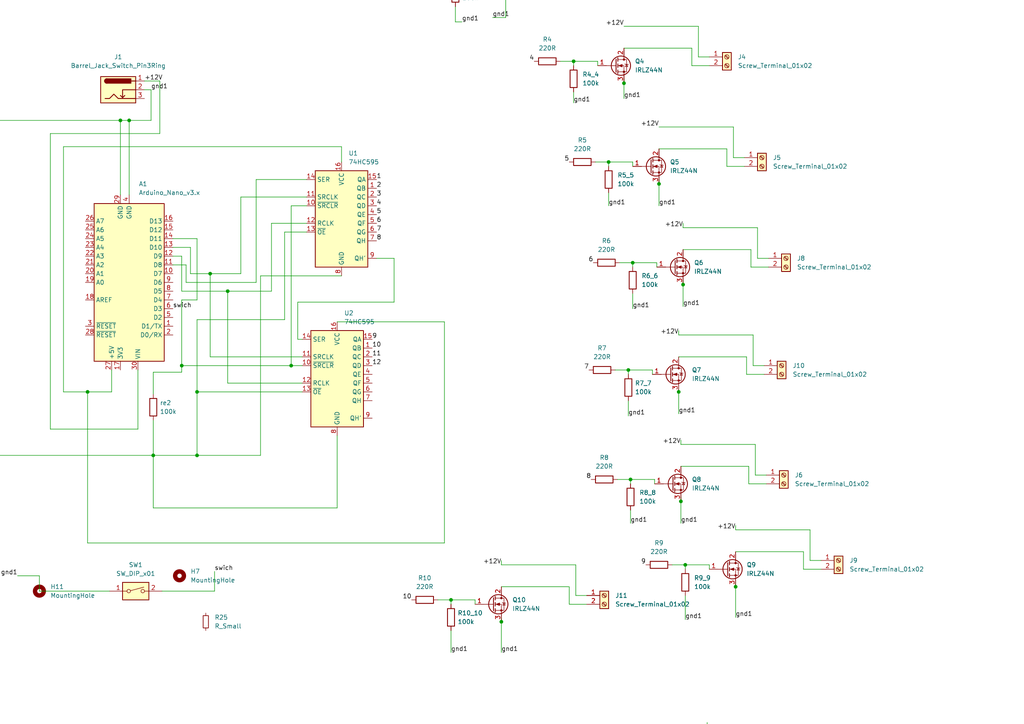
<source format=kicad_sch>
(kicad_sch (version 20211123) (generator eeschema)

  (uuid 3ccdb9bc-43d2-4aa7-8430-f17bb2316572)

  (paper "A4")

  (lib_symbols
    (symbol "74xx:74HC595" (in_bom yes) (on_board yes)
      (property "Reference" "U" (id 0) (at -7.62 13.97 0)
        (effects (font (size 1.27 1.27)))
      )
      (property "Value" "74HC595" (id 1) (at -7.62 -16.51 0)
        (effects (font (size 1.27 1.27)))
      )
      (property "Footprint" "" (id 2) (at 0 0 0)
        (effects (font (size 1.27 1.27)) hide)
      )
      (property "Datasheet" "http://www.ti.com/lit/ds/symlink/sn74hc595.pdf" (id 3) (at 0 0 0)
        (effects (font (size 1.27 1.27)) hide)
      )
      (property "ki_keywords" "HCMOS SR 3State" (id 4) (at 0 0 0)
        (effects (font (size 1.27 1.27)) hide)
      )
      (property "ki_description" "8-bit serial in/out Shift Register 3-State Outputs" (id 5) (at 0 0 0)
        (effects (font (size 1.27 1.27)) hide)
      )
      (property "ki_fp_filters" "DIP*W7.62mm* SOIC*3.9x9.9mm*P1.27mm* TSSOP*4.4x5mm*P0.65mm* SOIC*5.3x10.2mm*P1.27mm* SOIC*7.5x10.3mm*P1.27mm*" (id 6) (at 0 0 0)
        (effects (font (size 1.27 1.27)) hide)
      )
      (symbol "74HC595_1_0"
        (pin tri_state line (at 10.16 7.62 180) (length 2.54)
          (name "QB" (effects (font (size 1.27 1.27))))
          (number "1" (effects (font (size 1.27 1.27))))
        )
        (pin input line (at -10.16 2.54 0) (length 2.54)
          (name "~{SRCLR}" (effects (font (size 1.27 1.27))))
          (number "10" (effects (font (size 1.27 1.27))))
        )
        (pin input line (at -10.16 5.08 0) (length 2.54)
          (name "SRCLK" (effects (font (size 1.27 1.27))))
          (number "11" (effects (font (size 1.27 1.27))))
        )
        (pin input line (at -10.16 -2.54 0) (length 2.54)
          (name "RCLK" (effects (font (size 1.27 1.27))))
          (number "12" (effects (font (size 1.27 1.27))))
        )
        (pin input line (at -10.16 -5.08 0) (length 2.54)
          (name "~{OE}" (effects (font (size 1.27 1.27))))
          (number "13" (effects (font (size 1.27 1.27))))
        )
        (pin input line (at -10.16 10.16 0) (length 2.54)
          (name "SER" (effects (font (size 1.27 1.27))))
          (number "14" (effects (font (size 1.27 1.27))))
        )
        (pin tri_state line (at 10.16 10.16 180) (length 2.54)
          (name "QA" (effects (font (size 1.27 1.27))))
          (number "15" (effects (font (size 1.27 1.27))))
        )
        (pin power_in line (at 0 15.24 270) (length 2.54)
          (name "VCC" (effects (font (size 1.27 1.27))))
          (number "16" (effects (font (size 1.27 1.27))))
        )
        (pin tri_state line (at 10.16 5.08 180) (length 2.54)
          (name "QC" (effects (font (size 1.27 1.27))))
          (number "2" (effects (font (size 1.27 1.27))))
        )
        (pin tri_state line (at 10.16 2.54 180) (length 2.54)
          (name "QD" (effects (font (size 1.27 1.27))))
          (number "3" (effects (font (size 1.27 1.27))))
        )
        (pin tri_state line (at 10.16 0 180) (length 2.54)
          (name "QE" (effects (font (size 1.27 1.27))))
          (number "4" (effects (font (size 1.27 1.27))))
        )
        (pin tri_state line (at 10.16 -2.54 180) (length 2.54)
          (name "QF" (effects (font (size 1.27 1.27))))
          (number "5" (effects (font (size 1.27 1.27))))
        )
        (pin tri_state line (at 10.16 -5.08 180) (length 2.54)
          (name "QG" (effects (font (size 1.27 1.27))))
          (number "6" (effects (font (size 1.27 1.27))))
        )
        (pin tri_state line (at 10.16 -7.62 180) (length 2.54)
          (name "QH" (effects (font (size 1.27 1.27))))
          (number "7" (effects (font (size 1.27 1.27))))
        )
        (pin power_in line (at 0 -17.78 90) (length 2.54)
          (name "GND" (effects (font (size 1.27 1.27))))
          (number "8" (effects (font (size 1.27 1.27))))
        )
        (pin output line (at 10.16 -12.7 180) (length 2.54)
          (name "QH'" (effects (font (size 1.27 1.27))))
          (number "9" (effects (font (size 1.27 1.27))))
        )
      )
      (symbol "74HC595_1_1"
        (rectangle (start -7.62 12.7) (end 7.62 -15.24)
          (stroke (width 0.254) (type default) (color 0 0 0 0))
          (fill (type background))
        )
      )
    )
    (symbol "Connector:Barrel_Jack_Switch_Pin3Ring" (pin_names hide) (in_bom yes) (on_board yes)
      (property "Reference" "J" (id 0) (at 0 5.334 0)
        (effects (font (size 1.27 1.27)))
      )
      (property "Value" "Barrel_Jack_Switch_Pin3Ring" (id 1) (at 0 -5.08 0)
        (effects (font (size 1.27 1.27)))
      )
      (property "Footprint" "" (id 2) (at 1.27 -1.016 0)
        (effects (font (size 1.27 1.27)) hide)
      )
      (property "Datasheet" "~" (id 3) (at 1.27 -1.016 0)
        (effects (font (size 1.27 1.27)) hide)
      )
      (property "ki_keywords" "DC power barrel jack connector" (id 4) (at 0 0 0)
        (effects (font (size 1.27 1.27)) hide)
      )
      (property "ki_description" "DC Barrel Jack with an internal switch" (id 5) (at 0 0 0)
        (effects (font (size 1.27 1.27)) hide)
      )
      (property "ki_fp_filters" "BarrelJack*" (id 6) (at 0 0 0)
        (effects (font (size 1.27 1.27)) hide)
      )
      (symbol "Barrel_Jack_Switch_Pin3Ring_0_1"
        (rectangle (start -5.08 3.81) (end 5.08 -3.81)
          (stroke (width 0.254) (type default) (color 0 0 0 0))
          (fill (type background))
        )
        (arc (start -3.302 3.175) (mid -3.937 2.54) (end -3.302 1.905)
          (stroke (width 0.254) (type default) (color 0 0 0 0))
          (fill (type none))
        )
        (arc (start -3.302 3.175) (mid -3.937 2.54) (end -3.302 1.905)
          (stroke (width 0.254) (type default) (color 0 0 0 0))
          (fill (type outline))
        )
        (polyline
          (pts
            (xy 1.27 -2.286)
            (xy 1.905 -1.651)
          )
          (stroke (width 0.254) (type default) (color 0 0 0 0))
          (fill (type none))
        )
        (polyline
          (pts
            (xy 5.08 2.54)
            (xy 3.81 2.54)
          )
          (stroke (width 0.254) (type default) (color 0 0 0 0))
          (fill (type none))
        )
        (polyline
          (pts
            (xy 5.08 0)
            (xy 1.27 0)
            (xy 1.27 -2.286)
            (xy 0.635 -1.651)
          )
          (stroke (width 0.254) (type default) (color 0 0 0 0))
          (fill (type none))
        )
        (polyline
          (pts
            (xy -3.81 -2.54)
            (xy -2.54 -2.54)
            (xy -1.27 -1.27)
            (xy 0 -2.54)
            (xy 2.54 -2.54)
            (xy 5.08 -2.54)
          )
          (stroke (width 0.254) (type default) (color 0 0 0 0))
          (fill (type none))
        )
        (rectangle (start 3.683 3.175) (end -3.302 1.905)
          (stroke (width 0.254) (type default) (color 0 0 0 0))
          (fill (type outline))
        )
      )
      (symbol "Barrel_Jack_Switch_Pin3Ring_1_1"
        (pin passive line (at 7.62 2.54 180) (length 2.54)
          (name "~" (effects (font (size 1.27 1.27))))
          (number "1" (effects (font (size 1.27 1.27))))
        )
        (pin passive line (at 7.62 0 180) (length 2.54)
          (name "~" (effects (font (size 1.27 1.27))))
          (number "2" (effects (font (size 1.27 1.27))))
        )
        (pin passive line (at 7.62 -2.54 180) (length 2.54)
          (name "~" (effects (font (size 1.27 1.27))))
          (number "3" (effects (font (size 1.27 1.27))))
        )
      )
    )
    (symbol "Connector:Screw_Terminal_01x02" (pin_names (offset 1.016) hide) (in_bom yes) (on_board yes)
      (property "Reference" "J" (id 0) (at 0 2.54 0)
        (effects (font (size 1.27 1.27)))
      )
      (property "Value" "Screw_Terminal_01x02" (id 1) (at 0 -5.08 0)
        (effects (font (size 1.27 1.27)))
      )
      (property "Footprint" "" (id 2) (at 0 0 0)
        (effects (font (size 1.27 1.27)) hide)
      )
      (property "Datasheet" "~" (id 3) (at 0 0 0)
        (effects (font (size 1.27 1.27)) hide)
      )
      (property "ki_keywords" "screw terminal" (id 4) (at 0 0 0)
        (effects (font (size 1.27 1.27)) hide)
      )
      (property "ki_description" "Generic screw terminal, single row, 01x02, script generated (kicad-library-utils/schlib/autogen/connector/)" (id 5) (at 0 0 0)
        (effects (font (size 1.27 1.27)) hide)
      )
      (property "ki_fp_filters" "TerminalBlock*:*" (id 6) (at 0 0 0)
        (effects (font (size 1.27 1.27)) hide)
      )
      (symbol "Screw_Terminal_01x02_1_1"
        (rectangle (start -1.27 1.27) (end 1.27 -3.81)
          (stroke (width 0.254) (type default) (color 0 0 0 0))
          (fill (type background))
        )
        (circle (center 0 -2.54) (radius 0.635)
          (stroke (width 0.1524) (type default) (color 0 0 0 0))
          (fill (type none))
        )
        (polyline
          (pts
            (xy -0.5334 -2.2098)
            (xy 0.3302 -3.048)
          )
          (stroke (width 0.1524) (type default) (color 0 0 0 0))
          (fill (type none))
        )
        (polyline
          (pts
            (xy -0.5334 0.3302)
            (xy 0.3302 -0.508)
          )
          (stroke (width 0.1524) (type default) (color 0 0 0 0))
          (fill (type none))
        )
        (polyline
          (pts
            (xy -0.3556 -2.032)
            (xy 0.508 -2.8702)
          )
          (stroke (width 0.1524) (type default) (color 0 0 0 0))
          (fill (type none))
        )
        (polyline
          (pts
            (xy -0.3556 0.508)
            (xy 0.508 -0.3302)
          )
          (stroke (width 0.1524) (type default) (color 0 0 0 0))
          (fill (type none))
        )
        (circle (center 0 0) (radius 0.635)
          (stroke (width 0.1524) (type default) (color 0 0 0 0))
          (fill (type none))
        )
        (pin passive line (at -5.08 0 0) (length 3.81)
          (name "Pin_1" (effects (font (size 1.27 1.27))))
          (number "1" (effects (font (size 1.27 1.27))))
        )
        (pin passive line (at -5.08 -2.54 0) (length 3.81)
          (name "Pin_2" (effects (font (size 1.27 1.27))))
          (number "2" (effects (font (size 1.27 1.27))))
        )
      )
    )
    (symbol "Device:R" (pin_numbers hide) (pin_names (offset 0)) (in_bom yes) (on_board yes)
      (property "Reference" "R" (id 0) (at 2.032 0 90)
        (effects (font (size 1.27 1.27)))
      )
      (property "Value" "R" (id 1) (at 0 0 90)
        (effects (font (size 1.27 1.27)))
      )
      (property "Footprint" "" (id 2) (at -1.778 0 90)
        (effects (font (size 1.27 1.27)) hide)
      )
      (property "Datasheet" "~" (id 3) (at 0 0 0)
        (effects (font (size 1.27 1.27)) hide)
      )
      (property "ki_keywords" "R res resistor" (id 4) (at 0 0 0)
        (effects (font (size 1.27 1.27)) hide)
      )
      (property "ki_description" "Resistor" (id 5) (at 0 0 0)
        (effects (font (size 1.27 1.27)) hide)
      )
      (property "ki_fp_filters" "R_*" (id 6) (at 0 0 0)
        (effects (font (size 1.27 1.27)) hide)
      )
      (symbol "R_0_1"
        (rectangle (start -1.016 -2.54) (end 1.016 2.54)
          (stroke (width 0.254) (type default) (color 0 0 0 0))
          (fill (type none))
        )
      )
      (symbol "R_1_1"
        (pin passive line (at 0 3.81 270) (length 1.27)
          (name "~" (effects (font (size 1.27 1.27))))
          (number "1" (effects (font (size 1.27 1.27))))
        )
        (pin passive line (at 0 -3.81 90) (length 1.27)
          (name "~" (effects (font (size 1.27 1.27))))
          (number "2" (effects (font (size 1.27 1.27))))
        )
      )
    )
    (symbol "Device:R_Small" (pin_numbers hide) (pin_names (offset 0.254) hide) (in_bom yes) (on_board yes)
      (property "Reference" "R" (id 0) (at 0.762 0.508 0)
        (effects (font (size 1.27 1.27)) (justify left))
      )
      (property "Value" "R_Small" (id 1) (at 0.762 -1.016 0)
        (effects (font (size 1.27 1.27)) (justify left))
      )
      (property "Footprint" "" (id 2) (at 0 0 0)
        (effects (font (size 1.27 1.27)) hide)
      )
      (property "Datasheet" "~" (id 3) (at 0 0 0)
        (effects (font (size 1.27 1.27)) hide)
      )
      (property "ki_keywords" "R resistor" (id 4) (at 0 0 0)
        (effects (font (size 1.27 1.27)) hide)
      )
      (property "ki_description" "Resistor, small symbol" (id 5) (at 0 0 0)
        (effects (font (size 1.27 1.27)) hide)
      )
      (property "ki_fp_filters" "R_*" (id 6) (at 0 0 0)
        (effects (font (size 1.27 1.27)) hide)
      )
      (symbol "R_Small_0_1"
        (rectangle (start -0.762 1.778) (end 0.762 -1.778)
          (stroke (width 0.2032) (type default) (color 0 0 0 0))
          (fill (type none))
        )
      )
      (symbol "R_Small_1_1"
        (pin passive line (at 0 2.54 270) (length 0.762)
          (name "~" (effects (font (size 1.27 1.27))))
          (number "1" (effects (font (size 1.27 1.27))))
        )
        (pin passive line (at 0 -2.54 90) (length 0.762)
          (name "~" (effects (font (size 1.27 1.27))))
          (number "2" (effects (font (size 1.27 1.27))))
        )
      )
    )
    (symbol "MCU_Module:Arduino_Nano_v3.x" (in_bom yes) (on_board yes)
      (property "Reference" "A" (id 0) (at -10.16 23.495 0)
        (effects (font (size 1.27 1.27)) (justify left bottom))
      )
      (property "Value" "Arduino_Nano_v3.x" (id 1) (at 5.08 -24.13 0)
        (effects (font (size 1.27 1.27)) (justify left top))
      )
      (property "Footprint" "Module:Arduino_Nano" (id 2) (at 0 0 0)
        (effects (font (size 1.27 1.27) italic) hide)
      )
      (property "Datasheet" "http://www.mouser.com/pdfdocs/Gravitech_Arduino_Nano3_0.pdf" (id 3) (at 0 0 0)
        (effects (font (size 1.27 1.27)) hide)
      )
      (property "ki_keywords" "Arduino nano microcontroller module USB" (id 4) (at 0 0 0)
        (effects (font (size 1.27 1.27)) hide)
      )
      (property "ki_description" "Arduino Nano v3.x" (id 5) (at 0 0 0)
        (effects (font (size 1.27 1.27)) hide)
      )
      (property "ki_fp_filters" "Arduino*Nano*" (id 6) (at 0 0 0)
        (effects (font (size 1.27 1.27)) hide)
      )
      (symbol "Arduino_Nano_v3.x_0_1"
        (rectangle (start -10.16 22.86) (end 10.16 -22.86)
          (stroke (width 0.254) (type default) (color 0 0 0 0))
          (fill (type background))
        )
      )
      (symbol "Arduino_Nano_v3.x_1_1"
        (pin bidirectional line (at -12.7 12.7 0) (length 2.54)
          (name "D1/TX" (effects (font (size 1.27 1.27))))
          (number "1" (effects (font (size 1.27 1.27))))
        )
        (pin bidirectional line (at -12.7 -2.54 0) (length 2.54)
          (name "D7" (effects (font (size 1.27 1.27))))
          (number "10" (effects (font (size 1.27 1.27))))
        )
        (pin bidirectional line (at -12.7 -5.08 0) (length 2.54)
          (name "D8" (effects (font (size 1.27 1.27))))
          (number "11" (effects (font (size 1.27 1.27))))
        )
        (pin bidirectional line (at -12.7 -7.62 0) (length 2.54)
          (name "D9" (effects (font (size 1.27 1.27))))
          (number "12" (effects (font (size 1.27 1.27))))
        )
        (pin bidirectional line (at -12.7 -10.16 0) (length 2.54)
          (name "D10" (effects (font (size 1.27 1.27))))
          (number "13" (effects (font (size 1.27 1.27))))
        )
        (pin bidirectional line (at -12.7 -12.7 0) (length 2.54)
          (name "D11" (effects (font (size 1.27 1.27))))
          (number "14" (effects (font (size 1.27 1.27))))
        )
        (pin bidirectional line (at -12.7 -15.24 0) (length 2.54)
          (name "D12" (effects (font (size 1.27 1.27))))
          (number "15" (effects (font (size 1.27 1.27))))
        )
        (pin bidirectional line (at -12.7 -17.78 0) (length 2.54)
          (name "D13" (effects (font (size 1.27 1.27))))
          (number "16" (effects (font (size 1.27 1.27))))
        )
        (pin power_out line (at 2.54 25.4 270) (length 2.54)
          (name "3V3" (effects (font (size 1.27 1.27))))
          (number "17" (effects (font (size 1.27 1.27))))
        )
        (pin input line (at 12.7 5.08 180) (length 2.54)
          (name "AREF" (effects (font (size 1.27 1.27))))
          (number "18" (effects (font (size 1.27 1.27))))
        )
        (pin bidirectional line (at 12.7 0 180) (length 2.54)
          (name "A0" (effects (font (size 1.27 1.27))))
          (number "19" (effects (font (size 1.27 1.27))))
        )
        (pin bidirectional line (at -12.7 15.24 0) (length 2.54)
          (name "D0/RX" (effects (font (size 1.27 1.27))))
          (number "2" (effects (font (size 1.27 1.27))))
        )
        (pin bidirectional line (at 12.7 -2.54 180) (length 2.54)
          (name "A1" (effects (font (size 1.27 1.27))))
          (number "20" (effects (font (size 1.27 1.27))))
        )
        (pin bidirectional line (at 12.7 -5.08 180) (length 2.54)
          (name "A2" (effects (font (size 1.27 1.27))))
          (number "21" (effects (font (size 1.27 1.27))))
        )
        (pin bidirectional line (at 12.7 -7.62 180) (length 2.54)
          (name "A3" (effects (font (size 1.27 1.27))))
          (number "22" (effects (font (size 1.27 1.27))))
        )
        (pin bidirectional line (at 12.7 -10.16 180) (length 2.54)
          (name "A4" (effects (font (size 1.27 1.27))))
          (number "23" (effects (font (size 1.27 1.27))))
        )
        (pin bidirectional line (at 12.7 -12.7 180) (length 2.54)
          (name "A5" (effects (font (size 1.27 1.27))))
          (number "24" (effects (font (size 1.27 1.27))))
        )
        (pin bidirectional line (at 12.7 -15.24 180) (length 2.54)
          (name "A6" (effects (font (size 1.27 1.27))))
          (number "25" (effects (font (size 1.27 1.27))))
        )
        (pin bidirectional line (at 12.7 -17.78 180) (length 2.54)
          (name "A7" (effects (font (size 1.27 1.27))))
          (number "26" (effects (font (size 1.27 1.27))))
        )
        (pin power_out line (at 5.08 25.4 270) (length 2.54)
          (name "+5V" (effects (font (size 1.27 1.27))))
          (number "27" (effects (font (size 1.27 1.27))))
        )
        (pin input line (at 12.7 15.24 180) (length 2.54)
          (name "~{RESET}" (effects (font (size 1.27 1.27))))
          (number "28" (effects (font (size 1.27 1.27))))
        )
        (pin power_in line (at 2.54 -25.4 90) (length 2.54)
          (name "GND" (effects (font (size 1.27 1.27))))
          (number "29" (effects (font (size 1.27 1.27))))
        )
        (pin input line (at 12.7 12.7 180) (length 2.54)
          (name "~{RESET}" (effects (font (size 1.27 1.27))))
          (number "3" (effects (font (size 1.27 1.27))))
        )
        (pin power_in line (at -2.54 25.4 270) (length 2.54)
          (name "VIN" (effects (font (size 1.27 1.27))))
          (number "30" (effects (font (size 1.27 1.27))))
        )
        (pin power_in line (at 0 -25.4 90) (length 2.54)
          (name "GND" (effects (font (size 1.27 1.27))))
          (number "4" (effects (font (size 1.27 1.27))))
        )
        (pin bidirectional line (at -12.7 10.16 0) (length 2.54)
          (name "D2" (effects (font (size 1.27 1.27))))
          (number "5" (effects (font (size 1.27 1.27))))
        )
        (pin bidirectional line (at -12.7 7.62 0) (length 2.54)
          (name "D3" (effects (font (size 1.27 1.27))))
          (number "6" (effects (font (size 1.27 1.27))))
        )
        (pin bidirectional line (at -12.7 5.08 0) (length 2.54)
          (name "D4" (effects (font (size 1.27 1.27))))
          (number "7" (effects (font (size 1.27 1.27))))
        )
        (pin bidirectional line (at -12.7 2.54 0) (length 2.54)
          (name "D5" (effects (font (size 1.27 1.27))))
          (number "8" (effects (font (size 1.27 1.27))))
        )
        (pin bidirectional line (at -12.7 0 0) (length 2.54)
          (name "D6" (effects (font (size 1.27 1.27))))
          (number "9" (effects (font (size 1.27 1.27))))
        )
      )
    )
    (symbol "Mechanical:MountingHole" (pin_names (offset 1.016)) (in_bom yes) (on_board yes)
      (property "Reference" "H" (id 0) (at 0 5.08 0)
        (effects (font (size 1.27 1.27)))
      )
      (property "Value" "MountingHole" (id 1) (at 0 3.175 0)
        (effects (font (size 1.27 1.27)))
      )
      (property "Footprint" "" (id 2) (at 0 0 0)
        (effects (font (size 1.27 1.27)) hide)
      )
      (property "Datasheet" "~" (id 3) (at 0 0 0)
        (effects (font (size 1.27 1.27)) hide)
      )
      (property "ki_keywords" "mounting hole" (id 4) (at 0 0 0)
        (effects (font (size 1.27 1.27)) hide)
      )
      (property "ki_description" "Mounting Hole without connection" (id 5) (at 0 0 0)
        (effects (font (size 1.27 1.27)) hide)
      )
      (property "ki_fp_filters" "MountingHole*" (id 6) (at 0 0 0)
        (effects (font (size 1.27 1.27)) hide)
      )
      (symbol "MountingHole_0_1"
        (circle (center 0 0) (radius 1.27)
          (stroke (width 1.27) (type default) (color 0 0 0 0))
          (fill (type none))
        )
      )
    )
    (symbol "Mechanical:MountingHole_Pad" (pin_numbers hide) (pin_names (offset 1.016) hide) (in_bom yes) (on_board yes)
      (property "Reference" "H" (id 0) (at 0 6.35 0)
        (effects (font (size 1.27 1.27)))
      )
      (property "Value" "MountingHole_Pad" (id 1) (at 0 4.445 0)
        (effects (font (size 1.27 1.27)))
      )
      (property "Footprint" "" (id 2) (at 0 0 0)
        (effects (font (size 1.27 1.27)) hide)
      )
      (property "Datasheet" "~" (id 3) (at 0 0 0)
        (effects (font (size 1.27 1.27)) hide)
      )
      (property "ki_keywords" "mounting hole" (id 4) (at 0 0 0)
        (effects (font (size 1.27 1.27)) hide)
      )
      (property "ki_description" "Mounting Hole with connection" (id 5) (at 0 0 0)
        (effects (font (size 1.27 1.27)) hide)
      )
      (property "ki_fp_filters" "MountingHole*Pad*" (id 6) (at 0 0 0)
        (effects (font (size 1.27 1.27)) hide)
      )
      (symbol "MountingHole_Pad_0_1"
        (circle (center 0 1.27) (radius 1.27)
          (stroke (width 1.27) (type default) (color 0 0 0 0))
          (fill (type none))
        )
      )
      (symbol "MountingHole_Pad_1_1"
        (pin input line (at 0 -2.54 90) (length 2.54)
          (name "1" (effects (font (size 1.27 1.27))))
          (number "1" (effects (font (size 1.27 1.27))))
        )
      )
    )
    (symbol "Switch:SW_DIP_x01" (pin_names (offset 0) hide) (in_bom yes) (on_board yes)
      (property "Reference" "SW" (id 0) (at 0 3.81 0)
        (effects (font (size 1.27 1.27)))
      )
      (property "Value" "SW_DIP_x01" (id 1) (at 0 -3.81 0)
        (effects (font (size 1.27 1.27)))
      )
      (property "Footprint" "" (id 2) (at 0 0 0)
        (effects (font (size 1.27 1.27)) hide)
      )
      (property "Datasheet" "~" (id 3) (at 0 0 0)
        (effects (font (size 1.27 1.27)) hide)
      )
      (property "ki_keywords" "dip switch" (id 4) (at 0 0 0)
        (effects (font (size 1.27 1.27)) hide)
      )
      (property "ki_description" "1x DIP Switch, Single Pole Single Throw (SPST) switch, small symbol" (id 5) (at 0 0 0)
        (effects (font (size 1.27 1.27)) hide)
      )
      (property "ki_fp_filters" "SW?DIP?x1*" (id 6) (at 0 0 0)
        (effects (font (size 1.27 1.27)) hide)
      )
      (symbol "SW_DIP_x01_0_0"
        (circle (center -2.032 0) (radius 0.508)
          (stroke (width 0) (type default) (color 0 0 0 0))
          (fill (type none))
        )
        (polyline
          (pts
            (xy -1.524 0.127)
            (xy 2.3622 1.1684)
          )
          (stroke (width 0) (type default) (color 0 0 0 0))
          (fill (type none))
        )
        (circle (center 2.032 0) (radius 0.508)
          (stroke (width 0) (type default) (color 0 0 0 0))
          (fill (type none))
        )
      )
      (symbol "SW_DIP_x01_0_1"
        (rectangle (start -3.81 2.54) (end 3.81 -2.54)
          (stroke (width 0.254) (type default) (color 0 0 0 0))
          (fill (type background))
        )
      )
      (symbol "SW_DIP_x01_1_1"
        (pin passive line (at -7.62 0 0) (length 5.08)
          (name "~" (effects (font (size 1.27 1.27))))
          (number "1" (effects (font (size 1.27 1.27))))
        )
        (pin passive line (at 7.62 0 180) (length 5.08)
          (name "~" (effects (font (size 1.27 1.27))))
          (number "2" (effects (font (size 1.27 1.27))))
        )
      )
    )
    (symbol "Transistor_FET:IRLZ44N" (pin_names hide) (in_bom yes) (on_board yes)
      (property "Reference" "Q" (id 0) (at 6.35 1.905 0)
        (effects (font (size 1.27 1.27)) (justify left))
      )
      (property "Value" "IRLZ44N" (id 1) (at 6.35 0 0)
        (effects (font (size 1.27 1.27)) (justify left))
      )
      (property "Footprint" "Package_TO_SOT_THT:TO-220-3_Vertical" (id 2) (at 6.35 -1.905 0)
        (effects (font (size 1.27 1.27) italic) (justify left) hide)
      )
      (property "Datasheet" "http://www.irf.com/product-info/datasheets/data/irlz44n.pdf" (id 3) (at 0 0 0)
        (effects (font (size 1.27 1.27)) (justify left) hide)
      )
      (property "ki_keywords" "N-Channel HEXFET MOSFET Logic-Level" (id 4) (at 0 0 0)
        (effects (font (size 1.27 1.27)) hide)
      )
      (property "ki_description" "47A Id, 55V Vds, 22mOhm Rds Single N-Channel HEXFET Power MOSFET, TO-220AB" (id 5) (at 0 0 0)
        (effects (font (size 1.27 1.27)) hide)
      )
      (property "ki_fp_filters" "TO?220*" (id 6) (at 0 0 0)
        (effects (font (size 1.27 1.27)) hide)
      )
      (symbol "IRLZ44N_0_1"
        (polyline
          (pts
            (xy 0.254 0)
            (xy -2.54 0)
          )
          (stroke (width 0) (type default) (color 0 0 0 0))
          (fill (type none))
        )
        (polyline
          (pts
            (xy 0.254 1.905)
            (xy 0.254 -1.905)
          )
          (stroke (width 0.254) (type default) (color 0 0 0 0))
          (fill (type none))
        )
        (polyline
          (pts
            (xy 0.762 -1.27)
            (xy 0.762 -2.286)
          )
          (stroke (width 0.254) (type default) (color 0 0 0 0))
          (fill (type none))
        )
        (polyline
          (pts
            (xy 0.762 0.508)
            (xy 0.762 -0.508)
          )
          (stroke (width 0.254) (type default) (color 0 0 0 0))
          (fill (type none))
        )
        (polyline
          (pts
            (xy 0.762 2.286)
            (xy 0.762 1.27)
          )
          (stroke (width 0.254) (type default) (color 0 0 0 0))
          (fill (type none))
        )
        (polyline
          (pts
            (xy 2.54 2.54)
            (xy 2.54 1.778)
          )
          (stroke (width 0) (type default) (color 0 0 0 0))
          (fill (type none))
        )
        (polyline
          (pts
            (xy 2.54 -2.54)
            (xy 2.54 0)
            (xy 0.762 0)
          )
          (stroke (width 0) (type default) (color 0 0 0 0))
          (fill (type none))
        )
        (polyline
          (pts
            (xy 0.762 -1.778)
            (xy 3.302 -1.778)
            (xy 3.302 1.778)
            (xy 0.762 1.778)
          )
          (stroke (width 0) (type default) (color 0 0 0 0))
          (fill (type none))
        )
        (polyline
          (pts
            (xy 1.016 0)
            (xy 2.032 0.381)
            (xy 2.032 -0.381)
            (xy 1.016 0)
          )
          (stroke (width 0) (type default) (color 0 0 0 0))
          (fill (type outline))
        )
        (polyline
          (pts
            (xy 2.794 0.508)
            (xy 2.921 0.381)
            (xy 3.683 0.381)
            (xy 3.81 0.254)
          )
          (stroke (width 0) (type default) (color 0 0 0 0))
          (fill (type none))
        )
        (polyline
          (pts
            (xy 3.302 0.381)
            (xy 2.921 -0.254)
            (xy 3.683 -0.254)
            (xy 3.302 0.381)
          )
          (stroke (width 0) (type default) (color 0 0 0 0))
          (fill (type none))
        )
        (circle (center 1.651 0) (radius 2.794)
          (stroke (width 0.254) (type default) (color 0 0 0 0))
          (fill (type none))
        )
        (circle (center 2.54 -1.778) (radius 0.254)
          (stroke (width 0) (type default) (color 0 0 0 0))
          (fill (type outline))
        )
        (circle (center 2.54 1.778) (radius 0.254)
          (stroke (width 0) (type default) (color 0 0 0 0))
          (fill (type outline))
        )
      )
      (symbol "IRLZ44N_1_1"
        (pin input line (at -5.08 0 0) (length 2.54)
          (name "G" (effects (font (size 1.27 1.27))))
          (number "1" (effects (font (size 1.27 1.27))))
        )
        (pin passive line (at 2.54 5.08 270) (length 2.54)
          (name "D" (effects (font (size 1.27 1.27))))
          (number "2" (effects (font (size 1.27 1.27))))
        )
        (pin passive line (at 2.54 -5.08 90) (length 2.54)
          (name "S" (effects (font (size 1.27 1.27))))
          (number "3" (effects (font (size 1.27 1.27))))
        )
      )
    )
  )

  (junction (at 57.15 132.08) (diameter 0) (color 0 0 0 0)
    (uuid 00449634-36e7-4b3c-8f6a-d03d1a0b8bcc)
  )
  (junction (at 193.04 254.635) (diameter 0) (color 0 0 0 0)
    (uuid 0b94ef30-b9e9-465a-9841-c6c5e3fb10ac)
  )
  (junction (at 145.415 180.34) (diameter 0) (color 0 0 0 0)
    (uuid 0d1cd0b4-123a-4a33-8d83-66a6e0af5d06)
  )
  (junction (at 132.08 -6.985) (diameter 0) (color 0 0 0 0)
    (uuid 10ceff8a-89f8-4515-9db4-dc7830f21d6e)
  )
  (junction (at 166.37 17.78) (diameter 0) (color 0 0 0 0)
    (uuid 2e083aa6-55af-4006-810f-22a10a40f97e)
  )
  (junction (at 183.515 76.2) (diameter 0) (color 0 0 0 0)
    (uuid 320e92f9-972c-4add-b6c4-743d574e2cb7)
  )
  (junction (at 91.44 -40.005) (diameter 0) (color 0 0 0 0)
    (uuid 37e3bcb1-f584-4610-9519-8401cb172c2d)
  )
  (junction (at 123.825 -21.59) (diameter 0) (color 0 0 0 0)
    (uuid 43d5d58d-3807-43f9-b45e-f5801ffbd275)
  )
  (junction (at 197.485 145.415) (diameter 0) (color 0 0 0 0)
    (uuid 512523c1-84cc-49ac-b8f9-cae85437f266)
  )
  (junction (at 180.975 24.13) (diameter 0) (color 0 0 0 0)
    (uuid 5c18c4f1-bd4d-4a0b-a346-696ccacca061)
  )
  (junction (at 191.135 53.34) (diameter 0) (color 0 0 0 0)
    (uuid 6c8c637a-4194-48ef-a571-42c91290198c)
  )
  (junction (at 37.465 34.925) (diameter 0) (color 0 0 0 0)
    (uuid 93d24acc-11a5-4f42-a90c-b328de8a1a33)
  )
  (junction (at 60.96 79.375) (diameter 0) (color 0 0 0 0)
    (uuid 9f99f0ef-9ba4-4ee1-b689-08a0e1131c6f)
  )
  (junction (at 76.835 -46.355) (diameter 0) (color 0 0 0 0)
    (uuid a02a8c97-7b65-4de9-b5a1-1967deae3b3c)
  )
  (junction (at 84.455 106.045) (diameter 0) (color 0 0 0 0)
    (uuid a1a1bc31-3aeb-401e-b738-ef930fd8e338)
  )
  (junction (at 196.85 113.665) (diameter 0) (color 0 0 0 0)
    (uuid abbaaa39-1139-44d5-a15e-b2e38a37cb86)
  )
  (junction (at 146.685 -0.635) (diameter 0) (color 0 0 0 0)
    (uuid ace6bbc7-fb89-4a43-88c6-235c0c1bf3db)
  )
  (junction (at 109.22 -27.94) (diameter 0) (color 0 0 0 0)
    (uuid af16e905-aeee-420a-a30e-470ee053a948)
  )
  (junction (at 182.245 107.315) (diameter 0) (color 0 0 0 0)
    (uuid b1c067d8-275b-42b3-ae37-4745bc0d4734)
  )
  (junction (at 57.15 113.665) (diameter 0) (color 0 0 0 0)
    (uuid b3601ad7-4222-4e7e-bc68-22272d3c23e1)
  )
  (junction (at 190.5 222.885) (diameter 0) (color 0 0 0 0)
    (uuid b5d31b9e-c49b-454d-b30f-dcd2edcb5099)
  )
  (junction (at 182.88 139.065) (diameter 0) (color 0 0 0 0)
    (uuid bb169199-7311-4ca3-97a1-fbd272f9d5e8)
  )
  (junction (at 52.705 106.045) (diameter 0) (color 0 0 0 0)
    (uuid beed716a-68ae-4113-8a7d-0c58f3d332fb)
  )
  (junction (at 176.53 46.99) (diameter 0) (color 0 0 0 0)
    (uuid c2f90696-fd24-484b-aed7-8d6a20301d10)
  )
  (junction (at 207.645 260.985) (diameter 0) (color 0 0 0 0)
    (uuid ce27e8cd-55f7-4195-b5de-910289ba5406)
  )
  (junction (at 34.925 34.925) (diameter 0) (color 0 0 0 0)
    (uuid d41faa70-4049-43f7-925f-9d2483be3bb7)
  )
  (junction (at 198.12 82.55) (diameter 0) (color 0 0 0 0)
    (uuid d497a667-21cd-4b34-be96-55a9056df450)
  )
  (junction (at 198.755 163.83) (diameter 0) (color 0 0 0 0)
    (uuid dc72dbc0-5d48-42f2-b141-fa2b84ec948e)
  )
  (junction (at 213.36 170.18) (diameter 0) (color 0 0 0 0)
    (uuid ddf0807d-a334-4e73-a708-53225e2d86fa)
  )
  (junction (at 145.415 -38.1) (diameter 0) (color 0 0 0 0)
    (uuid e39dea20-96b6-40f8-a3dd-355e501c0640)
  )
  (junction (at 66.04 84.455) (diameter 0) (color 0 0 0 0)
    (uuid e577cd5f-d192-4b83-a4be-97d25111215a)
  )
  (junction (at 44.45 132.08) (diameter 0) (color 0 0 0 0)
    (uuid f1e6bc03-da89-4995-9094-df14a8398ffa)
  )
  (junction (at 25.4 113.665) (diameter 0) (color 0 0 0 0)
    (uuid f64105a9-9fed-4f54-b30e-0f737b8852fc)
  )
  (junction (at 130.81 173.99) (diameter 0) (color 0 0 0 0)
    (uuid f912a8c2-0f88-457d-a814-2d0894a39d0b)
  )
  (junction (at 205.105 229.235) (diameter 0) (color 0 0 0 0)
    (uuid fd48499b-0e09-405f-a01d-55b318c6ac6e)
  )

  (wire (pts (xy 52.705 106.045) (xy 52.705 107.95))
    (stroke (width 0) (type default) (color 0 0 0 0))
    (uuid 00ae8373-7168-4e15-b3c4-58bd918adb15)
  )
  (wire (pts (xy 219.075 128.905) (xy 197.485 128.905))
    (stroke (width 0) (type default) (color 0 0 0 0))
    (uuid 015a9cbf-46fe-495b-bff4-4f4c9522ec26)
  )
  (wire (pts (xy 86.36 87.63) (xy 86.36 98.425))
    (stroke (width 0) (type default) (color 0 0 0 0))
    (uuid 0353524d-474f-41d6-993d-8160ec21dad9)
  )
  (wire (pts (xy 190.5 222.885) (xy 197.485 222.885))
    (stroke (width 0) (type default) (color 0 0 0 0))
    (uuid 03570d46-09d6-4ca2-97c8-46df684b6674)
  )
  (wire (pts (xy 234.95 153.67) (xy 213.36 153.67))
    (stroke (width 0) (type default) (color 0 0 0 0))
    (uuid 03bbcbd2-8736-4841-8bb5-2bc7c423830b)
  )
  (wire (pts (xy 143.51 -26.67) (xy 148.59 -26.67))
    (stroke (width 0) (type default) (color 0 0 0 0))
    (uuid 040996e8-d616-4bbb-96e6-5037c4007642)
  )
  (wire (pts (xy 183.515 85.09) (xy 183.515 89.535))
    (stroke (width 0) (type default) (color 0 0 0 0))
    (uuid 05bd7788-7427-4fc7-a842-9b3e814b28b4)
  )
  (wire (pts (xy 40.005 124.46) (xy 40.005 107.315))
    (stroke (width 0) (type default) (color 0 0 0 0))
    (uuid 06404b79-865d-4594-ba2a-befd23e1b9dd)
  )
  (wire (pts (xy 207.645 250.825) (xy 227.33 250.825))
    (stroke (width 0) (type default) (color 0 0 0 0))
    (uuid 06786765-fa99-410f-8c02-e3e39f27a3bf)
  )
  (wire (pts (xy 145.415 179.07) (xy 145.415 180.34))
    (stroke (width 0) (type default) (color 0 0 0 0))
    (uuid 08231f24-9d65-46c4-be43-6353dcfbe3b8)
  )
  (wire (pts (xy 83.82 -46.355) (xy 83.82 -45.085))
    (stroke (width 0) (type default) (color 0 0 0 0))
    (uuid 087436dc-6c18-4d8c-a65c-8ce8073c880a)
  )
  (wire (pts (xy 73.025 -46.355) (xy 76.835 -46.355))
    (stroke (width 0) (type default) (color 0 0 0 0))
    (uuid 089a8676-b036-4b86-87c0-74f5d2a24e83)
  )
  (wire (pts (xy 111.125 -50.165) (xy 111.125 -45.085))
    (stroke (width 0) (type default) (color 0 0 0 0))
    (uuid 0a397882-181a-45e3-87c3-7eefadd019bb)
  )
  (wire (pts (xy 205.105 209.55) (xy 205.105 212.725))
    (stroke (width 0) (type default) (color 0 0 0 0))
    (uuid 0a70bfc9-efb0-42b7-a969-ea00b4e10792)
  )
  (wire (pts (xy 87.63 111.125) (xy 66.04 111.125))
    (stroke (width 0) (type default) (color 0 0 0 0))
    (uuid 0a88fdd3-2257-4627-871a-7aeddea1f83f)
  )
  (wire (pts (xy 215.9 45.72) (xy 212.725 45.72))
    (stroke (width 0) (type default) (color 0 0 0 0))
    (uuid 0b8d3d2f-7000-4456-acc7-912e69d88953)
  )
  (wire (pts (xy 123.825 -31.75) (xy 143.51 -31.75))
    (stroke (width 0) (type default) (color 0 0 0 0))
    (uuid 0bdaa2f9-f82b-4356-9057-ad6b5b1461a7)
  )
  (wire (pts (xy 146.685 -1.905) (xy 146.685 -0.635))
    (stroke (width 0) (type default) (color 0 0 0 0))
    (uuid 0f8836b3-06fa-43a2-b2e1-b96db8d046ef)
  )
  (wire (pts (xy 182.245 116.205) (xy 182.245 120.65))
    (stroke (width 0) (type default) (color 0 0 0 0))
    (uuid 11557c1d-1770-4769-92d0-30bb8cb0b321)
  )
  (wire (pts (xy 180.975 13.97) (xy 200.66 13.97))
    (stroke (width 0) (type default) (color 0 0 0 0))
    (uuid 11cb94c7-69dd-419c-a8e6-c0ee82b113e0)
  )
  (wire (pts (xy 196.85 112.395) (xy 196.85 113.665))
    (stroke (width 0) (type default) (color 0 0 0 0))
    (uuid 1238e158-8426-4386-858e-f3af2d1cdbec)
  )
  (wire (pts (xy 222.885 74.93) (xy 219.71 74.93))
    (stroke (width 0) (type default) (color 0 0 0 0))
    (uuid 136b3417-d584-4d59-bc2c-0f610248df76)
  )
  (wire (pts (xy 44.45 147.32) (xy 44.45 132.08))
    (stroke (width 0) (type default) (color 0 0 0 0))
    (uuid 13ce78fc-e120-472c-bc7d-2bd6e9b29c09)
  )
  (wire (pts (xy 222.25 137.795) (xy 219.075 137.795))
    (stroke (width 0) (type default) (color 0 0 0 0))
    (uuid 165a6ff5-147b-46fc-9935-ffc87923cbde)
  )
  (wire (pts (xy 113.03 -56.515) (xy 91.44 -56.515))
    (stroke (width 0) (type default) (color 0 0 0 0))
    (uuid 18057d0b-fce0-4963-a49f-3ac95706e195)
  )
  (wire (pts (xy 146.685 -10.795) (xy 166.37 -10.795))
    (stroke (width 0) (type default) (color 0 0 0 0))
    (uuid 18693a2a-adcd-49f2-adee-48a67d45a3b0)
  )
  (wire (pts (xy 91.44 -50.165) (xy 111.125 -50.165))
    (stroke (width 0) (type default) (color 0 0 0 0))
    (uuid 186db753-7801-4b81-9035-ba30891b0ffb)
  )
  (wire (pts (xy 123.825 -22.86) (xy 123.825 -21.59))
    (stroke (width 0) (type default) (color 0 0 0 0))
    (uuid 19b85fa2-f43a-476b-b554-4877d5cd84a2)
  )
  (wire (pts (xy 176.53 46.99) (xy 176.53 48.26))
    (stroke (width 0) (type default) (color 0 0 0 0))
    (uuid 1b13bf55-9dea-4bde-81f8-21ae1939c35f)
  )
  (wire (pts (xy 182.88 139.065) (xy 189.865 139.065))
    (stroke (width 0) (type default) (color 0 0 0 0))
    (uuid 1b45a2a4-5231-4ced-a160-46d0166e3dd8)
  )
  (wire (pts (xy 25.4 157.48) (xy 25.4 113.665))
    (stroke (width 0) (type default) (color 0 0 0 0))
    (uuid 1ce15680-71a3-465c-8922-4436ced4c3c8)
  )
  (wire (pts (xy 50.165 69.215) (xy 57.15 69.215))
    (stroke (width 0) (type default) (color 0 0 0 0))
    (uuid 1e186330-a49d-4359-8a8b-be927de51f3c)
  )
  (wire (pts (xy 132.08 -6.985) (xy 139.065 -6.985))
    (stroke (width 0) (type default) (color 0 0 0 0))
    (uuid 1f9d443d-9948-4cc2-866e-259fbe2ffcd2)
  )
  (wire (pts (xy 198.755 163.83) (xy 198.755 165.1))
    (stroke (width 0) (type default) (color 0 0 0 0))
    (uuid 20e43f83-d5b2-48aa-a538-3bc4a785d110)
  )
  (wire (pts (xy 55.245 79.375) (xy 55.245 71.755))
    (stroke (width 0) (type default) (color 0 0 0 0))
    (uuid 210c1696-d04a-4274-bd15-f27f061e8864)
  )
  (wire (pts (xy 212.725 45.72) (xy 212.725 36.83))
    (stroke (width 0) (type default) (color 0 0 0 0))
    (uuid 2181ec15-c60e-4e44-9b6f-b4c2edc92b5b)
  )
  (wire (pts (xy 62.23 171.45) (xy 62.23 165.735))
    (stroke (width 0) (type default) (color 0 0 0 0))
    (uuid 21947203-122e-4996-9234-adf709713082)
  )
  (wire (pts (xy 109.22 74.93) (xy 114.3 74.93))
    (stroke (width 0) (type default) (color 0 0 0 0))
    (uuid 21d651af-d2c0-4ce3-869e-ea0df2a2ae4c)
  )
  (wire (pts (xy 130.81 173.99) (xy 137.795 173.99))
    (stroke (width 0) (type default) (color 0 0 0 0))
    (uuid 21fa0dcd-fd41-46fb-83c4-daec96b8bd5e)
  )
  (wire (pts (xy 46.355 38.735) (xy 14.605 38.735))
    (stroke (width 0) (type default) (color 0 0 0 0))
    (uuid 22e41583-43d1-459d-9b8e-171a523da1fe)
  )
  (wire (pts (xy 114.3 87.63) (xy 86.36 87.63))
    (stroke (width 0) (type default) (color 0 0 0 0))
    (uuid 23001318-778f-4ac9-8334-51e1ed74a71d)
  )
  (wire (pts (xy 191.135 53.34) (xy 191.135 59.69))
    (stroke (width 0) (type default) (color 0 0 0 0))
    (uuid 23d70a2f-96ff-428a-9ce8-fcb688e973b6)
  )
  (wire (pts (xy 197.485 135.255) (xy 217.17 135.255))
    (stroke (width 0) (type default) (color 0 0 0 0))
    (uuid 247b9fc0-4016-40d4-8f47-7b9a4d85e983)
  )
  (wire (pts (xy 213.36 168.91) (xy 213.36 170.18))
    (stroke (width 0) (type default) (color 0 0 0 0))
    (uuid 2542ecdc-28e4-4e95-8315-da2b3c5eb435)
  )
  (wire (pts (xy 190.5 222.885) (xy 190.5 224.155))
    (stroke (width 0) (type default) (color 0 0 0 0))
    (uuid 26b31ed9-3773-456a-9b46-b6fa675b7bd5)
  )
  (wire (pts (xy 205.105 227.965) (xy 205.105 229.235))
    (stroke (width 0) (type default) (color 0 0 0 0))
    (uuid 296fe658-474b-4f00-bef1-d35ecad5f693)
  )
  (wire (pts (xy 198.755 163.83) (xy 205.74 163.83))
    (stroke (width 0) (type default) (color 0 0 0 0))
    (uuid 2c4f9cce-a425-443a-a848-20b662b04741)
  )
  (wire (pts (xy 167.005 163.83) (xy 145.415 163.83))
    (stroke (width 0) (type default) (color 0 0 0 0))
    (uuid 2ce742af-1470-4c25-9c1c-b13057477ae3)
  )
  (wire (pts (xy 193.04 254.635) (xy 200.025 254.635))
    (stroke (width 0) (type default) (color 0 0 0 0))
    (uuid 2d9ccd6f-a4f9-400a-a6d1-89336979c23a)
  )
  (wire (pts (xy 74.295 52.07) (xy 88.9 52.07))
    (stroke (width 0) (type default) (color 0 0 0 0))
    (uuid 2f6a83e7-2b9f-485f-94e5-a544e72f2a28)
  )
  (wire (pts (xy 216.535 108.585) (xy 221.615 108.585))
    (stroke (width 0) (type default) (color 0 0 0 0))
    (uuid 2fa306d4-4d2b-4552-81cb-340b60c4a27a)
  )
  (wire (pts (xy 205.74 163.83) (xy 205.74 165.1))
    (stroke (width 0) (type default) (color 0 0 0 0))
    (uuid 309d7f99-c5ef-4a5f-9e24-cb7d0d6963bb)
  )
  (wire (pts (xy 84.455 59.69) (xy 84.455 106.045))
    (stroke (width 0) (type default) (color 0 0 0 0))
    (uuid 31b6bcb5-f92b-4558-a385-76a35b556bed)
  )
  (wire (pts (xy 216.535 103.505) (xy 216.535 108.585))
    (stroke (width 0) (type default) (color 0 0 0 0))
    (uuid 32f36269-b64a-4d4b-921a-478bedd75235)
  )
  (wire (pts (xy 139.065 -6.985) (xy 139.065 -5.715))
    (stroke (width 0) (type default) (color 0 0 0 0))
    (uuid 365bc12b-33ba-4835-807b-0428226cb131)
  )
  (wire (pts (xy 143.51 -31.75) (xy 143.51 -26.67))
    (stroke (width 0) (type default) (color 0 0 0 0))
    (uuid 37001e1e-72ac-42ea-a65d-904e9ec6216f)
  )
  (wire (pts (xy 34.925 34.925) (xy 34.925 56.515))
    (stroke (width 0) (type default) (color 0 0 0 0))
    (uuid 382557e8-bbd1-41cd-9bda-b6d7fcfb72cb)
  )
  (wire (pts (xy 75.565 80.01) (xy 75.565 132.08))
    (stroke (width 0) (type default) (color 0 0 0 0))
    (uuid 39f69b27-a009-4587-b7b8-60a270bf9b64)
  )
  (wire (pts (xy 198.755 172.72) (xy 198.755 179.705))
    (stroke (width 0) (type default) (color 0 0 0 0))
    (uuid 3aec6412-1a17-4d62-8532-aa6b38387c99)
  )
  (wire (pts (xy 43.815 34.925) (xy 37.465 34.925))
    (stroke (width 0) (type default) (color 0 0 0 0))
    (uuid 3b9524e2-4367-4500-acac-32d3dc1e3dd8)
  )
  (wire (pts (xy 200.66 19.05) (xy 205.74 19.05))
    (stroke (width 0) (type default) (color 0 0 0 0))
    (uuid 3d6af55b-174b-4f3f-b553-719db1275922)
  )
  (wire (pts (xy 189.23 107.315) (xy 189.23 108.585))
    (stroke (width 0) (type default) (color 0 0 0 0))
    (uuid 3d70d0e4-ab8c-4c16-8213-93403f108bc1)
  )
  (wire (pts (xy 196.85 113.665) (xy 196.85 120.015))
    (stroke (width 0) (type default) (color 0 0 0 0))
    (uuid 4272c722-2486-4bed-8294-76b329c974c0)
  )
  (wire (pts (xy 229.87 221.615) (xy 226.695 221.615))
    (stroke (width 0) (type default) (color 0 0 0 0))
    (uuid 430b66fd-7424-4109-bb70-503ca090dd35)
  )
  (wire (pts (xy 219.075 137.795) (xy 219.075 128.905))
    (stroke (width 0) (type default) (color 0 0 0 0))
    (uuid 43c8744f-ad92-4bf5-84a7-c492fd11359a)
  )
  (wire (pts (xy 227.33 250.825) (xy 227.33 255.905))
    (stroke (width 0) (type default) (color 0 0 0 0))
    (uuid 43fb6c0f-c559-454c-a088-f9864a8e7cf3)
  )
  (wire (pts (xy 46.355 23.495) (xy 46.355 38.735))
    (stroke (width 0) (type default) (color 0 0 0 0))
    (uuid 443d474b-e792-4670-ad54-a5cc5aa3d80b)
  )
  (wire (pts (xy 198.12 72.39) (xy 217.805 72.39))
    (stroke (width 0) (type default) (color 0 0 0 0))
    (uuid 447ead40-0297-4b64-bec8-7dd5fb89542d)
  )
  (wire (pts (xy 165.1 175.26) (xy 170.18 175.26))
    (stroke (width 0) (type default) (color 0 0 0 0))
    (uuid 450e4a44-fbc5-445c-8db0-6f51c9afd8a0)
  )
  (wire (pts (xy 52.705 86.995) (xy 52.705 106.045))
    (stroke (width 0) (type default) (color 0 0 0 0))
    (uuid 4652a7bb-cc6b-4b1d-a172-ccd54385bb90)
  )
  (wire (pts (xy 44.45 107.95) (xy 44.45 114.3))
    (stroke (width 0) (type default) (color 0 0 0 0))
    (uuid 46cdb36e-a70d-4d28-96dc-03f2a01e7d55)
  )
  (wire (pts (xy 191.135 43.18) (xy 210.82 43.18))
    (stroke (width 0) (type default) (color 0 0 0 0))
    (uuid 46fd8338-777c-4afe-afa5-2e310ccd7bf9)
  )
  (wire (pts (xy 191.135 52.07) (xy 191.135 53.34))
    (stroke (width 0) (type default) (color 0 0 0 0))
    (uuid 47cd419b-9249-4480-8da4-5755a0cffe97)
  )
  (wire (pts (xy 11.43 171.45) (xy 11.43 167.005))
    (stroke (width 0) (type default) (color 0 0 0 0))
    (uuid 48ad9d1d-15ba-4e96-b5ad-d2faeeca86c1)
  )
  (wire (pts (xy 41.91 26.035) (xy 43.815 26.035))
    (stroke (width 0) (type default) (color 0 0 0 0))
    (uuid 492f35c2-e078-4e89-a8e8-ec33c428ee65)
  )
  (wire (pts (xy 43.815 26.035) (xy 43.815 34.925))
    (stroke (width 0) (type default) (color 0 0 0 0))
    (uuid 4ae6021c-2633-4aa1-8b6e-f3e4f37389db)
  )
  (wire (pts (xy 190.5 76.2) (xy 190.5 77.47))
    (stroke (width 0) (type default) (color 0 0 0 0))
    (uuid 4b65929b-08dc-43ae-a773-5420e0aac8f9)
  )
  (wire (pts (xy 132.08 1.905) (xy 132.08 6.35))
    (stroke (width 0) (type default) (color 0 0 0 0))
    (uuid 4c365518-9e86-40ec-84b5-3ff799a99293)
  )
  (wire (pts (xy 168.275 -8.255) (xy 168.275 -17.145))
    (stroke (width 0) (type default) (color 0 0 0 0))
    (uuid 4cc6b05a-9105-4f8c-8446-e1e0b258c612)
  )
  (wire (pts (xy 57.15 132.08) (xy 75.565 132.08))
    (stroke (width 0) (type default) (color 0 0 0 0))
    (uuid 4ecc245a-6ac1-4d25-9744-5a2893444bf6)
  )
  (wire (pts (xy 66.04 84.455) (xy 66.04 111.125))
    (stroke (width 0) (type default) (color 0 0 0 0))
    (uuid 502f69c1-c90f-403f-8ee0-7eb13400551e)
  )
  (wire (pts (xy 44.45 132.08) (xy -8.255 132.08))
    (stroke (width 0) (type default) (color 0 0 0 0))
    (uuid 51d52129-203b-4ff0-bfa4-36225304b45c)
  )
  (wire (pts (xy 60.96 79.375) (xy 69.85 79.375))
    (stroke (width 0) (type default) (color 0 0 0 0))
    (uuid 5272b161-fcf6-47aa-aad0-85b88da9664a)
  )
  (wire (pts (xy 57.15 86.995) (xy 52.705 86.995))
    (stroke (width 0) (type default) (color 0 0 0 0))
    (uuid 53a7d7c0-cfa2-4cbc-b3d0-e332115211c6)
  )
  (wire (pts (xy 88.9 57.15) (xy 69.85 57.15))
    (stroke (width 0) (type default) (color 0 0 0 0))
    (uuid 5530e630-d31a-4b0e-8b3e-3468dfe0afd9)
  )
  (wire (pts (xy 44.45 121.92) (xy 44.45 132.08))
    (stroke (width 0) (type default) (color 0 0 0 0))
    (uuid 57114961-54ef-4281-a65a-24dc9ccb4e5d)
  )
  (wire (pts (xy 180.975 22.86) (xy 180.975 24.13))
    (stroke (width 0) (type default) (color 0 0 0 0))
    (uuid 58cfeb2b-fa53-4cf9-9aac-317fcc53ef20)
  )
  (wire (pts (xy 137.795 173.99) (xy 137.795 175.26))
    (stroke (width 0) (type default) (color 0 0 0 0))
    (uuid 5bcb9853-5090-415d-98a2-5a8a9dc43f9c)
  )
  (wire (pts (xy 226.695 221.615) (xy 226.695 212.725))
    (stroke (width 0) (type default) (color 0 0 0 0))
    (uuid 5ceb37b9-2018-490f-ac8a-ad7a829eb4a3)
  )
  (wire (pts (xy 198.12 81.28) (xy 198.12 82.55))
    (stroke (width 0) (type default) (color 0 0 0 0))
    (uuid 5d3599ec-d652-4638-a5c4-c7fa73b0998a)
  )
  (wire (pts (xy 207.645 260.985) (xy 207.645 273.05))
    (stroke (width 0) (type default) (color 0 0 0 0))
    (uuid 5da01140-9316-4d49-a591-4b04201a7cde)
  )
  (wire (pts (xy 99.06 42.545) (xy 18.415 42.545))
    (stroke (width 0) (type default) (color 0 0 0 0))
    (uuid 5e0f7eb7-e996-4308-9614-c678bb5b3538)
  )
  (wire (pts (xy 66.04 84.455) (xy 78.74 84.455))
    (stroke (width 0) (type default) (color 0 0 0 0))
    (uuid 5e8a4fea-0d68-4121-857d-cffd0def86bb)
  )
  (wire (pts (xy 132.08 -6.985) (xy 132.08 -5.715))
    (stroke (width 0) (type default) (color 0 0 0 0))
    (uuid 612d2e08-00c7-46b8-84a5-43e3dba3237f)
  )
  (wire (pts (xy 88.9 64.77) (xy 78.74 64.77))
    (stroke (width 0) (type default) (color 0 0 0 0))
    (uuid 617bed2b-a50d-4e8f-9ea3-98982d3997f8)
  )
  (wire (pts (xy 198.12 64.77) (xy 198.12 66.04))
    (stroke (width 0) (type default) (color 0 0 0 0))
    (uuid 62777dd8-3e7b-4471-a04e-924beea6b925)
  )
  (wire (pts (xy 109.22 -16.51) (xy 123.825 -16.51))
    (stroke (width 0) (type default) (color 0 0 0 0))
    (uuid 62d39571-4c39-4796-9d44-4cab70149432)
  )
  (wire (pts (xy 176.53 55.88) (xy 176.53 59.69))
    (stroke (width 0) (type default) (color 0 0 0 0))
    (uuid 62fd76ba-117d-467b-9340-dfbe47ab5005)
  )
  (wire (pts (xy 219.71 74.93) (xy 219.71 66.04))
    (stroke (width 0) (type default) (color 0 0 0 0))
    (uuid 65635614-ff3e-4d30-ae6d-c6d37f14e2d2)
  )
  (wire (pts (xy 202.565 16.51) (xy 202.565 7.62))
    (stroke (width 0) (type default) (color 0 0 0 0))
    (uuid 65c7c2a2-0ef1-4a5f-94ad-fc6cc17de485)
  )
  (wire (pts (xy 82.55 67.31) (xy 82.55 92.71))
    (stroke (width 0) (type default) (color 0 0 0 0))
    (uuid 66fa5688-f264-4925-95b7-dd7cc5f97ca4)
  )
  (wire (pts (xy 78.74 64.77) (xy 78.74 84.455))
    (stroke (width 0) (type default) (color 0 0 0 0))
    (uuid 676d2021-c702-4527-bcb9-191e0e5caa2a)
  )
  (wire (pts (xy 210.82 48.26) (xy 215.9 48.26))
    (stroke (width 0) (type default) (color 0 0 0 0))
    (uuid 694564d7-03f3-487d-98ee-3b58d4be8bea)
  )
  (wire (pts (xy 97.79 93.345) (xy 128.905 93.345))
    (stroke (width 0) (type default) (color 0 0 0 0))
    (uuid 6961a1c5-29f3-4225-ad96-78578bb27605)
  )
  (wire (pts (xy 37.465 34.925) (xy 34.925 34.925))
    (stroke (width 0) (type default) (color 0 0 0 0))
    (uuid 6b195d70-05a2-4cc7-a571-4982e084f054)
  )
  (wire (pts (xy 91.44 -41.275) (xy 91.44 -40.005))
    (stroke (width 0) (type default) (color 0 0 0 0))
    (uuid 6c8b3051-1d7a-4927-8b66-c5813cc23cb2)
  )
  (wire (pts (xy 173.355 17.78) (xy 173.355 19.05))
    (stroke (width 0) (type default) (color 0 0 0 0))
    (uuid 6d6c69e6-9f5a-4ed2-8916-196bc2bf5668)
  )
  (wire (pts (xy 91.44 -40.005) (xy 91.44 -31.75))
    (stroke (width 0) (type default) (color 0 0 0 0))
    (uuid 700d2e0c-02f0-4530-9907-6ff173cd5ab5)
  )
  (wire (pts (xy 232.41 253.365) (xy 229.235 253.365))
    (stroke (width 0) (type default) (color 0 0 0 0))
    (uuid 70bae25f-9589-4957-8b72-35401087c1a1)
  )
  (wire (pts (xy 57.15 92.71) (xy 82.55 92.71))
    (stroke (width 0) (type default) (color 0 0 0 0))
    (uuid 71df9a62-bd01-491d-aafc-aa176beb3268)
  )
  (wire (pts (xy 234.95 162.56) (xy 234.95 153.67))
    (stroke (width 0) (type default) (color 0 0 0 0))
    (uuid 72ae917a-78a6-486c-85a1-2ad8e22e9079)
  )
  (wire (pts (xy 46.99 171.45) (xy 62.23 171.45))
    (stroke (width 0) (type default) (color 0 0 0 0))
    (uuid 73d68fff-e24f-49d1-a1df-8c8c5fbf6648)
  )
  (wire (pts (xy 238.125 162.56) (xy 234.95 162.56))
    (stroke (width 0) (type default) (color 0 0 0 0))
    (uuid 747287cc-2940-40c9-a1e1-70d60dd0a3e0)
  )
  (wire (pts (xy 60.96 79.375) (xy 55.245 79.375))
    (stroke (width 0) (type default) (color 0 0 0 0))
    (uuid 76b6e3ba-101e-463c-bafd-ced1c2590422)
  )
  (wire (pts (xy 162.56 17.78) (xy 166.37 17.78))
    (stroke (width 0) (type default) (color 0 0 0 0))
    (uuid 77541241-b012-4817-a406-4db5ca3d4aca)
  )
  (wire (pts (xy 50.165 76.835) (xy 53.975 76.835))
    (stroke (width 0) (type default) (color 0 0 0 0))
    (uuid 77f4e83a-72ea-47a9-a75d-c88fe3230fab)
  )
  (wire (pts (xy 57.15 69.215) (xy 57.15 86.995))
    (stroke (width 0) (type default) (color 0 0 0 0))
    (uuid 77fb7e3f-0346-4e75-8845-29235da7d834)
  )
  (wire (pts (xy 109.22 -27.94) (xy 116.205 -27.94))
    (stroke (width 0) (type default) (color 0 0 0 0))
    (uuid 78fb3aab-90d7-4bd6-89ec-0a688c124524)
  )
  (wire (pts (xy 182.88 147.955) (xy 182.88 151.765))
    (stroke (width 0) (type default) (color 0 0 0 0))
    (uuid 7930bec4-adce-4b41-bd75-5346c4245a41)
  )
  (wire (pts (xy 127 173.99) (xy 130.81 173.99))
    (stroke (width 0) (type default) (color 0 0 0 0))
    (uuid 7ad5867b-a0f6-49e4-8dcb-d815f1cd8b0a)
  )
  (wire (pts (xy 196.85 103.505) (xy 216.535 103.505))
    (stroke (width 0) (type default) (color 0 0 0 0))
    (uuid 7c7bb426-6801-42ac-b72c-760f19a20ea7)
  )
  (wire (pts (xy 41.91 23.495) (xy 46.355 23.495))
    (stroke (width 0) (type default) (color 0 0 0 0))
    (uuid 7d0dfe26-2dd0-4dba-85bd-cae457af85b1)
  )
  (wire (pts (xy 166.37 17.78) (xy 166.37 19.05))
    (stroke (width 0) (type default) (color 0 0 0 0))
    (uuid 7f02bb48-7c5b-46b5-93bf-e34a8b0bc014)
  )
  (wire (pts (xy 168.275 -17.145) (xy 146.685 -17.145))
    (stroke (width 0) (type default) (color 0 0 0 0))
    (uuid 8036c88d-61b0-46b3-a58e-4e2e6d9b7f28)
  )
  (wire (pts (xy 197.485 145.415) (xy 197.485 151.765))
    (stroke (width 0) (type default) (color 0 0 0 0))
    (uuid 804c1af5-1d23-4eef-a024-eaa80b6e98d6)
  )
  (wire (pts (xy 196.85 95.885) (xy 196.85 97.155))
    (stroke (width 0) (type default) (color 0 0 0 0))
    (uuid 813f0228-51cc-4589-85ca-45568803d94c)
  )
  (wire (pts (xy 190.5 231.775) (xy 190.5 238.76))
    (stroke (width 0) (type default) (color 0 0 0 0))
    (uuid 838043d2-081e-4149-b383-0ccef94363a3)
  )
  (wire (pts (xy 210.82 43.18) (xy 210.82 48.26))
    (stroke (width 0) (type default) (color 0 0 0 0))
    (uuid 84bc8ab9-5f9c-48cd-a4f3-7dd98af9c531)
  )
  (wire (pts (xy 128.27 -6.985) (xy 132.08 -6.985))
    (stroke (width 0) (type default) (color 0 0 0 0))
    (uuid 85698845-2634-4bd8-9b7f-367819e2406a)
  )
  (wire (pts (xy 217.17 140.335) (xy 222.25 140.335))
    (stroke (width 0) (type default) (color 0 0 0 0))
    (uuid 86915222-53ce-425e-881c-84cfe7f627e3)
  )
  (wire (pts (xy 202.565 7.62) (xy 180.975 7.62))
    (stroke (width 0) (type default) (color 0 0 0 0))
    (uuid 89419fc4-03a0-4349-bd1f-721eda38f349)
  )
  (wire (pts (xy 76.835 -37.465) (xy 76.835 -31.75))
    (stroke (width 0) (type default) (color 0 0 0 0))
    (uuid 89f553ac-435f-433e-8b64-9fe37831dc3c)
  )
  (wire (pts (xy 182.245 107.315) (xy 189.23 107.315))
    (stroke (width 0) (type default) (color 0 0 0 0))
    (uuid 8bfad6a3-ecc8-46e2-b8fe-22af60ebb02a)
  )
  (wire (pts (xy 167.005 172.72) (xy 167.005 163.83))
    (stroke (width 0) (type default) (color 0 0 0 0))
    (uuid 8c035e6d-7cae-49af-871c-e4e1eee1addb)
  )
  (wire (pts (xy 109.22 -19.05) (xy 109.22 -16.51))
    (stroke (width 0) (type default) (color 0 0 0 0))
    (uuid 8c8b2f48-e8af-4361-a886-2bcac1195455)
  )
  (wire (pts (xy 91.44 -62.23) (xy 91.44 -56.515))
    (stroke (width 0) (type default) (color 0 0 0 0))
    (uuid 8caaacfc-2596-4bdc-9187-becc09c7c8b4)
  )
  (wire (pts (xy 213.36 152.4) (xy 213.36 153.67))
    (stroke (width 0) (type default) (color 0 0 0 0))
    (uuid 8d420ec3-f294-4dfd-a914-00488f22b61e)
  )
  (wire (pts (xy 75.565 80.01) (xy 99.06 80.01))
    (stroke (width 0) (type default) (color 0 0 0 0))
    (uuid 8f5d122c-3c0a-4148-a798-486da8c847c9)
  )
  (wire (pts (xy 109.22 -27.94) (xy 109.22 -26.67))
    (stroke (width 0) (type default) (color 0 0 0 0))
    (uuid 8f699ef8-442f-48a4-a200-4d76d4e1aa02)
  )
  (wire (pts (xy 148.59 -29.21) (xy 145.415 -29.21))
    (stroke (width 0) (type default) (color 0 0 0 0))
    (uuid 8f8ebbc4-c2f3-452d-aee5-c2474d6c5f04)
  )
  (wire (pts (xy 166.37 17.78) (xy 173.355 17.78))
    (stroke (width 0) (type default) (color 0 0 0 0))
    (uuid 8fae0cbd-820a-4748-8c29-fd5520349a8e)
  )
  (wire (pts (xy 130.81 173.99) (xy 130.81 175.26))
    (stroke (width 0) (type default) (color 0 0 0 0))
    (uuid 8fd56631-a814-460e-946b-9c0fb1a2a6ec)
  )
  (wire (pts (xy 146.685 -0.635) (xy 146.685 5.08))
    (stroke (width 0) (type default) (color 0 0 0 0))
    (uuid 90e0100c-e1ae-4c92-8ff3-fcb842dc90df)
  )
  (wire (pts (xy 52.705 107.95) (xy 44.45 107.95))
    (stroke (width 0) (type default) (color 0 0 0 0))
    (uuid 932f20e4-7bdc-4159-a741-363efa750b73)
  )
  (wire (pts (xy 217.805 72.39) (xy 217.805 77.47))
    (stroke (width 0) (type default) (color 0 0 0 0))
    (uuid 94055929-782c-4688-b194-eda2d69bf88b)
  )
  (wire (pts (xy 87.63 103.505) (xy 60.96 103.505))
    (stroke (width 0) (type default) (color 0 0 0 0))
    (uuid 9636ff22-5a5b-42f6-81fe-6a4def177edd)
  )
  (wire (pts (xy 111.125 -45.085) (xy 116.205 -45.085))
    (stroke (width 0) (type default) (color 0 0 0 0))
    (uuid 964e96eb-b668-4098-be82-c13ae5262b1a)
  )
  (wire (pts (xy 229.235 253.365) (xy 229.235 244.475))
    (stroke (width 0) (type default) (color 0 0 0 0))
    (uuid 973176b4-db53-4762-b9ea-e27ca08ae3ff)
  )
  (wire (pts (xy 37.465 34.925) (xy 37.465 56.515))
    (stroke (width 0) (type default) (color 0 0 0 0))
    (uuid 9753956f-8a92-4965-a86c-4e02de3fa7ea)
  )
  (wire (pts (xy 218.44 106.045) (xy 218.44 97.155))
    (stroke (width 0) (type default) (color 0 0 0 0))
    (uuid 975ce30c-d4e9-4194-b838-31a0de4e093a)
  )
  (wire (pts (xy 57.15 113.665) (xy 87.63 113.665))
    (stroke (width 0) (type default) (color 0 0 0 0))
    (uuid 993d964f-2103-41bc-aa5e-f1f76fb49418)
  )
  (wire (pts (xy 88.9 59.69) (xy 84.455 59.69))
    (stroke (width 0) (type default) (color 0 0 0 0))
    (uuid 9af2e6ab-4afb-486d-bfdb-677e1d418a76)
  )
  (wire (pts (xy 212.725 36.83) (xy 191.135 36.83))
    (stroke (width 0) (type default) (color 0 0 0 0))
    (uuid 9c7dc91e-acf6-4bfc-89c3-246b926f123b)
  )
  (wire (pts (xy 213.36 160.02) (xy 233.045 160.02))
    (stroke (width 0) (type default) (color 0 0 0 0))
    (uuid 9ee4bdee-747b-4f9d-8356-588c98a6a1ba)
  )
  (wire (pts (xy 227.33 255.905) (xy 232.41 255.905))
    (stroke (width 0) (type default) (color 0 0 0 0))
    (uuid 9f7b6c95-433e-48c1-a3c9-248ecbf93d81)
  )
  (wire (pts (xy 123.825 -21.59) (xy 123.825 -16.51))
    (stroke (width 0) (type default) (color 0 0 0 0))
    (uuid a0b8fbd5-e91a-4d8f-b75d-2539c5c07e65)
  )
  (wire (pts (xy 179.705 76.2) (xy 183.515 76.2))
    (stroke (width 0) (type default) (color 0 0 0 0))
    (uuid a0f40473-f0e4-4413-ac32-1d0a4f71f9ca)
  )
  (wire (pts (xy 5.08 167.005) (xy 11.43 167.005))
    (stroke (width 0) (type default) (color 0 0 0 0))
    (uuid a40baff8-9fe6-4082-909f-36d263db07b6)
  )
  (wire (pts (xy -8.255 132.08) (xy -8.255 34.925))
    (stroke (width 0) (type default) (color 0 0 0 0))
    (uuid a501cc8b-5b93-4a75-b698-763b04f59cae)
  )
  (wire (pts (xy 116.205 -47.625) (xy 113.03 -47.625))
    (stroke (width 0) (type default) (color 0 0 0 0))
    (uuid a55b014d-b77a-41ce-a7a1-46616ce72bce)
  )
  (wire (pts (xy 128.905 93.345) (xy 128.905 157.48))
    (stroke (width 0) (type default) (color 0 0 0 0))
    (uuid a653ac78-474a-44d0-928b-45cc2056a03d)
  )
  (wire (pts (xy 193.04 254.635) (xy 193.04 255.905))
    (stroke (width 0) (type default) (color 0 0 0 0))
    (uuid a79f396e-63f9-4728-a6bf-5e7733ee5833)
  )
  (wire (pts (xy 166.37 26.67) (xy 166.37 29.845))
    (stroke (width 0) (type default) (color 0 0 0 0))
    (uuid a7a116cf-1902-43ae-a0d7-4fbf471dd306)
  )
  (wire (pts (xy 172.72 46.99) (xy 176.53 46.99))
    (stroke (width 0) (type default) (color 0 0 0 0))
    (uuid ac977d65-fff1-4b0b-8da0-8be58fcc840a)
  )
  (wire (pts (xy 57.15 92.71) (xy 57.15 113.665))
    (stroke (width 0) (type default) (color 0 0 0 0))
    (uuid ace7c038-05f7-4d1d-92c7-62f0c26c44b2)
  )
  (wire (pts (xy 76.835 -46.355) (xy 83.82 -46.355))
    (stroke (width 0) (type default) (color 0 0 0 0))
    (uuid ae8dc84c-c36b-4e6b-8a0b-3577e6b39783)
  )
  (wire (pts (xy 166.37 -10.795) (xy 166.37 -5.715))
    (stroke (width 0) (type default) (color 0 0 0 0))
    (uuid af46738c-3620-44a7-8e78-4001f3d04aec)
  )
  (wire (pts (xy 52.705 84.455) (xy 66.04 84.455))
    (stroke (width 0) (type default) (color 0 0 0 0))
    (uuid afcf2f5d-7121-4917-b70f-c78d41c7329a)
  )
  (wire (pts (xy 145.415 -38.1) (xy 145.415 -38.735))
    (stroke (width 0) (type default) (color 0 0 0 0))
    (uuid affad6ee-0218-49bb-ad9a-58218ece4aef)
  )
  (wire (pts (xy 139.7 -38.1) (xy 145.415 -38.1))
    (stroke (width 0) (type default) (color 0 0 0 0))
    (uuid b349c5ae-854f-4da6-88ae-ad5d384234b0)
  )
  (wire (pts (xy 218.44 97.155) (xy 196.85 97.155))
    (stroke (width 0) (type default) (color 0 0 0 0))
    (uuid b3fc3e30-3970-401a-ae92-a8626941a24f)
  )
  (wire (pts (xy 182.88 139.065) (xy 182.88 140.335))
    (stroke (width 0) (type default) (color 0 0 0 0))
    (uuid b57962d4-b0cc-47cb-9f7f-5cb387eba91c)
  )
  (wire (pts (xy 88.9 67.31) (xy 82.55 67.31))
    (stroke (width 0) (type default) (color 0 0 0 0))
    (uuid b6554c59-48f2-437f-89a3-c3c787944d07)
  )
  (wire (pts (xy 145.415 170.18) (xy 165.1 170.18))
    (stroke (width 0) (type default) (color 0 0 0 0))
    (uuid b7049f65-fefb-436d-9c84-1054dedcd55e)
  )
  (wire (pts (xy 217.17 135.255) (xy 217.17 140.335))
    (stroke (width 0) (type default) (color 0 0 0 0))
    (uuid b761b3ae-63de-48c3-bfc4-14c36c278904)
  )
  (wire (pts (xy 183.515 76.2) (xy 183.515 77.47))
    (stroke (width 0) (type default) (color 0 0 0 0))
    (uuid b799b5e4-f82b-4c8c-a4a2-fed4c46d4ad4)
  )
  (wire (pts (xy 14.605 38.735) (xy 14.605 124.46))
    (stroke (width 0) (type default) (color 0 0 0 0))
    (uuid b986bb58-5c58-45c7-afbd-a72f33dacc89)
  )
  (wire (pts (xy 233.045 160.02) (xy 233.045 165.1))
    (stroke (width 0) (type default) (color 0 0 0 0))
    (uuid b9a357b1-3f0f-4caf-818e-7b0e10a274a5)
  )
  (wire (pts (xy 44.45 147.32) (xy 97.79 147.32))
    (stroke (width 0) (type default) (color 0 0 0 0))
    (uuid b9e87674-42e1-4366-873b-a0e0d2b87a46)
  )
  (wire (pts (xy 50.165 74.295) (xy 52.705 74.295))
    (stroke (width 0) (type default) (color 0 0 0 0))
    (uuid bafc2085-b1a1-4d96-a781-ff9d57c411a2)
  )
  (wire (pts (xy 178.435 107.315) (xy 182.245 107.315))
    (stroke (width 0) (type default) (color 0 0 0 0))
    (uuid bb256120-928c-458c-8851-6e1523600b45)
  )
  (wire (pts (xy 205.105 229.235) (xy 205.105 238.76))
    (stroke (width 0) (type default) (color 0 0 0 0))
    (uuid c0c6175f-199c-4dca-a957-aebe9118adfc)
  )
  (wire (pts (xy 76.835 -46.355) (xy 76.835 -45.085))
    (stroke (width 0) (type default) (color 0 0 0 0))
    (uuid c301e556-1eef-4254-9a27-fd67abe226db)
  )
  (wire (pts (xy 213.36 170.18) (xy 213.36 179.07))
    (stroke (width 0) (type default) (color 0 0 0 0))
    (uuid c3b7dbb8-d069-4484-9de8-3ba56cdf0c7f)
  )
  (wire (pts (xy 31.75 171.45) (xy 11.43 171.45))
    (stroke (width 0) (type default) (color 0 0 0 0))
    (uuid c409565e-1efe-4bb2-9ed8-3baf750941e4)
  )
  (wire (pts (xy 197.485 127.635) (xy 197.485 128.905))
    (stroke (width 0) (type default) (color 0 0 0 0))
    (uuid c62738d6-4581-47d9-a837-22035c39b67e)
  )
  (wire (pts (xy 221.615 106.045) (xy 218.44 106.045))
    (stroke (width 0) (type default) (color 0 0 0 0))
    (uuid c64b89de-edd1-4ee7-ba40-661b821b3460)
  )
  (wire (pts (xy 194.945 163.83) (xy 198.755 163.83))
    (stroke (width 0) (type default) (color 0 0 0 0))
    (uuid c6af4039-281a-4bbf-9dbe-6234c8a11543)
  )
  (wire (pts (xy 189.865 139.065) (xy 189.865 140.335))
    (stroke (width 0) (type default) (color 0 0 0 0))
    (uuid c9bc8b95-c2fa-4574-9781-beb4a1f8cf8a)
  )
  (wire (pts (xy 53.975 76.835) (xy 53.975 81.915))
    (stroke (width 0) (type default) (color 0 0 0 0))
    (uuid c9e863c5-2f21-4dfa-a016-8556af248ed8)
  )
  (wire (pts (xy 207.645 259.715) (xy 207.645 260.985))
    (stroke (width 0) (type default) (color 0 0 0 0))
    (uuid cc58a896-c9d8-4404-a52d-3f32351c573e)
  )
  (wire (pts (xy 18.415 113.665) (xy 25.4 113.665))
    (stroke (width 0) (type default) (color 0 0 0 0))
    (uuid cd201511-50d5-4967-9281-609eeaf4d582)
  )
  (wire (pts (xy 198.12 82.55) (xy 198.12 88.9))
    (stroke (width 0) (type default) (color 0 0 0 0))
    (uuid ce274eff-fb66-477f-87e1-aa2eebf406ba)
  )
  (wire (pts (xy 180.975 24.13) (xy 180.975 28.575))
    (stroke (width 0) (type default) (color 0 0 0 0))
    (uuid cf356330-4560-423d-81fb-f2df10ba30a3)
  )
  (wire (pts (xy 197.485 144.145) (xy 197.485 145.415))
    (stroke (width 0) (type default) (color 0 0 0 0))
    (uuid cf907c23-3818-4234-a401-f1122ad86540)
  )
  (wire (pts (xy 205.74 16.51) (xy 202.565 16.51))
    (stroke (width 0) (type default) (color 0 0 0 0))
    (uuid d21fe5e5-9b3e-44c3-9251-174707221820)
  )
  (wire (pts (xy 18.415 42.545) (xy 18.415 113.665))
    (stroke (width 0) (type default) (color 0 0 0 0))
    (uuid d2523f32-7041-4f22-827f-dc34f9f475b4)
  )
  (wire (pts (xy 142.875 5.08) (xy 146.685 5.08))
    (stroke (width 0) (type default) (color 0 0 0 0))
    (uuid d59a4aab-8a24-4e85-b084-0a484da96e1f)
  )
  (wire (pts (xy 84.455 106.045) (xy 87.63 106.045))
    (stroke (width 0) (type default) (color 0 0 0 0))
    (uuid d5a923ae-1f2e-4540-8de8-fa9922134a67)
  )
  (wire (pts (xy 183.515 46.99) (xy 183.515 48.26))
    (stroke (width 0) (type default) (color 0 0 0 0))
    (uuid d77507e3-b30e-4f82-baaf-eec9e96116b0)
  )
  (wire (pts (xy 193.04 263.525) (xy 193.04 273.05))
    (stroke (width 0) (type default) (color 0 0 0 0))
    (uuid d7d99b2a-018b-487d-a488-ee493306dba8)
  )
  (wire (pts (xy 229.235 244.475) (xy 207.645 244.475))
    (stroke (width 0) (type default) (color 0 0 0 0))
    (uuid d98ddfaf-0ce8-4f9d-8f7e-97fd2701a5f5)
  )
  (wire (pts (xy 57.15 113.665) (xy 57.15 132.08))
    (stroke (width 0) (type default) (color 0 0 0 0))
    (uuid da2dc416-a330-47b1-acf9-255e2ec67d61)
  )
  (wire (pts (xy 57.15 132.08) (xy 44.45 132.08))
    (stroke (width 0) (type default) (color 0 0 0 0))
    (uuid da567891-2f0b-4ee9-8230-620a8fe3dfca)
  )
  (wire (pts (xy 128.905 157.48) (xy 25.4 157.48))
    (stroke (width 0) (type default) (color 0 0 0 0))
    (uuid dac1a050-d84f-46be-a44d-a3cec93c59eb)
  )
  (wire (pts (xy 53.975 81.915) (xy 74.295 81.915))
    (stroke (width 0) (type default) (color 0 0 0 0))
    (uuid dd5c1dca-7949-4091-8af9-b746248a42de)
  )
  (wire (pts (xy 224.79 224.155) (xy 229.87 224.155))
    (stroke (width 0) (type default) (color 0 0 0 0))
    (uuid deafff2f-094d-43b3-bd65-c8e53e83995e)
  )
  (wire (pts (xy 69.85 57.15) (xy 69.85 79.375))
    (stroke (width 0) (type default) (color 0 0 0 0))
    (uuid dec4f217-b0df-4428-94c9-81f938e9223a)
  )
  (wire (pts (xy 171.45 -8.255) (xy 168.275 -8.255))
    (stroke (width 0) (type default) (color 0 0 0 0))
    (uuid e005f4c1-ecad-47a7-a5e6-2466ebc5bfff)
  )
  (wire (pts (xy 97.79 126.365) (xy 97.79 147.32))
    (stroke (width 0) (type default) (color 0 0 0 0))
    (uuid e0ccec14-7150-4ce6-b2b7-a5e374a92857)
  )
  (wire (pts (xy 145.415 180.34) (xy 145.415 189.23))
    (stroke (width 0) (type default) (color 0 0 0 0))
    (uuid e2240427-a103-4721-bdde-820c8820fb93)
  )
  (wire (pts (xy 217.805 77.47) (xy 222.885 77.47))
    (stroke (width 0) (type default) (color 0 0 0 0))
    (uuid e2419456-64f2-42d1-ab1b-94f236cfe2b2)
  )
  (wire (pts (xy 99.06 46.99) (xy 99.06 42.545))
    (stroke (width 0) (type default) (color 0 0 0 0))
    (uuid e2b7999f-6e6d-4d1c-95f2-40dbf6b278c1)
  )
  (wire (pts (xy 113.03 -47.625) (xy 113.03 -56.515))
    (stroke (width 0) (type default) (color 0 0 0 0))
    (uuid e30cb824-c5be-476c-b035-bd0c56c1bc26)
  )
  (wire (pts (xy 14.605 124.46) (xy 40.005 124.46))
    (stroke (width 0) (type default) (color 0 0 0 0))
    (uuid e5bd9216-f8b0-4af0-86e3-9fb494505667)
  )
  (wire (pts (xy 233.045 165.1) (xy 238.125 165.1))
    (stroke (width 0) (type default) (color 0 0 0 0))
    (uuid e6d659da-41b6-4c52-b429-397ae4ee3a38)
  )
  (wire (pts (xy 224.79 219.075) (xy 224.79 224.155))
    (stroke (width 0) (type default) (color 0 0 0 0))
    (uuid e731b9b6-901c-498c-89d3-b50732e62aa5)
  )
  (wire (pts (xy 200.66 13.97) (xy 200.66 19.05))
    (stroke (width 0) (type default) (color 0 0 0 0))
    (uuid e77d8a86-22ab-4a14-b7fb-76e907237041)
  )
  (wire (pts (xy -8.255 34.925) (xy 34.925 34.925))
    (stroke (width 0) (type default) (color 0 0 0 0))
    (uuid e82efa9f-f4c5-4f06-9d1c-c181cb556a59)
  )
  (wire (pts (xy 32.385 113.665) (xy 32.385 107.315))
    (stroke (width 0) (type default) (color 0 0 0 0))
    (uuid e85489fe-d6cf-42b0-b78d-26b074317d08)
  )
  (wire (pts (xy 200.025 254.635) (xy 200.025 255.905))
    (stroke (width 0) (type default) (color 0 0 0 0))
    (uuid e89e81a7-c05b-4548-b1a1-83622b8673d2)
  )
  (wire (pts (xy 197.485 222.885) (xy 197.485 224.155))
    (stroke (width 0) (type default) (color 0 0 0 0))
    (uuid e99f5e32-27d0-4832-b88d-51ddc8635e23)
  )
  (wire (pts (xy 52.705 74.295) (xy 52.705 84.455))
    (stroke (width 0) (type default) (color 0 0 0 0))
    (uuid ea3c7184-975a-40d3-af26-91b53bd78c90)
  )
  (wire (pts (xy 189.23 254.635) (xy 193.04 254.635))
    (stroke (width 0) (type default) (color 0 0 0 0))
    (uuid ea48860b-6564-4a98-9b8f-3bde6e2c4e7c)
  )
  (wire (pts (xy 176.53 46.99) (xy 183.515 46.99))
    (stroke (width 0) (type default) (color 0 0 0 0))
    (uuid ea8ba7f3-e538-4a33-a487-04fd7cc2a26b)
  )
  (wire (pts (xy 145.415 -29.21) (xy 145.415 -38.1))
    (stroke (width 0) (type default) (color 0 0 0 0))
    (uuid eb61238e-b226-42ab-9dad-262f2bb1e16e)
  )
  (wire (pts (xy 166.37 -5.715) (xy 171.45 -5.715))
    (stroke (width 0) (type default) (color 0 0 0 0))
    (uuid eb9d3c7b-3460-45be-a148-06c524adc824)
  )
  (wire (pts (xy 207.645 243.205) (xy 207.645 244.475))
    (stroke (width 0) (type default) (color 0 0 0 0))
    (uuid ed5aabb8-0440-4c87-89d5-e9b74d90d972)
  )
  (wire (pts (xy 114.3 74.93) (xy 114.3 87.63))
    (stroke (width 0) (type default) (color 0 0 0 0))
    (uuid eda5ad6d-5940-4e28-aa2a-bd95840b190b)
  )
  (wire (pts (xy 60.96 79.375) (xy 60.96 103.505))
    (stroke (width 0) (type default) (color 0 0 0 0))
    (uuid edf4ea08-0168-414d-a2a5-1b5837041435)
  )
  (wire (pts (xy 62.865 -46.355) (xy 65.405 -46.355))
    (stroke (width 0) (type default) (color 0 0 0 0))
    (uuid ee27595e-b028-4b49-9f91-15fa9e2c35aa)
  )
  (wire (pts (xy 183.515 76.2) (xy 190.5 76.2))
    (stroke (width 0) (type default) (color 0 0 0 0))
    (uuid ef010149-2e9b-4d79-b7b8-d0482b8e6ebf)
  )
  (wire (pts (xy 52.705 106.045) (xy 84.455 106.045))
    (stroke (width 0) (type default) (color 0 0 0 0))
    (uuid ef597cda-cc09-486a-911e-cf8f9d95498d)
  )
  (wire (pts (xy 170.18 172.72) (xy 167.005 172.72))
    (stroke (width 0) (type default) (color 0 0 0 0))
    (uuid eff1d249-f26d-4e15-b1d5-b9c4bf522c62)
  )
  (wire (pts (xy 86.36 98.425) (xy 87.63 98.425))
    (stroke (width 0) (type default) (color 0 0 0 0))
    (uuid f15ae0a6-4077-41f2-aece-312c1891212f)
  )
  (wire (pts (xy 116.205 -27.94) (xy 116.205 -26.67))
    (stroke (width 0) (type default) (color 0 0 0 0))
    (uuid f171516e-93ef-4a8b-af93-8b099de230cc)
  )
  (wire (pts (xy 55.245 71.755) (xy 50.165 71.755))
    (stroke (width 0) (type default) (color 0 0 0 0))
    (uuid f3be65f0-34fa-402b-abb6-7ef7411adb03)
  )
  (wire (pts (xy 219.71 66.04) (xy 198.12 66.04))
    (stroke (width 0) (type default) (color 0 0 0 0))
    (uuid f480676e-b15c-44d6-b1d4-6b365ba37d52)
  )
  (wire (pts (xy 226.695 212.725) (xy 205.105 212.725))
    (stroke (width 0) (type default) (color 0 0 0 0))
    (uuid f4eaa173-cef4-4f3a-8490-65f9b3138fca)
  )
  (wire (pts (xy 74.295 81.915) (xy 74.295 52.07))
    (stroke (width 0) (type default) (color 0 0 0 0))
    (uuid f8d9118c-724c-4492-809f-b5fc458eb6fa)
  )
  (wire (pts (xy 105.41 -27.94) (xy 109.22 -27.94))
    (stroke (width 0) (type default) (color 0 0 0 0))
    (uuid fa3ed11e-07d9-4617-a8e8-a762664cc14f)
  )
  (wire (pts (xy 179.07 139.065) (xy 182.88 139.065))
    (stroke (width 0) (type default) (color 0 0 0 0))
    (uuid fab35f95-d200-4d9e-aaf7-4483d2b9d4e6)
  )
  (wire (pts (xy 165.1 170.18) (xy 165.1 175.26))
    (stroke (width 0) (type default) (color 0 0 0 0))
    (uuid fabe4e3f-eedb-4ff7-abf6-79035787ad2e)
  )
  (wire (pts (xy 130.81 182.88) (xy 130.81 189.23))
    (stroke (width 0) (type default) (color 0 0 0 0))
    (uuid fac26e84-c02a-4641-970f-168e8716cbf5)
  )
  (wire (pts (xy 145.415 162.56) (xy 145.415 163.83))
    (stroke (width 0) (type default) (color 0 0 0 0))
    (uuid fb4661e9-9024-4cbe-b9f0-c012cfe45f72)
  )
  (wire (pts (xy 186.69 222.885) (xy 190.5 222.885))
    (stroke (width 0) (type default) (color 0 0 0 0))
    (uuid fc41fc38-fddc-40c0-813a-675abe9195b7)
  )
  (wire (pts (xy 205.105 219.075) (xy 224.79 219.075))
    (stroke (width 0) (type default) (color 0 0 0 0))
    (uuid fe20ca77-c336-4a9c-a7f5-84158294c7ff)
  )
  (wire (pts (xy 25.4 113.665) (xy 32.385 113.665))
    (stroke (width 0) (type default) (color 0 0 0 0))
    (uuid fe29efe1-b794-42e6-9b63-311327bc79e3)
  )
  (wire (pts (xy 132.08 6.35) (xy 133.985 6.35))
    (stroke (width 0) (type default) (color 0 0 0 0))
    (uuid feb807de-6913-4bdd-b0b0-ba7c147f6b92)
  )
  (wire (pts (xy 182.245 107.315) (xy 182.245 108.585))
    (stroke (width 0) (type default) (color 0 0 0 0))
    (uuid fed07f28-05f6-4e80-9752-fe3c99d3f75e)
  )

  (label "gnd1" (at 213.36 179.07 0)
    (effects (font (size 1.27 1.27)) (justify left bottom))
    (uuid 024f4364-fb96-4ef6-a4fd-60ff1fe03f28)
  )
  (label "8" (at 109.22 69.85 0)
    (effects (font (size 1.27 1.27)) (justify left bottom))
    (uuid 037304f5-afbd-4aac-babd-bd26a8f02126)
  )
  (label "9" (at 107.95 98.425 0)
    (effects (font (size 1.27 1.27)) (justify left bottom))
    (uuid 0b867499-201b-451c-8417-b109417bf932)
  )
  (label "gnd1" (at 205.105 238.76 0)
    (effects (font (size 1.27 1.27)) (justify left bottom))
    (uuid 0c53e03c-1761-49b1-984c-5a9378f524bb)
  )
  (label "gnd1" (at 5.08 167.005 180)
    (effects (font (size 1.27 1.27)) (justify right bottom))
    (uuid 0cea769b-244f-4039-adc9-26387cf0abe2)
  )
  (label "2" (at 97.79 -27.94 180)
    (effects (font (size 1.27 1.27)) (justify right bottom))
    (uuid 122f2998-5476-4f55-8159-9e7ed2615930)
  )
  (label "gnd1" (at 196.85 120.015 0)
    (effects (font (size 1.27 1.27)) (justify left bottom))
    (uuid 1d57792c-1885-4a9b-954c-29d193aa17e5)
  )
  (label "2" (at 109.22 54.61 0)
    (effects (font (size 1.27 1.27)) (justify left bottom))
    (uuid 20625355-43a7-47ad-b6c2-67ee973e6705)
  )
  (label "gnd1" (at 180.975 28.575 0)
    (effects (font (size 1.27 1.27)) (justify left bottom))
    (uuid 250a0ebd-9a56-468b-934c-505df4f3f855)
  )
  (label "3" (at 109.22 57.15 0)
    (effects (font (size 1.27 1.27)) (justify left bottom))
    (uuid 2efb1b22-1f69-41cd-a31b-7d72af0907e5)
  )
  (label "gnd1" (at 142.875 5.08 0)
    (effects (font (size 1.27 1.27)) (justify left bottom))
    (uuid 309e7f30-6549-4452-b61b-dd42d66b8060)
  )
  (label "gnd1" (at 207.645 273.05 0)
    (effects (font (size 1.27 1.27)) (justify left bottom))
    (uuid 32ff2e5c-518c-4fde-ad41-8c938a971e2b)
  )
  (label "11" (at 179.07 222.885 180)
    (effects (font (size 1.27 1.27)) (justify right bottom))
    (uuid 35528f0c-377f-4af5-8ad1-89b23057a4b9)
  )
  (label "swich" (at 50.165 89.535 0)
    (effects (font (size 1.27 1.27)) (justify left bottom))
    (uuid 36acbcd9-1a6b-4514-9abe-59f7f3f7199a)
  )
  (label "+12V" (at 213.36 153.67 180)
    (effects (font (size 1.27 1.27)) (justify right bottom))
    (uuid 3844b5ad-26d9-4042-91c4-14b821b0c985)
  )
  (label "gnd1" (at 76.835 -31.75 0)
    (effects (font (size 1.27 1.27)) (justify left bottom))
    (uuid 3a641c8c-a133-46d7-aab0-ab9bdcf5aa10)
  )
  (label "+12V" (at 196.85 97.155 180)
    (effects (font (size 1.27 1.27)) (justify right bottom))
    (uuid 4149e2a2-e288-49b3-82a5-6079c001a4b8)
  )
  (label "8" (at 171.45 139.065 180)
    (effects (font (size 1.27 1.27)) (justify right bottom))
    (uuid 43f289b1-fb10-458d-adb0-09b2394ac325)
  )
  (label "10" (at 107.95 100.965 0)
    (effects (font (size 1.27 1.27)) (justify left bottom))
    (uuid 4779f40a-a106-4632-bd36-26405931fe74)
  )
  (label "gnd1" (at 198.755 179.705 0)
    (effects (font (size 1.27 1.27)) (justify left bottom))
    (uuid 4fe636fe-e3a5-4907-8d06-de96c7d0d517)
  )
  (label "+12V" (at 145.415 163.83 180)
    (effects (font (size 1.27 1.27)) (justify right bottom))
    (uuid 551979fa-48c3-4a0a-a8f6-53e8e18777a9)
  )
  (label "+12V" (at 146.685 -17.145 180)
    (effects (font (size 1.27 1.27)) (justify right bottom))
    (uuid 60edb5f0-e9d5-44bf-904b-d9e9cc4ea830)
  )
  (label "12" (at 181.61 254.635 180)
    (effects (font (size 1.27 1.27)) (justify right bottom))
    (uuid 613489da-57f2-4a91-9abd-cc716046a77c)
  )
  (label "12" (at 107.95 106.045 0)
    (effects (font (size 1.27 1.27)) (justify left bottom))
    (uuid 614d4563-7e68-40f5-86ca-a2105d11fdcb)
  )
  (label "gnd1" (at 198.12 88.9 0)
    (effects (font (size 1.27 1.27)) (justify left bottom))
    (uuid 636c1505-c6fe-4b54-91da-f36f2198699b)
  )
  (label "gnd1" (at 191.135 59.69 0)
    (effects (font (size 1.27 1.27)) (justify left bottom))
    (uuid 6c52e867-bab8-42b9-9db8-bcc37291379c)
  )
  (label "+12V" (at 197.485 128.905 180)
    (effects (font (size 1.27 1.27)) (justify right bottom))
    (uuid 75e219c0-32d4-4d70-b5d5-a991755ea745)
  )
  (label "+12V" (at 180.975 7.62 180)
    (effects (font (size 1.27 1.27)) (justify right bottom))
    (uuid 799c2a36-6bee-4889-a57a-78b857e2f1c6)
  )
  (label "5" (at 165.1 46.99 180)
    (effects (font (size 1.27 1.27)) (justify right bottom))
    (uuid 7d54828a-1118-494f-a5de-7b0508bb0395)
  )
  (label "6" (at 172.085 76.2 180)
    (effects (font (size 1.27 1.27)) (justify right bottom))
    (uuid 87dbdf46-17d0-4c4a-ac89-f939e17aeedf)
  )
  (label "+12V" (at 41.91 23.495 0)
    (effects (font (size 1.27 1.27)) (justify left bottom))
    (uuid 8e9f985b-afc8-419e-a478-53aacffb94f9)
  )
  (label "gnd1" (at 109.22 -16.51 180)
    (effects (font (size 1.27 1.27)) (justify right bottom))
    (uuid 8ea9851f-fb26-4251-8914-d68d449fb349)
  )
  (label "10" (at 119.38 173.99 180)
    (effects (font (size 1.27 1.27)) (justify right bottom))
    (uuid 93a4c084-1c0c-434b-b708-8ea196ed15cc)
  )
  (label "gnd1" (at 43.815 26.035 0)
    (effects (font (size 1.27 1.27)) (justify left bottom))
    (uuid 93b30871-7e94-4ae5-b563-c18042f5fe2f)
  )
  (label "11" (at 107.95 103.505 0)
    (effects (font (size 1.27 1.27)) (justify left bottom))
    (uuid 9b473d4a-c21a-4804-b737-7245da36f782)
  )
  (label "gnd1" (at 197.485 151.765 0)
    (effects (font (size 1.27 1.27)) (justify left bottom))
    (uuid 9ff390ac-eedb-4b08-a805-432d7b716bd5)
  )
  (label "+12V" (at 91.44 -62.23 180)
    (effects (font (size 1.27 1.27)) (justify right bottom))
    (uuid a1cebd0b-c825-4cad-8d6e-6736eb3de6b6)
  )
  (label "4" (at 154.94 17.78 180)
    (effects (font (size 1.27 1.27)) (justify right bottom))
    (uuid a437b153-f457-4fdc-8d91-2ccec5fd96b3)
  )
  (label "7" (at 170.815 107.315 180)
    (effects (font (size 1.27 1.27)) (justify right bottom))
    (uuid ab54cb2a-d8e2-4a06-b812-5358eff9bb70)
  )
  (label "gnd1" (at 166.37 29.845 0)
    (effects (font (size 1.27 1.27)) (justify left bottom))
    (uuid abb4e74d-83c2-4cc3-8755-21f4e5edbbe0)
  )
  (label "4" (at 109.22 59.69 0)
    (effects (font (size 1.27 1.27)) (justify left bottom))
    (uuid ad8fafe6-5193-4bc1-9d6a-4e422c88c6f3)
  )
  (label "gnd1" (at 145.415 189.23 0)
    (effects (font (size 1.27 1.27)) (justify left bottom))
    (uuid adf5a3a3-5445-455b-8b4f-93a566b111af)
  )
  (label "swich" (at 62.23 165.735 0)
    (effects (font (size 1.27 1.27)) (justify left bottom))
    (uuid b34e1ce5-db79-40a1-991e-8b93ab8de41c)
  )
  (label "+12V" (at 191.135 36.83 180)
    (effects (font (size 1.27 1.27)) (justify right bottom))
    (uuid b5f25ae5-2d35-4bf5-94cf-3b60601beada)
  )
  (label "gnd1" (at 190.5 238.76 0)
    (effects (font (size 1.27 1.27)) (justify left bottom))
    (uuid badb2dcd-f08e-4800-b7b1-356ed8da2ad4)
  )
  (label "gnd1" (at 133.985 6.35 0)
    (effects (font (size 1.27 1.27)) (justify left bottom))
    (uuid bb92c693-7d48-4209-9643-2c1e0654d378)
  )
  (label "gnd1" (at 130.81 189.23 0)
    (effects (font (size 1.27 1.27)) (justify left bottom))
    (uuid bf5b7c65-4f78-436d-9d01-5c196beebab6)
  )
  (label "gnd1" (at 182.88 151.765 0)
    (effects (font (size 1.27 1.27)) (justify left bottom))
    (uuid c9644da6-5708-48c0-9f1c-548a23f1acd0)
  )
  (label "gnd1" (at 183.515 89.535 0)
    (effects (font (size 1.27 1.27)) (justify left bottom))
    (uuid ca9b3769-7983-4d11-9ea3-9de8e5aeb2ec)
  )
  (label "+12V" (at 207.645 244.475 180)
    (effects (font (size 1.27 1.27)) (justify right bottom))
    (uuid cd5c8ca5-dbab-4f8d-a5d4-8eac62109a4e)
  )
  (label "1" (at 109.22 52.07 0)
    (effects (font (size 1.27 1.27)) (justify left bottom))
    (uuid ce127d5f-4b36-422f-804d-d30975dfecf4)
  )
  (label "9" (at 187.325 163.83 180)
    (effects (font (size 1.27 1.27)) (justify right bottom))
    (uuid cfc9cd68-18f7-4fd6-ad8d-8529c5a81557)
  )
  (label "+12V" (at 139.7 -38.1 180)
    (effects (font (size 1.27 1.27)) (justify right bottom))
    (uuid d8d061d7-2b2e-4b26-9882-ab29553c5d14)
  )
  (label "3" (at 120.65 -6.985 180)
    (effects (font (size 1.27 1.27)) (justify right bottom))
    (uuid d961364a-4e70-47d4-a5e4-03558ef9b2a0)
  )
  (label "6" (at 109.22 64.77 0)
    (effects (font (size 1.27 1.27)) (justify left bottom))
    (uuid daf661a1-0f40-4f72-82a9-a752ea23ff6d)
  )
  (label "+12V" (at 205.105 212.725 180)
    (effects (font (size 1.27 1.27)) (justify right bottom))
    (uuid def9b156-f799-4ace-87f2-fe8e2cea62fb)
  )
  (label "5" (at 109.22 62.23 0)
    (effects (font (size 1.27 1.27)) (justify left bottom))
    (uuid e3b8e153-96e6-47dd-87b8-5a76e3001ac4)
  )
  (label "gnd1" (at 91.44 -31.75 0)
    (effects (font (size 1.27 1.27)) (justify left bottom))
    (uuid ebea6fa9-3361-43cc-bf5f-063f3aa43edd)
  )
  (label "gnd1" (at 182.245 120.65 0)
    (effects (font (size 1.27 1.27)) (justify left bottom))
    (uuid f201b95d-1890-4a1e-9e3a-135741b2067e)
  )
  (label "1" (at 62.865 -46.355 180)
    (effects (font (size 1.27 1.27)) (justify right bottom))
    (uuid f5a480e8-483f-424c-821d-d7714798dc1e)
  )
  (label "gnd1" (at 176.53 59.69 0)
    (effects (font (size 1.27 1.27)) (justify left bottom))
    (uuid f7191d39-96cd-4641-b109-695fabb21dd5)
  )
  (label "7" (at 109.22 67.31 0)
    (effects (font (size 1.27 1.27)) (justify left bottom))
    (uuid f72bfce5-0e88-4d69-98a5-fcd141cad450)
  )
  (label "gnd1" (at 193.04 273.05 0)
    (effects (font (size 1.27 1.27)) (justify left bottom))
    (uuid f992fbcf-ed92-4adc-9678-f5a790caba56)
  )
  (label "+12V" (at 198.12 66.04 180)
    (effects (font (size 1.27 1.27)) (justify right bottom))
    (uuid fe899d2c-5756-42cb-88c9-bc7af323c45c)
  )

  (symbol (lib_id "Device:R") (at 182.245 112.395 0) (unit 1)
    (in_bom yes) (on_board yes) (fields_autoplaced)
    (uuid 00465370-a3b3-42fd-8ec1-507acc34a54a)
    (property "Reference" "R7_7" (id 0) (at 184.15 111.1249 0)
      (effects (font (size 1.27 1.27)) (justify left))
    )
    (property "Value" "100k" (id 1) (at 184.15 113.6649 0)
      (effects (font (size 1.27 1.27)) (justify left))
    )
    (property "Footprint" "Resistor_THT:R_Axial_DIN0207_L6.3mm_D2.5mm_P7.62mm_Horizontal" (id 2) (at 180.467 112.395 90)
      (effects (font (size 1.27 1.27)) hide)
    )
    (property "Datasheet" "~" (id 3) (at 182.245 112.395 0)
      (effects (font (size 1.27 1.27)) hide)
    )
    (pin "1" (uuid 44cf3fbf-b725-45bb-897a-2785fb6c2951))
    (pin "2" (uuid c0c596c1-f954-440c-9d75-ea7e46fe2ea0))
  )

  (symbol (lib_id "Device:R") (at 182.88 144.145 0) (unit 1)
    (in_bom yes) (on_board yes) (fields_autoplaced)
    (uuid 09393ee0-0a19-4bf5-a63a-a18952ea81f1)
    (property "Reference" "R8_8" (id 0) (at 185.42 142.8749 0)
      (effects (font (size 1.27 1.27)) (justify left))
    )
    (property "Value" "100k" (id 1) (at 185.42 145.4149 0)
      (effects (font (size 1.27 1.27)) (justify left))
    )
    (property "Footprint" "Resistor_THT:R_Axial_DIN0207_L6.3mm_D2.5mm_P7.62mm_Horizontal" (id 2) (at 181.102 144.145 90)
      (effects (font (size 1.27 1.27)) hide)
    )
    (property "Datasheet" "~" (id 3) (at 182.88 144.145 0)
      (effects (font (size 1.27 1.27)) hide)
    )
    (pin "1" (uuid 22ff4945-beac-4a71-9b0c-4ded840e2450))
    (pin "2" (uuid 792007c5-74d1-42c7-9505-1c12bf58cee9))
  )

  (symbol (lib_id "Connector:Screw_Terminal_01x02") (at 227.33 137.795 0) (unit 1)
    (in_bom yes) (on_board yes) (fields_autoplaced)
    (uuid 0cca83e4-cc22-4474-bfc6-09345d5b7534)
    (property "Reference" "J6" (id 0) (at 230.505 137.7949 0)
      (effects (font (size 1.27 1.27)) (justify left))
    )
    (property "Value" "Screw_Terminal_01x02" (id 1) (at 230.505 140.3349 0)
      (effects (font (size 1.27 1.27)) (justify left))
    )
    (property "Footprint" "z_lib_abd:connector borne" (id 2) (at 227.33 137.795 0)
      (effects (font (size 1.27 1.27)) hide)
    )
    (property "Datasheet" "~" (id 3) (at 227.33 137.795 0)
      (effects (font (size 1.27 1.27)) hide)
    )
    (pin "1" (uuid c8c3c76a-015a-49e0-bc2a-30e972383dfd))
    (pin "2" (uuid bd4b7938-37bc-4e38-828a-b220a2620d61))
  )

  (symbol (lib_id "Mechanical:MountingHole") (at 513.715 -67.31 0) (unit 1)
    (in_bom yes) (on_board yes) (fields_autoplaced)
    (uuid 0de984d0-9a86-43cc-9efa-d51c33554880)
    (property "Reference" "H4" (id 0) (at 516.89 -68.5801 0)
      (effects (font (size 1.27 1.27)) (justify left))
    )
    (property "Value" "MountingHole" (id 1) (at 516.89 -66.0401 0)
      (effects (font (size 1.27 1.27)) (justify left))
    )
    (property "Footprint" "z_lib_abd:abd_foot" (id 2) (at 513.715 -67.31 0)
      (effects (font (size 1.27 1.27)) hide)
    )
    (property "Datasheet" "~" (id 3) (at 513.715 -67.31 0)
      (effects (font (size 1.27 1.27)) hide)
    )
  )

  (symbol (lib_id "Connector:Screw_Terminal_01x02") (at 210.82 16.51 0) (unit 1)
    (in_bom yes) (on_board yes) (fields_autoplaced)
    (uuid 0fd46b60-d6f4-4acf-888b-b9b6315ade44)
    (property "Reference" "J4" (id 0) (at 213.995 16.5099 0)
      (effects (font (size 1.27 1.27)) (justify left))
    )
    (property "Value" "Screw_Terminal_01x02" (id 1) (at 213.995 19.0499 0)
      (effects (font (size 1.27 1.27)) (justify left))
    )
    (property "Footprint" "z_lib_abd:connector borne" (id 2) (at 210.82 16.51 0)
      (effects (font (size 1.27 1.27)) hide)
    )
    (property "Datasheet" "~" (id 3) (at 210.82 16.51 0)
      (effects (font (size 1.27 1.27)) hide)
    )
    (pin "1" (uuid 7a16ffc2-8ad5-4d9c-be85-9dd899ecca3b))
    (pin "2" (uuid fe5bc6c6-ac42-4195-9116-456be87f8286))
  )

  (symbol (lib_id "Device:R") (at 123.19 173.99 90) (unit 1)
    (in_bom yes) (on_board yes) (fields_autoplaced)
    (uuid 1316ebdb-7178-40b1-952b-631983ab44c1)
    (property "Reference" "R10" (id 0) (at 123.19 167.64 90))
    (property "Value" "220R" (id 1) (at 123.19 170.18 90))
    (property "Footprint" "Resistor_THT:R_Axial_DIN0207_L6.3mm_D2.5mm_P7.62mm_Horizontal" (id 2) (at 123.19 175.768 90)
      (effects (font (size 1.27 1.27)) hide)
    )
    (property "Datasheet" "~" (id 3) (at 123.19 173.99 0)
      (effects (font (size 1.27 1.27)) hide)
    )
    (pin "1" (uuid dc9d95ef-ea9a-471a-9b59-5f4a70695d8c))
    (pin "2" (uuid c5652b55-352f-46f4-a335-644288281561))
  )

  (symbol (lib_id "Transistor_FET:IRLZ44N") (at 210.82 165.1 0) (unit 1)
    (in_bom yes) (on_board yes) (fields_autoplaced)
    (uuid 1914c087-506b-4e14-a554-d2739bdab586)
    (property "Reference" "Q9" (id 0) (at 216.535 163.8299 0)
      (effects (font (size 1.27 1.27)) (justify left))
    )
    (property "Value" "IRLZ44N" (id 1) (at 216.535 166.3699 0)
      (effects (font (size 1.27 1.27)) (justify left))
    )
    (property "Footprint" "Package_TO_SOT_THT:TO-220-3_Vertical" (id 2) (at 217.17 167.005 0)
      (effects (font (size 1.27 1.27) italic) (justify left) hide)
    )
    (property "Datasheet" "http://www.irf.com/product-info/datasheets/data/irlz44n.pdf" (id 3) (at 210.82 165.1 0)
      (effects (font (size 1.27 1.27)) (justify left) hide)
    )
    (pin "1" (uuid 6dd5ff50-4846-4f96-8267-307f0ed0910a))
    (pin "2" (uuid 60a029b6-4d9b-4eff-8eda-63c6f5127c0c))
    (pin "3" (uuid e1ca3d95-d43d-499d-be6b-bf0d532e4f60))
  )

  (symbol (lib_id "Transistor_FET:IRLZ44N") (at 88.9 -45.085 0) (unit 1)
    (in_bom yes) (on_board yes) (fields_autoplaced)
    (uuid 1c23af1e-fffe-4759-b740-792c41596786)
    (property "Reference" "Q1" (id 0) (at 94.615 -46.3551 0)
      (effects (font (size 1.27 1.27)) (justify left))
    )
    (property "Value" "IRLZ44N" (id 1) (at 94.615 -43.8151 0)
      (effects (font (size 1.27 1.27)) (justify left))
    )
    (property "Footprint" "Package_TO_SOT_THT:TO-220-3_Vertical" (id 2) (at 95.25 -43.18 0)
      (effects (font (size 1.27 1.27) italic) (justify left) hide)
    )
    (property "Datasheet" "http://www.irf.com/product-info/datasheets/data/irlz44n.pdf" (id 3) (at 88.9 -45.085 0)
      (effects (font (size 1.27 1.27)) (justify left) hide)
    )
    (pin "1" (uuid 3f525ebf-bbe1-442f-bfcb-f9c86e7f0444))
    (pin "2" (uuid e8cadac7-a786-4bf5-b252-c854bc145dea))
    (pin "3" (uuid b420b1b5-4c3e-4e5e-85d2-aa59a1adc07e))
  )

  (symbol (lib_id "Connector:Screw_Terminal_01x02") (at 226.695 106.045 0) (unit 1)
    (in_bom yes) (on_board yes) (fields_autoplaced)
    (uuid 1dd52d94-c89c-4d06-b93e-ff8d03f1a6fc)
    (property "Reference" "J10" (id 0) (at 229.87 106.0449 0)
      (effects (font (size 1.27 1.27)) (justify left))
    )
    (property "Value" "Screw_Terminal_01x02" (id 1) (at 229.87 108.5849 0)
      (effects (font (size 1.27 1.27)) (justify left))
    )
    (property "Footprint" "z_lib_abd:connector borne" (id 2) (at 226.695 106.045 0)
      (effects (font (size 1.27 1.27)) hide)
    )
    (property "Datasheet" "~" (id 3) (at 226.695 106.045 0)
      (effects (font (size 1.27 1.27)) hide)
    )
    (pin "1" (uuid e08da061-6234-45f0-aa46-03c0e18a3681))
    (pin "2" (uuid 76261eb8-0d5f-4cd2-8b15-47e802d21dd1))
  )

  (symbol (lib_id "Mechanical:MountingHole") (at 11.43 171.45 0) (unit 1)
    (in_bom yes) (on_board yes) (fields_autoplaced)
    (uuid 22159ff6-d902-453f-8559-6ce5e9bd2ab6)
    (property "Reference" "H11" (id 0) (at 14.605 170.1799 0)
      (effects (font (size 1.27 1.27)) (justify left))
    )
    (property "Value" "MountingHole" (id 1) (at 14.605 172.7199 0)
      (effects (font (size 1.27 1.27)) (justify left))
    )
    (property "Footprint" "z_lib_abd:abd_foot" (id 2) (at 11.43 171.45 0)
      (effects (font (size 1.27 1.27)) hide)
    )
    (property "Datasheet" "~" (id 3) (at 11.43 171.45 0)
      (effects (font (size 1.27 1.27)) hide)
    )
  )

  (symbol (lib_id "Device:R") (at 124.46 -6.985 90) (unit 1)
    (in_bom yes) (on_board yes) (fields_autoplaced)
    (uuid 25584111-1b1c-4ef5-a0c6-81661d8a5c0a)
    (property "Reference" "R3" (id 0) (at 124.46 -12.065 90))
    (property "Value" "220R" (id 1) (at 124.46 -9.525 90))
    (property "Footprint" "Resistor_THT:R_Axial_DIN0207_L6.3mm_D2.5mm_P7.62mm_Horizontal" (id 2) (at 124.46 -5.207 90)
      (effects (font (size 1.27 1.27)) hide)
    )
    (property "Datasheet" "~" (id 3) (at 124.46 -6.985 0)
      (effects (font (size 1.27 1.27)) hide)
    )
    (pin "1" (uuid 955d9e44-8bcc-4471-bf8f-f831d902707b))
    (pin "2" (uuid e07c7c02-d4a3-4118-a9a2-d8d3587373be))
  )

  (symbol (lib_id "Device:R") (at 190.5 227.965 0) (unit 1)
    (in_bom yes) (on_board yes) (fields_autoplaced)
    (uuid 2d70ea33-1e1f-4695-a044-c3979c61a1d7)
    (property "Reference" "R11_11" (id 0) (at 192.405 226.6949 0)
      (effects (font (size 1.27 1.27)) (justify left))
    )
    (property "Value" "100k" (id 1) (at 192.405 229.2349 0)
      (effects (font (size 1.27 1.27)) (justify left))
    )
    (property "Footprint" "Resistor_THT:R_Axial_DIN0207_L6.3mm_D2.5mm_P7.62mm_Horizontal" (id 2) (at 188.722 227.965 90)
      (effects (font (size 1.27 1.27)) hide)
    )
    (property "Datasheet" "~" (id 3) (at 190.5 227.965 0)
      (effects (font (size 1.27 1.27)) hide)
    )
    (pin "1" (uuid 349ea0a4-c1e5-469e-863f-a7bf5bda3298))
    (pin "2" (uuid f08d54cc-3b27-4048-bb49-c9503ec16c16))
  )

  (symbol (lib_id "Device:R") (at 76.835 -41.275 0) (unit 1)
    (in_bom yes) (on_board yes) (fields_autoplaced)
    (uuid 2f988e47-fe83-4b0a-a045-f8663acf7a9d)
    (property "Reference" "R1_1" (id 0) (at 79.375 -42.5451 0)
      (effects (font (size 1.27 1.27)) (justify left))
    )
    (property "Value" "100k" (id 1) (at 79.375 -40.0051 0)
      (effects (font (size 1.27 1.27)) (justify left))
    )
    (property "Footprint" "Resistor_THT:R_Axial_DIN0207_L6.3mm_D2.5mm_P7.62mm_Horizontal" (id 2) (at 75.057 -41.275 90)
      (effects (font (size 1.27 1.27)) hide)
    )
    (property "Datasheet" "~" (id 3) (at 76.835 -41.275 0)
      (effects (font (size 1.27 1.27)) hide)
    )
    (pin "1" (uuid fce2ac7e-f835-489b-aa2f-364d783dc596))
    (pin "2" (uuid 48982c3a-4af8-4137-a34f-8190c1f3d08d))
  )

  (symbol (lib_id "Mechanical:MountingHole") (at 513.715 -33.02 0) (unit 1)
    (in_bom yes) (on_board yes) (fields_autoplaced)
    (uuid 302ce2d5-9396-43f2-8966-fb051ed2171f)
    (property "Reference" "H6" (id 0) (at 516.89 -34.2901 0)
      (effects (font (size 1.27 1.27)) (justify left))
    )
    (property "Value" "MountingHole" (id 1) (at 516.89 -31.7501 0)
      (effects (font (size 1.27 1.27)) (justify left))
    )
    (property "Footprint" "z_lib_abd:abd_foot" (id 2) (at 513.715 -33.02 0)
      (effects (font (size 1.27 1.27)) hide)
    )
    (property "Datasheet" "~" (id 3) (at 513.715 -33.02 0)
      (effects (font (size 1.27 1.27)) hide)
    )
  )

  (symbol (lib_id "Mechanical:MountingHole") (at 512.445 -6.35 0) (unit 1)
    (in_bom yes) (on_board yes) (fields_autoplaced)
    (uuid 344978b4-ee64-4739-8d61-d6285307981c)
    (property "Reference" "H8" (id 0) (at 515.62 -7.6201 0)
      (effects (font (size 1.27 1.27)) (justify left))
    )
    (property "Value" "MountingHole" (id 1) (at 515.62 -5.0801 0)
      (effects (font (size 1.27 1.27)) (justify left))
    )
    (property "Footprint" "z_lib_abd:abd_foot" (id 2) (at 512.445 -6.35 0)
      (effects (font (size 1.27 1.27)) hide)
    )
    (property "Datasheet" "~" (id 3) (at 512.445 -6.35 0)
      (effects (font (size 1.27 1.27)) hide)
    )
  )

  (symbol (lib_id "Mechanical:MountingHole") (at 512.445 5.08 0) (unit 1)
    (in_bom yes) (on_board yes) (fields_autoplaced)
    (uuid 3530c3f3-e3c8-4f6d-b946-f2237509ba3f)
    (property "Reference" "H10" (id 0) (at 515.62 3.8099 0)
      (effects (font (size 1.27 1.27)) (justify left))
    )
    (property "Value" "MountingHole" (id 1) (at 515.62 6.3499 0)
      (effects (font (size 1.27 1.27)) (justify left))
    )
    (property "Footprint" "z_lib_abd:abd_foot" (id 2) (at 512.445 5.08 0)
      (effects (font (size 1.27 1.27)) hide)
    )
    (property "Datasheet" "~" (id 3) (at 512.445 5.08 0)
      (effects (font (size 1.27 1.27)) hide)
    )
  )

  (symbol (lib_id "Connector:Screw_Terminal_01x02") (at 227.965 74.93 0) (unit 1)
    (in_bom yes) (on_board yes) (fields_autoplaced)
    (uuid 3c301ae3-4335-4c9d-952e-7b9c6c35db9d)
    (property "Reference" "J8" (id 0) (at 231.14 74.9299 0)
      (effects (font (size 1.27 1.27)) (justify left))
    )
    (property "Value" "Screw_Terminal_01x02" (id 1) (at 231.14 77.4699 0)
      (effects (font (size 1.27 1.27)) (justify left))
    )
    (property "Footprint" "z_lib_abd:connector borne" (id 2) (at 227.965 74.93 0)
      (effects (font (size 1.27 1.27)) hide)
    )
    (property "Datasheet" "~" (id 3) (at 227.965 74.93 0)
      (effects (font (size 1.27 1.27)) hide)
    )
    (pin "1" (uuid d83d7fd4-9e8d-4666-bb54-ad722a67b8c7))
    (pin "2" (uuid 3e26395e-0813-4bc1-b18c-8c1336dfc80e))
  )

  (symbol (lib_id "Transistor_FET:IRLZ44N") (at 121.285 -26.67 0) (unit 1)
    (in_bom yes) (on_board yes) (fields_autoplaced)
    (uuid 3fb3074f-5935-42d8-a3f7-72b5d51e0c78)
    (property "Reference" "Q2" (id 0) (at 127.635 -27.9401 0)
      (effects (font (size 1.27 1.27)) (justify left))
    )
    (property "Value" "IRLZ44N" (id 1) (at 127.635 -25.4001 0)
      (effects (font (size 1.27 1.27)) (justify left))
    )
    (property "Footprint" "Package_TO_SOT_THT:TO-220-3_Vertical" (id 2) (at 127.635 -24.765 0)
      (effects (font (size 1.27 1.27) italic) (justify left) hide)
    )
    (property "Datasheet" "http://www.irf.com/product-info/datasheets/data/irlz44n.pdf" (id 3) (at 121.285 -26.67 0)
      (effects (font (size 1.27 1.27)) (justify left) hide)
    )
    (pin "1" (uuid 4413614d-a9ef-4f2f-8664-efdacd6b826e))
    (pin "2" (uuid b2510d5a-45fd-40be-89d9-05078f259a78))
    (pin "3" (uuid 3b00855a-2a47-4ca3-a8a7-6d67a546ad9b))
  )

  (symbol (lib_id "Device:R") (at 185.42 254.635 90) (unit 1)
    (in_bom yes) (on_board yes) (fields_autoplaced)
    (uuid 4384f894-fca1-4fb6-8146-18ca96389244)
    (property "Reference" "R12" (id 0) (at 185.42 248.92 90))
    (property "Value" "220R" (id 1) (at 185.42 251.46 90))
    (property "Footprint" "Resistor_THT:R_Axial_DIN0207_L6.3mm_D2.5mm_P7.62mm_Horizontal" (id 2) (at 185.42 256.413 90)
      (effects (font (size 1.27 1.27)) hide)
    )
    (property "Datasheet" "~" (id 3) (at 185.42 254.635 0)
      (effects (font (size 1.27 1.27)) hide)
    )
    (pin "1" (uuid 4f956fb3-e1a7-49ec-832b-a9ec4faa3459))
    (pin "2" (uuid 0aa7a7fc-15b2-49bc-9d47-edd3d4d78d95))
  )

  (symbol (lib_id "Connector:Screw_Terminal_01x02") (at 220.98 45.72 0) (unit 1)
    (in_bom yes) (on_board yes) (fields_autoplaced)
    (uuid 448056ec-b648-46ab-af9d-3af33440787c)
    (property "Reference" "J5" (id 0) (at 224.155 45.7199 0)
      (effects (font (size 1.27 1.27)) (justify left))
    )
    (property "Value" "Screw_Terminal_01x02" (id 1) (at 224.155 48.2599 0)
      (effects (font (size 1.27 1.27)) (justify left))
    )
    (property "Footprint" "z_lib_abd:connector borne" (id 2) (at 220.98 45.72 0)
      (effects (font (size 1.27 1.27)) hide)
    )
    (property "Datasheet" "~" (id 3) (at 220.98 45.72 0)
      (effects (font (size 1.27 1.27)) hide)
    )
    (pin "1" (uuid 30b19f5c-3597-4faf-86f2-a046242d964e))
    (pin "2" (uuid cc4e07ee-9a35-4d4d-b4df-da2059351c01))
  )

  (symbol (lib_id "Transistor_FET:IRLZ44N") (at 142.875 175.26 0) (unit 1)
    (in_bom yes) (on_board yes) (fields_autoplaced)
    (uuid 4511b438-0ec1-47fa-8c47-cc41712972a7)
    (property "Reference" "Q10" (id 0) (at 148.59 173.9899 0)
      (effects (font (size 1.27 1.27)) (justify left))
    )
    (property "Value" "IRLZ44N" (id 1) (at 148.59 176.5299 0)
      (effects (font (size 1.27 1.27)) (justify left))
    )
    (property "Footprint" "Package_TO_SOT_THT:TO-220-3_Vertical" (id 2) (at 149.225 177.165 0)
      (effects (font (size 1.27 1.27) italic) (justify left) hide)
    )
    (property "Datasheet" "http://www.irf.com/product-info/datasheets/data/irlz44n.pdf" (id 3) (at 142.875 175.26 0)
      (effects (font (size 1.27 1.27)) (justify left) hide)
    )
    (pin "1" (uuid d5642989-1fb4-46b7-abaf-b652ed097ccf))
    (pin "2" (uuid 678093af-1ae5-4b9b-91ae-53aa5c0df2a6))
    (pin "3" (uuid 813103f2-8f0f-43db-89e1-fcbfe4b2ef3d))
  )

  (symbol (lib_id "Device:R") (at 175.895 76.2 90) (unit 1)
    (in_bom yes) (on_board yes) (fields_autoplaced)
    (uuid 4b2aeb35-ce86-47d8-9b22-ffc317ed7466)
    (property "Reference" "R6" (id 0) (at 175.895 69.85 90))
    (property "Value" "220R" (id 1) (at 175.895 72.39 90))
    (property "Footprint" "Resistor_THT:R_Axial_DIN0207_L6.3mm_D2.5mm_P7.62mm_Horizontal" (id 2) (at 175.895 77.978 90)
      (effects (font (size 1.27 1.27)) hide)
    )
    (property "Datasheet" "~" (id 3) (at 175.895 76.2 0)
      (effects (font (size 1.27 1.27)) hide)
    )
    (pin "1" (uuid f64fa157-c2ff-4f18-9aca-076b8bfa4bfe))
    (pin "2" (uuid 33424d85-76a0-44b2-a932-7860579032a6))
  )

  (symbol (lib_id "Device:R") (at 101.6 -27.94 90) (unit 1)
    (in_bom yes) (on_board yes)
    (uuid 4d654adf-19ed-42b5-8d63-52ae7f56f4d3)
    (property "Reference" "R2" (id 0) (at 101.6 -33.02 90))
    (property "Value" "220R" (id 1) (at 101.6 -30.48 90))
    (property "Footprint" "Resistor_THT:R_Axial_DIN0207_L6.3mm_D2.5mm_P7.62mm_Horizontal" (id 2) (at 101.6 -26.162 90)
      (effects (font (size 1.27 1.27)) hide)
    )
    (property "Datasheet" "~" (id 3) (at 101.6 -27.94 0)
      (effects (font (size 1.27 1.27)) hide)
    )
    (pin "1" (uuid eaaf97ee-ecb5-4829-b1ef-db8f9f8ce978))
    (pin "2" (uuid 09fdf331-e324-439b-a15d-a669f5d6718f))
  )

  (symbol (lib_id "Device:R") (at 174.625 107.315 90) (unit 1)
    (in_bom yes) (on_board yes) (fields_autoplaced)
    (uuid 549a1e48-a258-4cc3-870c-102924554088)
    (property "Reference" "R7" (id 0) (at 174.625 100.965 90))
    (property "Value" "220R" (id 1) (at 174.625 103.505 90))
    (property "Footprint" "Resistor_THT:R_Axial_DIN0207_L6.3mm_D2.5mm_P7.62mm_Horizontal" (id 2) (at 174.625 109.093 90)
      (effects (font (size 1.27 1.27)) hide)
    )
    (property "Datasheet" "~" (id 3) (at 174.625 107.315 0)
      (effects (font (size 1.27 1.27)) hide)
    )
    (pin "1" (uuid 11143487-1390-488e-b7f4-fe860d46211a))
    (pin "2" (uuid f84d7a1f-d7a3-4424-8edf-111481fdd96c))
  )

  (symbol (lib_id "Connector:Screw_Terminal_01x02") (at 175.26 172.72 0) (unit 1)
    (in_bom yes) (on_board yes) (fields_autoplaced)
    (uuid 5a70ba97-fc6e-44a7-b26e-00529612e637)
    (property "Reference" "J11" (id 0) (at 178.435 172.7199 0)
      (effects (font (size 1.27 1.27)) (justify left))
    )
    (property "Value" "Screw_Terminal_01x02" (id 1) (at 178.435 175.2599 0)
      (effects (font (size 1.27 1.27)) (justify left))
    )
    (property "Footprint" "z_lib_abd:connector borne" (id 2) (at 175.26 172.72 0)
      (effects (font (size 1.27 1.27)) hide)
    )
    (property "Datasheet" "~" (id 3) (at 175.26 172.72 0)
      (effects (font (size 1.27 1.27)) hide)
    )
    (pin "1" (uuid eeb6789d-eff7-44e0-a3e4-ba4297946fac))
    (pin "2" (uuid b0d8a805-779d-4cc9-921c-e5364e20016f))
  )

  (symbol (lib_id "Device:R") (at 69.215 -46.355 90) (unit 1)
    (in_bom yes) (on_board yes) (fields_autoplaced)
    (uuid 5be23885-2e3e-4fc8-882a-7a6fdf981a37)
    (property "Reference" "R1" (id 0) (at 69.215 -51.435 90))
    (property "Value" "220R" (id 1) (at 69.215 -48.895 90))
    (property "Footprint" "Resistor_THT:R_Axial_DIN0207_L6.3mm_D2.5mm_P7.62mm_Horizontal" (id 2) (at 69.215 -44.577 90)
      (effects (font (size 1.27 1.27)) hide)
    )
    (property "Datasheet" "~" (id 3) (at 69.215 -46.355 0)
      (effects (font (size 1.27 1.27)) hide)
    )
    (pin "1" (uuid a46dd706-7110-42a8-9010-40710e4844ab))
    (pin "2" (uuid a76323df-fd43-43e1-ba39-c29ade9f8c5b))
  )

  (symbol (lib_id "Device:R") (at 44.45 118.11 0) (unit 1)
    (in_bom yes) (on_board yes) (fields_autoplaced)
    (uuid 5ee76488-cdb2-49fc-a421-1abf4931147b)
    (property "Reference" "re2" (id 0) (at 46.355 116.8399 0)
      (effects (font (size 1.27 1.27)) (justify left))
    )
    (property "Value" "100k" (id 1) (at 46.355 119.3799 0)
      (effects (font (size 1.27 1.27)) (justify left))
    )
    (property "Footprint" "Resistor_THT:R_Axial_DIN0207_L6.3mm_D2.5mm_P7.62mm_Horizontal" (id 2) (at 42.672 118.11 90)
      (effects (font (size 1.27 1.27)) hide)
    )
    (property "Datasheet" "~" (id 3) (at 44.45 118.11 0)
      (effects (font (size 1.27 1.27)) hide)
    )
    (pin "1" (uuid ac13ed14-02ef-4372-832e-40a6f3bb9bcb))
    (pin "2" (uuid 4e992f79-0973-43e4-958e-792f1cc7cfd5))
  )

  (symbol (lib_id "Transistor_FET:IRLZ44N") (at 195.58 77.47 0) (unit 1)
    (in_bom yes) (on_board yes) (fields_autoplaced)
    (uuid 62aea882-5e13-4558-b839-94838aa4a109)
    (property "Reference" "Q6" (id 0) (at 201.295 76.1999 0)
      (effects (font (size 1.27 1.27)) (justify left))
    )
    (property "Value" "IRLZ44N" (id 1) (at 201.295 78.7399 0)
      (effects (font (size 1.27 1.27)) (justify left))
    )
    (property "Footprint" "Package_TO_SOT_THT:TO-220-3_Vertical" (id 2) (at 201.93 79.375 0)
      (effects (font (size 1.27 1.27) italic) (justify left) hide)
    )
    (property "Datasheet" "http://www.irf.com/product-info/datasheets/data/irlz44n.pdf" (id 3) (at 195.58 77.47 0)
      (effects (font (size 1.27 1.27)) (justify left) hide)
    )
    (pin "1" (uuid 683394f9-58a5-4ad2-aa1f-1dcd931c93e5))
    (pin "2" (uuid 45d62eb1-174a-47a9-8585-85a869142413))
    (pin "3" (uuid e109fefc-d8e2-48d4-a9a8-5c8da9b022c9))
  )

  (symbol (lib_id "74xx:74HC595") (at 99.06 62.23 0) (unit 1)
    (in_bom yes) (on_board yes) (fields_autoplaced)
    (uuid 648c4c2d-a4cb-474a-99f5-7204a85d757d)
    (property "Reference" "U1" (id 0) (at 101.0794 44.45 0)
      (effects (font (size 1.27 1.27)) (justify left))
    )
    (property "Value" "74HC595" (id 1) (at 101.0794 46.99 0)
      (effects (font (size 1.27 1.27)) (justify left))
    )
    (property "Footprint" "Package_DIP:DIP-16_W7.62mm" (id 2) (at 99.06 62.23 0)
      (effects (font (size 1.27 1.27)) hide)
    )
    (property "Datasheet" "http://www.ti.com/lit/ds/symlink/sn74hc595.pdf" (id 3) (at 99.06 62.23 0)
      (effects (font (size 1.27 1.27)) hide)
    )
    (pin "1" (uuid 4e6a87f3-0c69-45a0-9f03-212acbd03ca4))
    (pin "10" (uuid b1b8d3af-3a83-4913-b24a-84cf43357a0a))
    (pin "11" (uuid a34eb6d9-4e4f-4171-a63b-2cb88fbf1ddd))
    (pin "12" (uuid ca1059ca-55fa-44f8-b282-66ac4c7d3855))
    (pin "13" (uuid 962731c5-9343-4aa5-aed0-2cbf08585a78))
    (pin "14" (uuid 3078f4c7-bffc-4902-9555-11756e908666))
    (pin "15" (uuid fd1f3213-55d7-42b0-b730-e44cc0b712fb))
    (pin "16" (uuid 8d030c6c-140e-45c8-800a-23d9d18da99c))
    (pin "2" (uuid da9fc4b2-5a04-4c4d-9df3-bd9a8a6200a5))
    (pin "3" (uuid f84eaad6-c00f-42ee-9cfb-3a622f0e064b))
    (pin "4" (uuid 0986cc31-b14a-482b-903a-e01b60183612))
    (pin "5" (uuid de0d73c2-5318-45b2-ac9b-d51ec370b30f))
    (pin "6" (uuid 06cdaeb6-f54c-44f6-93d7-9c11a2362a5f))
    (pin "7" (uuid b5e56009-f424-4d8c-8f9e-8f9a2a99fc34))
    (pin "8" (uuid 14209840-5058-4a6b-b2e2-838271e0ecc8))
    (pin "9" (uuid cec11c4e-b2b7-4460-bebb-eb0f31b90dc4))
  )

  (symbol (lib_id "Device:R_Small") (at 59.69 180.34 0) (unit 1)
    (in_bom yes) (on_board yes) (fields_autoplaced)
    (uuid 678b0406-1f67-47a2-a582-595e0293b5df)
    (property "Reference" "R25" (id 0) (at 62.23 179.0699 0)
      (effects (font (size 1.27 1.27)) (justify left))
    )
    (property "Value" "R_Small" (id 1) (at 62.23 181.6099 0)
      (effects (font (size 1.27 1.27)) (justify left))
    )
    (property "Footprint" "Resistor_THT:R_Axial_DIN0207_L6.3mm_D2.5mm_P7.62mm_Horizontal" (id 2) (at 59.69 180.34 0)
      (effects (font (size 1.27 1.27)) hide)
    )
    (property "Datasheet" "~" (id 3) (at 59.69 180.34 0)
      (effects (font (size 1.27 1.27)) hide)
    )
    (pin "1" (uuid b2761b47-1489-4106-93d9-ea8f33d4c7e7))
    (pin "2" (uuid 03dc37e0-0ee7-44c8-aa54-e88f0d158808))
  )

  (symbol (lib_id "Connector:Screw_Terminal_01x02") (at 153.67 -29.21 0) (unit 1)
    (in_bom yes) (on_board yes) (fields_autoplaced)
    (uuid 698fc821-bb51-4c8b-ae4c-cd1c0de7f919)
    (property "Reference" "J2" (id 0) (at 156.845 -29.2101 0)
      (effects (font (size 1.27 1.27)) (justify left))
    )
    (property "Value" "Screw_Terminal_01x02" (id 1) (at 156.845 -26.6701 0)
      (effects (font (size 1.27 1.27)) (justify left))
    )
    (property "Footprint" "z_lib_abd:connector borne" (id 2) (at 153.67 -29.21 0)
      (effects (font (size 1.27 1.27)) hide)
    )
    (property "Datasheet" "~" (id 3) (at 153.67 -29.21 0)
      (effects (font (size 1.27 1.27)) hide)
    )
    (pin "1" (uuid cd968991-17b6-414f-8bd6-1dfaf931e350))
    (pin "2" (uuid 6bc87df1-355e-4075-9c89-8c178a4e7347))
  )

  (symbol (lib_id "Device:R") (at 130.81 179.07 0) (unit 1)
    (in_bom yes) (on_board yes) (fields_autoplaced)
    (uuid 6ba8106a-7c60-49ab-b913-8958f80be8d4)
    (property "Reference" "R10_10" (id 0) (at 132.715 177.7999 0)
      (effects (font (size 1.27 1.27)) (justify left))
    )
    (property "Value" "100k" (id 1) (at 132.715 180.3399 0)
      (effects (font (size 1.27 1.27)) (justify left))
    )
    (property "Footprint" "Resistor_THT:R_Axial_DIN0207_L6.3mm_D2.5mm_P7.62mm_Horizontal" (id 2) (at 129.032 179.07 90)
      (effects (font (size 1.27 1.27)) hide)
    )
    (property "Datasheet" "~" (id 3) (at 130.81 179.07 0)
      (effects (font (size 1.27 1.27)) hide)
    )
    (pin "1" (uuid 2c019e2d-8c77-4d5b-af48-ec7e7879ee0f))
    (pin "2" (uuid cebda709-f245-4f71-ae3d-4bc25f588ba8))
  )

  (symbol (lib_id "Transistor_FET:IRLZ44N") (at 178.435 19.05 0) (unit 1)
    (in_bom yes) (on_board yes) (fields_autoplaced)
    (uuid 6e2cec16-6cae-4a3b-b048-6a124e2975b5)
    (property "Reference" "Q4" (id 0) (at 184.15 17.7799 0)
      (effects (font (size 1.27 1.27)) (justify left))
    )
    (property "Value" "IRLZ44N" (id 1) (at 184.15 20.3199 0)
      (effects (font (size 1.27 1.27)) (justify left))
    )
    (property "Footprint" "Package_TO_SOT_THT:TO-220-3_Vertical" (id 2) (at 184.785 20.955 0)
      (effects (font (size 1.27 1.27) italic) (justify left) hide)
    )
    (property "Datasheet" "http://www.irf.com/product-info/datasheets/data/irlz44n.pdf" (id 3) (at 178.435 19.05 0)
      (effects (font (size 1.27 1.27)) (justify left) hide)
    )
    (pin "1" (uuid 78bcf974-f0b6-4fd5-9865-a55e886bcf00))
    (pin "2" (uuid edc2b189-7e87-42ae-af87-95045f049630))
    (pin "3" (uuid b0e54090-9bd9-4e3d-ae0b-c46d96bf0c83))
  )

  (symbol (lib_id "Mechanical:MountingHole") (at 512.445 -0.635 0) (unit 1)
    (in_bom yes) (on_board yes) (fields_autoplaced)
    (uuid 7220ea1b-8ef7-4a63-be8f-60d75b985c71)
    (property "Reference" "H9" (id 0) (at 515.62 -1.9051 0)
      (effects (font (size 1.27 1.27)) (justify left))
    )
    (property "Value" "MountingHole" (id 1) (at 515.62 0.6349 0)
      (effects (font (size 1.27 1.27)) (justify left))
    )
    (property "Footprint" "z_lib_abd:abd_foot" (id 2) (at 512.445 -0.635 0)
      (effects (font (size 1.27 1.27)) hide)
    )
    (property "Datasheet" "~" (id 3) (at 512.445 -0.635 0)
      (effects (font (size 1.27 1.27)) hide)
    )
  )

  (symbol (lib_id "74xx:74HC595") (at 97.79 108.585 0) (unit 1)
    (in_bom yes) (on_board yes) (fields_autoplaced)
    (uuid 75a78c81-551e-4097-96f1-134dd18aa1ab)
    (property "Reference" "U2" (id 0) (at 99.8094 90.805 0)
      (effects (font (size 1.27 1.27)) (justify left))
    )
    (property "Value" "74HC595" (id 1) (at 99.8094 93.345 0)
      (effects (font (size 1.27 1.27)) (justify left))
    )
    (property "Footprint" "Package_DIP:DIP-16_W7.62mm" (id 2) (at 97.79 108.585 0)
      (effects (font (size 1.27 1.27)) hide)
    )
    (property "Datasheet" "http://www.ti.com/lit/ds/symlink/sn74hc595.pdf" (id 3) (at 97.79 108.585 0)
      (effects (font (size 1.27 1.27)) hide)
    )
    (pin "1" (uuid 127f492c-00ba-4a6f-b936-12b12c4cf134))
    (pin "10" (uuid f26e9747-2f08-4525-875c-ac232dec78ad))
    (pin "11" (uuid 7f276c07-fc7c-4f6c-93c7-fc4031b65836))
    (pin "12" (uuid 6b794160-0412-4a3f-b1ff-ccaedd9a7ef2))
    (pin "13" (uuid 0ba28126-ee33-47f7-9661-4b09065b1ee7))
    (pin "14" (uuid 6d069b95-ec05-4dd0-9882-6ef5b643293c))
    (pin "15" (uuid 997961ff-8bf0-406d-a4d2-43fe8dad58ba))
    (pin "16" (uuid 13206142-8d65-4867-903d-3b00e3611120))
    (pin "2" (uuid 30a45f50-cef7-41b3-860a-87ebecc5e253))
    (pin "3" (uuid ebb954e6-5413-4677-a9c3-78b0a067067b))
    (pin "4" (uuid db909893-5907-42d6-b740-86c7bf6552cd))
    (pin "5" (uuid ae2930e1-1cac-437a-bfb7-d6214f7bf409))
    (pin "6" (uuid e960103c-1957-4c9f-8203-048bafa3098f))
    (pin "7" (uuid 4ea5cc84-bc23-4f99-92d6-26bc42551670))
    (pin "8" (uuid 8033ac83-8b30-45d8-9f75-8193d5d2fcaf))
    (pin "9" (uuid 453441d8-8391-4d30-b3f1-df17a0ffa4d6))
  )

  (symbol (lib_id "Mechanical:MountingHole") (at 52.07 167.005 0) (unit 1)
    (in_bom yes) (on_board yes) (fields_autoplaced)
    (uuid 7d8609d7-e8fa-4f3c-a29e-71d9f3b02c74)
    (property "Reference" "H7" (id 0) (at 55.245 165.7349 0)
      (effects (font (size 1.27 1.27)) (justify left))
    )
    (property "Value" "MountingHole" (id 1) (at 55.245 168.2749 0)
      (effects (font (size 1.27 1.27)) (justify left))
    )
    (property "Footprint" "z_lib_abd:abd_foot" (id 2) (at 52.07 167.005 0)
      (effects (font (size 1.27 1.27)) hide)
    )
    (property "Datasheet" "~" (id 3) (at 52.07 167.005 0)
      (effects (font (size 1.27 1.27)) hide)
    )
  )

  (symbol (lib_id "Device:R") (at 183.515 81.28 0) (unit 1)
    (in_bom yes) (on_board yes) (fields_autoplaced)
    (uuid 7d8ea13d-98e0-4360-a86a-4fad9336ee94)
    (property "Reference" "R6_6" (id 0) (at 186.055 80.0099 0)
      (effects (font (size 1.27 1.27)) (justify left))
    )
    (property "Value" "100k" (id 1) (at 186.055 82.5499 0)
      (effects (font (size 1.27 1.27)) (justify left))
    )
    (property "Footprint" "Resistor_THT:R_Axial_DIN0207_L6.3mm_D2.5mm_P7.62mm_Horizontal" (id 2) (at 181.737 81.28 90)
      (effects (font (size 1.27 1.27)) hide)
    )
    (property "Datasheet" "~" (id 3) (at 183.515 81.28 0)
      (effects (font (size 1.27 1.27)) hide)
    )
    (pin "1" (uuid 5ced7c34-ff65-4bcc-9ade-5fe10fb32568))
    (pin "2" (uuid f24c51f3-7fcf-4c13-8294-06a435b7ef2b))
  )

  (symbol (lib_id "Transistor_FET:IRLZ44N") (at 194.31 108.585 0) (unit 1)
    (in_bom yes) (on_board yes) (fields_autoplaced)
    (uuid 80d25134-adc7-46be-87ec-ca88e79d3312)
    (property "Reference" "Q7" (id 0) (at 200.66 107.3149 0)
      (effects (font (size 1.27 1.27)) (justify left))
    )
    (property "Value" "IRLZ44N" (id 1) (at 200.66 109.8549 0)
      (effects (font (size 1.27 1.27)) (justify left))
    )
    (property "Footprint" "Package_TO_SOT_THT:TO-220-3_Vertical" (id 2) (at 200.66 110.49 0)
      (effects (font (size 1.27 1.27) italic) (justify left) hide)
    )
    (property "Datasheet" "http://www.irf.com/product-info/datasheets/data/irlz44n.pdf" (id 3) (at 194.31 108.585 0)
      (effects (font (size 1.27 1.27)) (justify left) hide)
    )
    (pin "1" (uuid 24e3ae1a-0f43-4d90-a3e1-ab20b678eba7))
    (pin "2" (uuid 24f14b0e-d158-4c93-944e-b301225964e9))
    (pin "3" (uuid 2ba09f77-3cd9-4d1c-b37c-64a6622d4aa8))
  )

  (symbol (lib_id "Mechanical:MountingHole") (at 512.445 16.51 0) (unit 1)
    (in_bom yes) (on_board yes) (fields_autoplaced)
    (uuid 8e25c1ea-49c2-4c87-9a32-b6aca64a2f8c)
    (property "Reference" "H12" (id 0) (at 515.62 15.2399 0)
      (effects (font (size 1.27 1.27)) (justify left))
    )
    (property "Value" "MountingHole" (id 1) (at 515.62 17.7799 0)
      (effects (font (size 1.27 1.27)) (justify left))
    )
    (property "Footprint" "z_lib_abd:abd_foot" (id 2) (at 512.445 16.51 0)
      (effects (font (size 1.27 1.27)) hide)
    )
    (property "Datasheet" "~" (id 3) (at 512.445 16.51 0)
      (effects (font (size 1.27 1.27)) hide)
    )
  )

  (symbol (lib_id "Switch:SW_DIP_x01") (at 39.37 171.45 0) (unit 1)
    (in_bom yes) (on_board yes) (fields_autoplaced)
    (uuid 9a9bf179-7bb2-48cb-8538-bd1d1ea16313)
    (property "Reference" "SW1" (id 0) (at 39.37 163.83 0))
    (property "Value" "SW_DIP_x01" (id 1) (at 39.37 166.37 0))
    (property "Footprint" "Resistor_THT:R_Axial_DIN0204_L3.6mm_D1.6mm_P5.08mm_Horizontal" (id 2) (at 39.37 171.45 0)
      (effects (font (size 1.27 1.27)) hide)
    )
    (property "Datasheet" "~" (id 3) (at 39.37 171.45 0)
      (effects (font (size 1.27 1.27)) hide)
    )
    (pin "1" (uuid ee3dd758-dc8b-47a3-9364-cafbea255560))
    (pin "2" (uuid 7c03b970-744d-42cf-b3a2-dd91e5b1a2d1))
  )

  (symbol (lib_id "Device:R") (at 193.04 259.715 0) (unit 1)
    (in_bom yes) (on_board yes) (fields_autoplaced)
    (uuid 9b8bd964-6692-4ad1-8971-6f44a6422632)
    (property "Reference" "R12_12" (id 0) (at 194.945 258.4449 0)
      (effects (font (size 1.27 1.27)) (justify left))
    )
    (property "Value" "100k" (id 1) (at 194.945 260.9849 0)
      (effects (font (size 1.27 1.27)) (justify left))
    )
    (property "Footprint" "Resistor_THT:R_Axial_DIN0207_L6.3mm_D2.5mm_P7.62mm_Horizontal" (id 2) (at 191.262 259.715 90)
      (effects (font (size 1.27 1.27)) hide)
    )
    (property "Datasheet" "~" (id 3) (at 193.04 259.715 0)
      (effects (font (size 1.27 1.27)) hide)
    )
    (pin "1" (uuid 7a02e419-fcef-4e1f-a988-5e6aad90463f))
    (pin "2" (uuid 1521454d-4d7f-4ee1-9d0b-b60da93362c8))
  )

  (symbol (lib_id "Connector:Barrel_Jack_Switch_Pin3Ring") (at 34.29 26.035 0) (unit 1)
    (in_bom yes) (on_board yes) (fields_autoplaced)
    (uuid 9d71abb9-b914-40b1-b758-699b5e8373a8)
    (property "Reference" "J1" (id 0) (at 34.29 16.51 0))
    (property "Value" "Barrel_Jack_Switch_Pin3Ring" (id 1) (at 34.29 19.05 0))
    (property "Footprint" "z_lib_abd:barreljack_10A" (id 2) (at 35.56 27.051 0)
      (effects (font (size 1.27 1.27)) hide)
    )
    (property "Datasheet" "~" (id 3) (at 35.56 27.051 0)
      (effects (font (size 1.27 1.27)) hide)
    )
    (pin "1" (uuid e44cf054-b6b4-410d-a5fb-ec60587b6e0d))
    (pin "2" (uuid d1040c1b-85f3-420f-b644-0210a39ed322))
    (pin "3" (uuid d7716803-6dd7-4289-9b2a-1b35c86e2de0))
  )

  (symbol (lib_id "Mechanical:MountingHole_Pad") (at 504.825 51.435 0) (unit 1)
    (in_bom yes) (on_board yes) (fields_autoplaced)
    (uuid a52790c7-5da4-4658-8be0-8eba9642020d)
    (property "Reference" "H13" (id 0) (at 508 48.8949 0)
      (effects (font (size 1.27 1.27)) (justify left))
    )
    (property "Value" "MountingHole_Pad" (id 1) (at 508 51.4349 0)
      (effects (font (size 1.27 1.27)) (justify left))
    )
    (property "Footprint" "MountingHole:MountingHole_2.5mm_Pad_Via" (id 2) (at 504.825 51.435 0)
      (effects (font (size 1.27 1.27)) hide)
    )
    (property "Datasheet" "~" (id 3) (at 504.825 51.435 0)
      (effects (font (size 1.27 1.27)) hide)
    )
    (pin "1" (uuid 61d605d4-b267-4642-87cc-5c74976c76b3))
  )

  (symbol (lib_id "Device:R") (at 176.53 52.07 0) (unit 1)
    (in_bom yes) (on_board yes) (fields_autoplaced)
    (uuid abc44bbf-5fa3-474f-89b4-c74dcfdddc00)
    (property "Reference" "R5_5" (id 0) (at 179.07 50.7999 0)
      (effects (font (size 1.27 1.27)) (justify left))
    )
    (property "Value" "100k" (id 1) (at 179.07 53.3399 0)
      (effects (font (size 1.27 1.27)) (justify left))
    )
    (property "Footprint" "Resistor_THT:R_Axial_DIN0207_L6.3mm_D2.5mm_P7.62mm_Horizontal" (id 2) (at 174.752 52.07 90)
      (effects (font (size 1.27 1.27)) hide)
    )
    (property "Datasheet" "~" (id 3) (at 176.53 52.07 0)
      (effects (font (size 1.27 1.27)) hide)
    )
    (pin "1" (uuid 639b32b6-bd68-4e71-b671-a51cfae34899))
    (pin "2" (uuid 459b69a9-ff23-4747-8490-aabbdc5d5c25))
  )

  (symbol (lib_id "MCU_Module:Arduino_Nano_v3.x") (at 37.465 81.915 180) (unit 1)
    (in_bom yes) (on_board yes) (fields_autoplaced)
    (uuid b600d1fc-0c4d-4c2c-ae9b-243fd3101130)
    (property "Reference" "A1" (id 0) (at 40.2337 53.34 0)
      (effects (font (size 1.27 1.27)) (justify right))
    )
    (property "Value" "Arduino_Nano_v3.x" (id 1) (at 40.2337 55.88 0)
      (effects (font (size 1.27 1.27)) (justify right))
    )
    (property "Footprint" "z_lib_abd:arduino_nano_abd" (id 2) (at 37.465 81.915 0)
      (effects (font (size 1.27 1.27) italic) hide)
    )
    (property "Datasheet" "http://www.mouser.com/pdfdocs/Gravitech_Arduino_Nano3_0.pdf" (id 3) (at 37.465 81.915 0)
      (effects (font (size 1.27 1.27)) hide)
    )
    (pin "1" (uuid c3de6b26-ede8-4742-9255-17b8b31b2350))
    (pin "10" (uuid ef3a3ff3-7d1c-48c5-a87b-7c90f9ef5f35))
    (pin "11" (uuid 191e6509-6232-4151-9212-151d99d3a746))
    (pin "12" (uuid 106dbaab-435f-46dd-80a6-fff639f715c2))
    (pin "13" (uuid c2868de8-58ac-482f-8434-5f803c679ede))
    (pin "14" (uuid 58baf34c-054c-49d2-92b7-57db936e0ecd))
    (pin "15" (uuid e3f294fd-4eb4-4a78-bef2-d0f7fff34d02))
    (pin "16" (uuid 3371d199-6d37-4604-a46f-f446430839af))
    (pin "17" (uuid 7452cf6b-01a3-4106-b708-cb9f1b659283))
    (pin "18" (uuid 38ab51c7-5319-44d7-8921-66b2c3f68903))
    (pin "19" (uuid d7938f8a-668d-4635-a1df-b42a6ac4fb0e))
    (pin "2" (uuid 7e59cd19-f083-45e7-8af2-2be53f2fac13))
    (pin "20" (uuid 7a4b50c9-2436-4cc0-915a-28d42c6a7f73))
    (pin "21" (uuid fb5c900f-dac2-4b13-b8b2-19cc61ed38a2))
    (pin "22" (uuid 7d7ade01-f10a-402e-9369-1fa03e6f3b9e))
    (pin "23" (uuid cc128e95-46d1-4e6f-829d-dfc956828fed))
    (pin "24" (uuid 24f380d5-3d67-4e67-9bcc-a0c590e2a495))
    (pin "25" (uuid b3f85767-2abc-4f5f-af4f-01d2671c669a))
    (pin "26" (uuid dcc1dde9-2b9f-40f3-bc08-272c858374ec))
    (pin "27" (uuid 3a2719d9-512d-4502-a20e-0f4a91127e82))
    (pin "28" (uuid b8f9b9e7-1bbb-4b64-91f5-053ee4e57ec5))
    (pin "29" (uuid faa9e012-6eae-4aec-ada7-34c68f9d71eb))
    (pin "3" (uuid f3c686a4-b9b5-4932-8e38-abffe401c1d3))
    (pin "30" (uuid 9cb2def0-969b-478d-9ba3-90ec4006abb5))
    (pin "4" (uuid 528e7392-9d16-427e-91f0-b2d29fd1be15))
    (pin "5" (uuid ed21a95a-13cd-435f-a686-509e297d4770))
    (pin "6" (uuid 5b9d51f9-d262-442a-a555-5ce49790de87))
    (pin "7" (uuid 81a6c4e4-0baf-421c-8420-6a551a9d73f7))
    (pin "8" (uuid ad40d267-c49a-47da-ba25-a0dfd366ed0e))
    (pin "9" (uuid 7dbb4fce-04fe-4fe8-b286-82f30e82b373))
  )

  (symbol (lib_id "Mechanical:MountingHole") (at 513.715 -55.88 0) (unit 1)
    (in_bom yes) (on_board yes) (fields_autoplaced)
    (uuid b7673dc1-28a1-4a97-a6b0-0c31ed882cb2)
    (property "Reference" "H5" (id 0) (at 516.89 -57.1501 0)
      (effects (font (size 1.27 1.27)) (justify left))
    )
    (property "Value" "MountingHole" (id 1) (at 516.89 -54.6101 0)
      (effects (font (size 1.27 1.27)) (justify left))
    )
    (property "Footprint" "z_lib_abd:abd_foot" (id 2) (at 513.715 -55.88 0)
      (effects (font (size 1.27 1.27)) hide)
    )
    (property "Datasheet" "~" (id 3) (at 513.715 -55.88 0)
      (effects (font (size 1.27 1.27)) hide)
    )
  )

  (symbol (lib_id "Device:R") (at 109.22 -22.86 0) (unit 1)
    (in_bom yes) (on_board yes) (fields_autoplaced)
    (uuid c471b3a9-ad8e-4d1e-a5b3-781b566b1730)
    (property "Reference" "R2_2" (id 0) (at 111.125 -24.1301 0)
      (effects (font (size 1.27 1.27)) (justify left))
    )
    (property "Value" "100k" (id 1) (at 111.125 -21.5901 0)
      (effects (font (size 1.27 1.27)) (justify left))
    )
    (property "Footprint" "Resistor_THT:R_Axial_DIN0207_L6.3mm_D2.5mm_P7.62mm_Horizontal" (id 2) (at 107.442 -22.86 90)
      (effects (font (size 1.27 1.27)) hide)
    )
    (property "Datasheet" "~" (id 3) (at 109.22 -22.86 0)
      (effects (font (size 1.27 1.27)) hide)
    )
    (pin "1" (uuid c56400f8-2484-4b9d-af8e-537570f7917e))
    (pin "2" (uuid 0201b09e-c332-47da-8e1e-213a5dc9306f))
  )

  (symbol (lib_id "Device:R") (at 168.91 46.99 90) (unit 1)
    (in_bom yes) (on_board yes) (fields_autoplaced)
    (uuid c489d319-3e8d-4021-8ffd-ea46fb77e0fa)
    (property "Reference" "R5" (id 0) (at 168.91 40.64 90))
    (property "Value" "220R" (id 1) (at 168.91 43.18 90))
    (property "Footprint" "Resistor_THT:R_Axial_DIN0207_L6.3mm_D2.5mm_P7.62mm_Horizontal" (id 2) (at 168.91 48.768 90)
      (effects (font (size 1.27 1.27)) hide)
    )
    (property "Datasheet" "~" (id 3) (at 168.91 46.99 0)
      (effects (font (size 1.27 1.27)) hide)
    )
    (pin "1" (uuid 46f62409-f64a-40b7-8587-6fdca9257744))
    (pin "2" (uuid ac9ffcfc-9ed2-4a50-a65f-83bbcc1dea17))
  )

  (symbol (lib_id "Transistor_FET:IRLZ44N") (at 194.945 140.335 0) (unit 1)
    (in_bom yes) (on_board yes) (fields_autoplaced)
    (uuid c9df3d00-d24c-462a-a7e9-d712d6c90703)
    (property "Reference" "Q8" (id 0) (at 200.66 139.0649 0)
      (effects (font (size 1.27 1.27)) (justify left))
    )
    (property "Value" "IRLZ44N" (id 1) (at 200.66 141.6049 0)
      (effects (font (size 1.27 1.27)) (justify left))
    )
    (property "Footprint" "Package_TO_SOT_THT:TO-220-3_Vertical" (id 2) (at 201.295 142.24 0)
      (effects (font (size 1.27 1.27) italic) (justify left) hide)
    )
    (property "Datasheet" "http://www.irf.com/product-info/datasheets/data/irlz44n.pdf" (id 3) (at 194.945 140.335 0)
      (effects (font (size 1.27 1.27)) (justify left) hide)
    )
    (pin "1" (uuid 197bf030-4a48-46e6-8619-d111dfc140f7))
    (pin "2" (uuid 8e1d47c4-22d0-4516-be78-86b056109a21))
    (pin "3" (uuid 1800a1af-1d60-4d76-b613-3fbd873575d3))
  )

  (symbol (lib_id "Transistor_FET:IRLZ44N") (at 144.145 -5.715 0) (unit 1)
    (in_bom yes) (on_board yes) (fields_autoplaced)
    (uuid cacb2eed-b518-419c-98a2-e06017f5f42a)
    (property "Reference" "Q3" (id 0) (at 150.495 -6.9851 0)
      (effects (font (size 1.27 1.27)) (justify left))
    )
    (property "Value" "IRLZ44N" (id 1) (at 150.495 -4.4451 0)
      (effects (font (size 1.27 1.27)) (justify left))
    )
    (property "Footprint" "Package_TO_SOT_THT:TO-220-3_Vertical" (id 2) (at 150.495 -3.81 0)
      (effects (font (size 1.27 1.27) italic) (justify left) hide)
    )
    (property "Datasheet" "http://www.irf.com/product-info/datasheets/data/irlz44n.pdf" (id 3) (at 144.145 -5.715 0)
      (effects (font (size 1.27 1.27)) (justify left) hide)
    )
    (pin "1" (uuid e7c1d14a-fa76-4652-bc9d-a1819ff0ed99))
    (pin "2" (uuid c55f5961-a331-4e13-accc-fee28af09944))
    (pin "3" (uuid 898df47a-3bb8-465b-9ab6-53db14804efe))
  )

  (symbol (lib_id "Mechanical:MountingHole") (at 513.715 -39.37 0) (unit 1)
    (in_bom yes) (on_board yes) (fields_autoplaced)
    (uuid cea18d73-6c34-401f-a751-4a05d5b0057b)
    (property "Reference" "H3" (id 0) (at 516.89 -40.6401 0)
      (effects (font (size 1.27 1.27)) (justify left))
    )
    (property "Value" "MountingHole" (id 1) (at 516.89 -38.1001 0)
      (effects (font (size 1.27 1.27)) (justify left))
    )
    (property "Footprint" "z_lib_abd:abd_foot" (id 2) (at 513.715 -39.37 0)
      (effects (font (size 1.27 1.27)) hide)
    )
    (property "Datasheet" "~" (id 3) (at 513.715 -39.37 0)
      (effects (font (size 1.27 1.27)) hide)
    )
  )

  (symbol (lib_id "Device:R") (at 191.135 163.83 90) (unit 1)
    (in_bom yes) (on_board yes) (fields_autoplaced)
    (uuid d6165c9e-1a95-4d3d-97e6-a8012dc47985)
    (property "Reference" "R9" (id 0) (at 191.135 157.48 90))
    (property "Value" "220R" (id 1) (at 191.135 160.02 90))
    (property "Footprint" "Resistor_THT:R_Axial_DIN0207_L6.3mm_D2.5mm_P7.62mm_Horizontal" (id 2) (at 191.135 165.608 90)
      (effects (font (size 1.27 1.27)) hide)
    )
    (property "Datasheet" "~" (id 3) (at 191.135 163.83 0)
      (effects (font (size 1.27 1.27)) hide)
    )
    (pin "1" (uuid 0573c91e-dc00-4b5b-83fc-8b5c309f96f0))
    (pin "2" (uuid 49ab8806-98fa-40b1-914b-57adc3234fe7))
  )

  (symbol (lib_id "Device:R") (at 182.88 222.885 90) (unit 1)
    (in_bom yes) (on_board yes) (fields_autoplaced)
    (uuid d6c337d6-a150-44a2-8a45-acfcc262c17b)
    (property "Reference" "R11" (id 0) (at 182.88 217.17 90))
    (property "Value" "220R" (id 1) (at 182.88 219.71 90))
    (property "Footprint" "Resistor_THT:R_Axial_DIN0207_L6.3mm_D2.5mm_P7.62mm_Horizontal" (id 2) (at 182.88 224.663 90)
      (effects (font (size 1.27 1.27)) hide)
    )
    (property "Datasheet" "~" (id 3) (at 182.88 222.885 0)
      (effects (font (size 1.27 1.27)) hide)
    )
    (pin "1" (uuid e856b958-1307-492c-a318-69b8eea33322))
    (pin "2" (uuid fd4df148-a88a-46f2-ad58-624a4ea79b86))
  )

  (symbol (lib_id "Device:R") (at 132.08 -1.905 0) (unit 1)
    (in_bom yes) (on_board yes) (fields_autoplaced)
    (uuid dd9e02eb-00f3-457b-bd17-fc1b31e7e27a)
    (property "Reference" "R3_3" (id 0) (at 133.985 -3.1751 0)
      (effects (font (size 1.27 1.27)) (justify left))
    )
    (property "Value" "100k" (id 1) (at 133.985 -0.6351 0)
      (effects (font (size 1.27 1.27)) (justify left))
    )
    (property "Footprint" "Resistor_THT:R_Axial_DIN0207_L6.3mm_D2.5mm_P7.62mm_Horizontal" (id 2) (at 130.302 -1.905 90)
      (effects (font (size 1.27 1.27)) hide)
    )
    (property "Datasheet" "~" (id 3) (at 132.08 -1.905 0)
      (effects (font (size 1.27 1.27)) hide)
    )
    (pin "1" (uuid 5072d997-e547-4ad9-949b-a4bfd1293fd2))
    (pin "2" (uuid 57db4170-f619-4a6e-a551-b5c952ad4bab))
  )

  (symbol (lib_id "Connector:Screw_Terminal_01x02") (at 237.49 253.365 0) (unit 1)
    (in_bom yes) (on_board yes) (fields_autoplaced)
    (uuid ddd4874d-adff-4ecd-bc24-86705bab2b1e)
    (property "Reference" "J12" (id 0) (at 240.665 253.3649 0)
      (effects (font (size 1.27 1.27)) (justify left))
    )
    (property "Value" "Screw_Terminal_01x02" (id 1) (at 240.665 255.9049 0)
      (effects (font (size 1.27 1.27)) (justify left))
    )
    (property "Footprint" "z_lib_abd:connector borne" (id 2) (at 237.49 253.365 0)
      (effects (font (size 1.27 1.27)) hide)
    )
    (property "Datasheet" "~" (id 3) (at 237.49 253.365 0)
      (effects (font (size 1.27 1.27)) hide)
    )
    (pin "1" (uuid 6cb382ed-d317-4c30-b870-46880d6d03f9))
    (pin "2" (uuid 5a324c17-ebac-4348-a020-8a8ef166db21))
  )

  (symbol (lib_id "Transistor_FET:IRLZ44N") (at 202.565 224.155 0) (unit 1)
    (in_bom yes) (on_board yes) (fields_autoplaced)
    (uuid df4e21bc-b48e-40f3-8ef6-ee14c699fa0a)
    (property "Reference" "Q11" (id 0) (at 208.915 222.8849 0)
      (effects (font (size 1.27 1.27)) (justify left))
    )
    (property "Value" "IRLZ44N" (id 1) (at 208.915 225.4249 0)
      (effects (font (size 1.27 1.27)) (justify left))
    )
    (property "Footprint" "Package_TO_SOT_THT:TO-220-3_Vertical" (id 2) (at 208.915 226.06 0)
      (effects (font (size 1.27 1.27) italic) (justify left) hide)
    )
    (property "Datasheet" "http://www.irf.com/product-info/datasheets/data/irlz44n.pdf" (id 3) (at 202.565 224.155 0)
      (effects (font (size 1.27 1.27)) (justify left) hide)
    )
    (pin "1" (uuid 94a82b93-b401-4edc-8d4d-f72b8c640782))
    (pin "2" (uuid 50efa1b3-8df2-4a15-bd5c-b939cbd24e0e))
    (pin "3" (uuid cb24863a-0d5c-474f-a991-0ff4955f1ad1))
  )

  (symbol (lib_id "Device:R") (at 175.26 139.065 90) (unit 1)
    (in_bom yes) (on_board yes) (fields_autoplaced)
    (uuid e0524ed5-7927-4666-ae90-6a2d00c417b7)
    (property "Reference" "R8" (id 0) (at 175.26 132.715 90))
    (property "Value" "220R" (id 1) (at 175.26 135.255 90))
    (property "Footprint" "Resistor_THT:R_Axial_DIN0207_L6.3mm_D2.5mm_P7.62mm_Horizontal" (id 2) (at 175.26 140.843 90)
      (effects (font (size 1.27 1.27)) hide)
    )
    (property "Datasheet" "~" (id 3) (at 175.26 139.065 0)
      (effects (font (size 1.27 1.27)) hide)
    )
    (pin "1" (uuid e8c0fdc5-4cf4-4526-bfda-716c4da65a24))
    (pin "2" (uuid 3169e90a-aa1b-4ac6-b9fc-24e4c2a6e969))
  )

  (symbol (lib_id "Transistor_FET:IRLZ44N") (at 205.105 255.905 0) (unit 1)
    (in_bom yes) (on_board yes) (fields_autoplaced)
    (uuid e07b9b43-0023-4a1e-b672-e959a63bb89f)
    (property "Reference" "Q12" (id 0) (at 211.455 254.6349 0)
      (effects (font (size 1.27 1.27)) (justify left))
    )
    (property "Value" "IRLZ44N" (id 1) (at 211.455 257.1749 0)
      (effects (font (size 1.27 1.27)) (justify left))
    )
    (property "Footprint" "Package_TO_SOT_THT:TO-220-3_Vertical" (id 2) (at 211.455 257.81 0)
      (effects (font (size 1.27 1.27) italic) (justify left) hide)
    )
    (property "Datasheet" "http://www.irf.com/product-info/datasheets/data/irlz44n.pdf" (id 3) (at 205.105 255.905 0)
      (effects (font (size 1.27 1.27)) (justify left) hide)
    )
    (pin "1" (uuid 55d6ee2f-8c1d-499c-9836-39d7f99addaf))
    (pin "2" (uuid 9bd479fd-8704-4020-97ed-4db03509e297))
    (pin "3" (uuid 90508d08-6aab-4e6a-945f-a4fe5be528b3))
  )

  (symbol (lib_id "Device:R") (at 158.75 17.78 90) (unit 1)
    (in_bom yes) (on_board yes) (fields_autoplaced)
    (uuid e3204684-a14a-4b88-86d7-b692ed4ae01a)
    (property "Reference" "R4" (id 0) (at 158.75 11.43 90))
    (property "Value" "220R" (id 1) (at 158.75 13.97 90))
    (property "Footprint" "Resistor_THT:R_Axial_DIN0207_L6.3mm_D2.5mm_P7.62mm_Horizontal" (id 2) (at 158.75 19.558 90)
      (effects (font (size 1.27 1.27)) hide)
    )
    (property "Datasheet" "~" (id 3) (at 158.75 17.78 0)
      (effects (font (size 1.27 1.27)) hide)
    )
    (pin "1" (uuid 9ec3a7ea-8da1-4ad9-9ed8-0dc71d8feb3a))
    (pin "2" (uuid 03102750-2187-43e8-bbe0-d6880a465cda))
  )

  (symbol (lib_id "Transistor_FET:IRLZ44N") (at 188.595 48.26 0) (unit 1)
    (in_bom yes) (on_board yes) (fields_autoplaced)
    (uuid e5280329-43dc-4065-bfc5-75297a18840c)
    (property "Reference" "Q5" (id 0) (at 194.31 46.9899 0)
      (effects (font (size 1.27 1.27)) (justify left))
    )
    (property "Value" "IRLZ44N" (id 1) (at 194.31 49.5299 0)
      (effects (font (size 1.27 1.27)) (justify left))
    )
    (property "Footprint" "Package_TO_SOT_THT:TO-220-3_Vertical" (id 2) (at 194.945 50.165 0)
      (effects (font (size 1.27 1.27) italic) (justify left) hide)
    )
    (property "Datasheet" "http://www.irf.com/product-info/datasheets/data/irlz44n.pdf" (id 3) (at 188.595 48.26 0)
      (effects (font (size 1.27 1.27)) (justify left) hide)
    )
    (pin "1" (uuid 28238e36-4e6c-40a0-a8a3-1bfb85c49bde))
    (pin "2" (uuid 7c00abc8-a3d3-474d-9910-45f59d73ccca))
    (pin "3" (uuid 202c6447-dc55-4583-a222-5098e172b042))
  )

  (symbol (lib_id "Connector:Screw_Terminal_01x02") (at 243.205 162.56 0) (unit 1)
    (in_bom yes) (on_board yes) (fields_autoplaced)
    (uuid e700961f-5474-42fb-a5cd-32d050cd707f)
    (property "Reference" "J9" (id 0) (at 246.38 162.5599 0)
      (effects (font (size 1.27 1.27)) (justify left))
    )
    (property "Value" "Screw_Terminal_01x02" (id 1) (at 246.38 165.0999 0)
      (effects (font (size 1.27 1.27)) (justify left))
    )
    (property "Footprint" "z_lib_abd:connector borne" (id 2) (at 243.205 162.56 0)
      (effects (font (size 1.27 1.27)) hide)
    )
    (property "Datasheet" "~" (id 3) (at 243.205 162.56 0)
      (effects (font (size 1.27 1.27)) hide)
    )
    (pin "1" (uuid 810a8388-848d-4c56-9558-f7cb8b21170a))
    (pin "2" (uuid b264b297-1d37-4499-ac05-4605825eb18e))
  )

  (symbol (lib_id "Mechanical:MountingHole") (at 513.715 -50.165 0) (unit 1)
    (in_bom yes) (on_board yes) (fields_autoplaced)
    (uuid e8de42f5-2308-40d3-90a4-a3a598558156)
    (property "Reference" "H1" (id 0) (at 516.89 -51.4351 0)
      (effects (font (size 1.27 1.27)) (justify left))
    )
    (property "Value" "MountingHole" (id 1) (at 516.89 -48.8951 0)
      (effects (font (size 1.27 1.27)) (justify left))
    )
    (property "Footprint" "z_lib_abd:abd_foot" (id 2) (at 513.715 -50.165 0)
      (effects (font (size 1.27 1.27)) hide)
    )
    (property "Datasheet" "~" (id 3) (at 513.715 -50.165 0)
      (effects (font (size 1.27 1.27)) hide)
    )
  )

  (symbol (lib_id "Connector:Screw_Terminal_01x02") (at 121.285 -47.625 0) (unit 1)
    (in_bom yes) (on_board yes) (fields_autoplaced)
    (uuid ea1590ab-0602-4903-9f4d-9678ee52d2fc)
    (property "Reference" "J13" (id 0) (at 124.46 -47.6251 0)
      (effects (font (size 1.27 1.27)) (justify left))
    )
    (property "Value" "Screw_Terminal_01x02" (id 1) (at 124.46 -45.0851 0)
      (effects (font (size 1.27 1.27)) (justify left))
    )
    (property "Footprint" "z_lib_abd:connector borne" (id 2) (at 121.285 -47.625 0)
      (effects (font (size 1.27 1.27)) hide)
    )
    (property "Datasheet" "~" (id 3) (at 121.285 -47.625 0)
      (effects (font (size 1.27 1.27)) hide)
    )
    (pin "1" (uuid ab6b409b-59f1-491e-92fb-ec992fef66f2))
    (pin "2" (uuid 61c68a3f-3f48-40f5-925b-afe502a75ca2))
  )

  (symbol (lib_id "Device:R") (at 198.755 168.91 0) (unit 1)
    (in_bom yes) (on_board yes) (fields_autoplaced)
    (uuid ec331747-e087-4f69-9a62-0eaef92e9de7)
    (property "Reference" "R9_9" (id 0) (at 201.295 167.6399 0)
      (effects (font (size 1.27 1.27)) (justify left))
    )
    (property "Value" "100k" (id 1) (at 201.295 170.1799 0)
      (effects (font (size 1.27 1.27)) (justify left))
    )
    (property "Footprint" "Resistor_THT:R_Axial_DIN0207_L6.3mm_D2.5mm_P7.62mm_Horizontal" (id 2) (at 196.977 168.91 90)
      (effects (font (size 1.27 1.27)) hide)
    )
    (property "Datasheet" "~" (id 3) (at 198.755 168.91 0)
      (effects (font (size 1.27 1.27)) hide)
    )
    (pin "1" (uuid b9c3d4b9-bc54-43c2-84f7-bea38d53d323))
    (pin "2" (uuid c1a81330-dbd0-41bf-8885-5adbcf900332))
  )

  (symbol (lib_id "Device:R") (at 166.37 22.86 0) (unit 1)
    (in_bom yes) (on_board yes) (fields_autoplaced)
    (uuid f14a49f7-2fa7-4588-9166-acd012495181)
    (property "Reference" "R4_4" (id 0) (at 168.91 21.5899 0)
      (effects (font (size 1.27 1.27)) (justify left))
    )
    (property "Value" "100k" (id 1) (at 168.91 24.1299 0)
      (effects (font (size 1.27 1.27)) (justify left))
    )
    (property "Footprint" "Resistor_THT:R_Axial_DIN0207_L6.3mm_D2.5mm_P7.62mm_Horizontal" (id 2) (at 164.592 22.86 90)
      (effects (font (size 1.27 1.27)) hide)
    )
    (property "Datasheet" "~" (id 3) (at 166.37 22.86 0)
      (effects (font (size 1.27 1.27)) hide)
    )
    (pin "1" (uuid 266d16b5-c74e-4ded-81c2-1bc525691d92))
    (pin "2" (uuid 7b4e2d02-59ec-47e6-be20-3bca84472f97))
  )

  (symbol (lib_id "Connector:Screw_Terminal_01x02") (at 176.53 -8.255 0) (unit 1)
    (in_bom yes) (on_board yes) (fields_autoplaced)
    (uuid f14a6221-452f-45d5-be1e-31b20cccd69e)
    (property "Reference" "J3" (id 0) (at 179.705 -8.2551 0)
      (effects (font (size 1.27 1.27)) (justify left))
    )
    (property "Value" "Screw_Terminal_01x02" (id 1) (at 179.705 -5.7151 0)
      (effects (font (size 1.27 1.27)) (justify left))
    )
    (property "Footprint" "z_lib_abd:connector borne" (id 2) (at 176.53 -8.255 0)
      (effects (font (size 1.27 1.27)) hide)
    )
    (property "Datasheet" "~" (id 3) (at 176.53 -8.255 0)
      (effects (font (size 1.27 1.27)) hide)
    )
    (pin "1" (uuid d50e9ba6-6071-4296-ab1e-de4a3c93737f))
    (pin "2" (uuid 0b794a32-9618-474f-b759-aa1f4983106a))
  )

  (symbol (lib_id "Connector:Screw_Terminal_01x02") (at 234.95 221.615 0) (unit 1)
    (in_bom yes) (on_board yes) (fields_autoplaced)
    (uuid fbfb6e53-63b7-48cb-a145-c7a868934aaf)
    (property "Reference" "J7" (id 0) (at 238.125 221.6149 0)
      (effects (font (size 1.27 1.27)) (justify left))
    )
    (property "Value" "Screw_Terminal_01x02" (id 1) (at 238.125 224.1549 0)
      (effects (font (size 1.27 1.27)) (justify left))
    )
    (property "Footprint" "z_lib_abd:connector borne" (id 2) (at 234.95 221.615 0)
      (effects (font (size 1.27 1.27)) hide)
    )
    (property "Datasheet" "~" (id 3) (at 234.95 221.615 0)
      (effects (font (size 1.27 1.27)) hide)
    )
    (pin "1" (uuid 5d2a6da5-1db8-48e5-b90e-bb6797f61d1c))
    (pin "2" (uuid a82247af-b85a-435a-a15b-864bb107e770))
  )

  (symbol (lib_id "Mechanical:MountingHole") (at 513.715 -44.45 0) (unit 1)
    (in_bom yes) (on_board yes) (fields_autoplaced)
    (uuid fd54bd55-82c9-4517-b575-f4a60ea135bc)
    (property "Reference" "H2" (id 0) (at 516.89 -45.7201 0)
      (effects (font (size 1.27 1.27)) (justify left))
    )
    (property "Value" "MountingHole" (id 1) (at 516.89 -43.1801 0)
      (effects (font (size 1.27 1.27)) (justify left))
    )
    (property "Footprint" "z_lib_abd:abd_foot" (id 2) (at 513.715 -44.45 0)
      (effects (font (size 1.27 1.27)) hide)
    )
    (property "Datasheet" "~" (id 3) (at 513.715 -44.45 0)
      (effects (font (size 1.27 1.27)) hide)
    )
  )

  (sheet_instances
    (path "/" (page "1"))
  )

  (symbol_instances
    (path "/b600d1fc-0c4d-4c2c-ae9b-243fd3101130"
      (reference "A1") (unit 1) (value "Arduino_Nano_v3.x") (footprint "z_lib_abd:arduino_nano_abd")
    )
    (path "/e8de42f5-2308-40d3-90a4-a3a598558156"
      (reference "H1") (unit 1) (value "MountingHole") (footprint "z_lib_abd:abd_foot")
    )
    (path "/fd54bd55-82c9-4517-b575-f4a60ea135bc"
      (reference "H2") (unit 1) (value "MountingHole") (footprint "z_lib_abd:abd_foot")
    )
    (path "/cea18d73-6c34-401f-a751-4a05d5b0057b"
      (reference "H3") (unit 1) (value "MountingHole") (footprint "z_lib_abd:abd_foot")
    )
    (path "/0de984d0-9a86-43cc-9efa-d51c33554880"
      (reference "H4") (unit 1) (value "MountingHole") (footprint "z_lib_abd:abd_foot")
    )
    (path "/b7673dc1-28a1-4a97-a6b0-0c31ed882cb2"
      (reference "H5") (unit 1) (value "MountingHole") (footprint "z_lib_abd:abd_foot")
    )
    (path "/302ce2d5-9396-43f2-8966-fb051ed2171f"
      (reference "H6") (unit 1) (value "MountingHole") (footprint "z_lib_abd:abd_foot")
    )
    (path "/7d8609d7-e8fa-4f3c-a29e-71d9f3b02c74"
      (reference "H7") (unit 1) (value "MountingHole") (footprint "z_lib_abd:abd_foot")
    )
    (path "/344978b4-ee64-4739-8d61-d6285307981c"
      (reference "H8") (unit 1) (value "MountingHole") (footprint "z_lib_abd:abd_foot")
    )
    (path "/7220ea1b-8ef7-4a63-be8f-60d75b985c71"
      (reference "H9") (unit 1) (value "MountingHole") (footprint "z_lib_abd:abd_foot")
    )
    (path "/3530c3f3-e3c8-4f6d-b946-f2237509ba3f"
      (reference "H10") (unit 1) (value "MountingHole") (footprint "z_lib_abd:abd_foot")
    )
    (path "/22159ff6-d902-453f-8559-6ce5e9bd2ab6"
      (reference "H11") (unit 1) (value "MountingHole") (footprint "z_lib_abd:abd_foot")
    )
    (path "/8e25c1ea-49c2-4c87-9a32-b6aca64a2f8c"
      (reference "H12") (unit 1) (value "MountingHole") (footprint "z_lib_abd:abd_foot")
    )
    (path "/a52790c7-5da4-4658-8be0-8eba9642020d"
      (reference "H13") (unit 1) (value "MountingHole_Pad") (footprint "MountingHole:MountingHole_2.5mm_Pad_Via")
    )
    (path "/9d71abb9-b914-40b1-b758-699b5e8373a8"
      (reference "J1") (unit 1) (value "Barrel_Jack_Switch_Pin3Ring") (footprint "z_lib_abd:barreljack_10A")
    )
    (path "/698fc821-bb51-4c8b-ae4c-cd1c0de7f919"
      (reference "J2") (unit 1) (value "Screw_Terminal_01x02") (footprint "z_lib_abd:connector borne")
    )
    (path "/f14a6221-452f-45d5-be1e-31b20cccd69e"
      (reference "J3") (unit 1) (value "Screw_Terminal_01x02") (footprint "z_lib_abd:connector borne")
    )
    (path "/0fd46b60-d6f4-4acf-888b-b9b6315ade44"
      (reference "J4") (unit 1) (value "Screw_Terminal_01x02") (footprint "z_lib_abd:connector borne")
    )
    (path "/448056ec-b648-46ab-af9d-3af33440787c"
      (reference "J5") (unit 1) (value "Screw_Terminal_01x02") (footprint "z_lib_abd:connector borne")
    )
    (path "/0cca83e4-cc22-4474-bfc6-09345d5b7534"
      (reference "J6") (unit 1) (value "Screw_Terminal_01x02") (footprint "z_lib_abd:connector borne")
    )
    (path "/fbfb6e53-63b7-48cb-a145-c7a868934aaf"
      (reference "J7") (unit 1) (value "Screw_Terminal_01x02") (footprint "z_lib_abd:connector borne")
    )
    (path "/3c301ae3-4335-4c9d-952e-7b9c6c35db9d"
      (reference "J8") (unit 1) (value "Screw_Terminal_01x02") (footprint "z_lib_abd:connector borne")
    )
    (path "/e700961f-5474-42fb-a5cd-32d050cd707f"
      (reference "J9") (unit 1) (value "Screw_Terminal_01x02") (footprint "z_lib_abd:connector borne")
    )
    (path "/1dd52d94-c89c-4d06-b93e-ff8d03f1a6fc"
      (reference "J10") (unit 1) (value "Screw_Terminal_01x02") (footprint "z_lib_abd:connector borne")
    )
    (path "/5a70ba97-fc6e-44a7-b26e-00529612e637"
      (reference "J11") (unit 1) (value "Screw_Terminal_01x02") (footprint "z_lib_abd:connector borne")
    )
    (path "/ddd4874d-adff-4ecd-bc24-86705bab2b1e"
      (reference "J12") (unit 1) (value "Screw_Terminal_01x02") (footprint "z_lib_abd:connector borne")
    )
    (path "/ea1590ab-0602-4903-9f4d-9678ee52d2fc"
      (reference "J13") (unit 1) (value "Screw_Terminal_01x02") (footprint "z_lib_abd:connector borne")
    )
    (path "/1c23af1e-fffe-4759-b740-792c41596786"
      (reference "Q1") (unit 1) (value "IRLZ44N") (footprint "Package_TO_SOT_THT:TO-220-3_Vertical")
    )
    (path "/3fb3074f-5935-42d8-a3f7-72b5d51e0c78"
      (reference "Q2") (unit 1) (value "IRLZ44N") (footprint "Package_TO_SOT_THT:TO-220-3_Vertical")
    )
    (path "/cacb2eed-b518-419c-98a2-e06017f5f42a"
      (reference "Q3") (unit 1) (value "IRLZ44N") (footprint "Package_TO_SOT_THT:TO-220-3_Vertical")
    )
    (path "/6e2cec16-6cae-4a3b-b048-6a124e2975b5"
      (reference "Q4") (unit 1) (value "IRLZ44N") (footprint "Package_TO_SOT_THT:TO-220-3_Vertical")
    )
    (path "/e5280329-43dc-4065-bfc5-75297a18840c"
      (reference "Q5") (unit 1) (value "IRLZ44N") (footprint "Package_TO_SOT_THT:TO-220-3_Vertical")
    )
    (path "/62aea882-5e13-4558-b839-94838aa4a109"
      (reference "Q6") (unit 1) (value "IRLZ44N") (footprint "Package_TO_SOT_THT:TO-220-3_Vertical")
    )
    (path "/80d25134-adc7-46be-87ec-ca88e79d3312"
      (reference "Q7") (unit 1) (value "IRLZ44N") (footprint "Package_TO_SOT_THT:TO-220-3_Vertical")
    )
    (path "/c9df3d00-d24c-462a-a7e9-d712d6c90703"
      (reference "Q8") (unit 1) (value "IRLZ44N") (footprint "Package_TO_SOT_THT:TO-220-3_Vertical")
    )
    (path "/1914c087-506b-4e14-a554-d2739bdab586"
      (reference "Q9") (unit 1) (value "IRLZ44N") (footprint "Package_TO_SOT_THT:TO-220-3_Vertical")
    )
    (path "/4511b438-0ec1-47fa-8c47-cc41712972a7"
      (reference "Q10") (unit 1) (value "IRLZ44N") (footprint "Package_TO_SOT_THT:TO-220-3_Vertical")
    )
    (path "/df4e21bc-b48e-40f3-8ef6-ee14c699fa0a"
      (reference "Q11") (unit 1) (value "IRLZ44N") (footprint "Package_TO_SOT_THT:TO-220-3_Vertical")
    )
    (path "/e07b9b43-0023-4a1e-b672-e959a63bb89f"
      (reference "Q12") (unit 1) (value "IRLZ44N") (footprint "Package_TO_SOT_THT:TO-220-3_Vertical")
    )
    (path "/5be23885-2e3e-4fc8-882a-7a6fdf981a37"
      (reference "R1") (unit 1) (value "220R") (footprint "Resistor_THT:R_Axial_DIN0207_L6.3mm_D2.5mm_P7.62mm_Horizontal")
    )
    (path "/2f988e47-fe83-4b0a-a045-f8663acf7a9d"
      (reference "R1_1") (unit 1) (value "100k") (footprint "Resistor_THT:R_Axial_DIN0207_L6.3mm_D2.5mm_P7.62mm_Horizontal")
    )
    (path "/4d654adf-19ed-42b5-8d63-52ae7f56f4d3"
      (reference "R2") (unit 1) (value "220R") (footprint "Resistor_THT:R_Axial_DIN0207_L6.3mm_D2.5mm_P7.62mm_Horizontal")
    )
    (path "/c471b3a9-ad8e-4d1e-a5b3-781b566b1730"
      (reference "R2_2") (unit 1) (value "100k") (footprint "Resistor_THT:R_Axial_DIN0207_L6.3mm_D2.5mm_P7.62mm_Horizontal")
    )
    (path "/25584111-1b1c-4ef5-a0c6-81661d8a5c0a"
      (reference "R3") (unit 1) (value "220R") (footprint "Resistor_THT:R_Axial_DIN0207_L6.3mm_D2.5mm_P7.62mm_Horizontal")
    )
    (path "/dd9e02eb-00f3-457b-bd17-fc1b31e7e27a"
      (reference "R3_3") (unit 1) (value "100k") (footprint "Resistor_THT:R_Axial_DIN0207_L6.3mm_D2.5mm_P7.62mm_Horizontal")
    )
    (path "/e3204684-a14a-4b88-86d7-b692ed4ae01a"
      (reference "R4") (unit 1) (value "220R") (footprint "Resistor_THT:R_Axial_DIN0207_L6.3mm_D2.5mm_P7.62mm_Horizontal")
    )
    (path "/f14a49f7-2fa7-4588-9166-acd012495181"
      (reference "R4_4") (unit 1) (value "100k") (footprint "Resistor_THT:R_Axial_DIN0207_L6.3mm_D2.5mm_P7.62mm_Horizontal")
    )
    (path "/c489d319-3e8d-4021-8ffd-ea46fb77e0fa"
      (reference "R5") (unit 1) (value "220R") (footprint "Resistor_THT:R_Axial_DIN0207_L6.3mm_D2.5mm_P7.62mm_Horizontal")
    )
    (path "/abc44bbf-5fa3-474f-89b4-c74dcfdddc00"
      (reference "R5_5") (unit 1) (value "100k") (footprint "Resistor_THT:R_Axial_DIN0207_L6.3mm_D2.5mm_P7.62mm_Horizontal")
    )
    (path "/4b2aeb35-ce86-47d8-9b22-ffc317ed7466"
      (reference "R6") (unit 1) (value "220R") (footprint "Resistor_THT:R_Axial_DIN0207_L6.3mm_D2.5mm_P7.62mm_Horizontal")
    )
    (path "/7d8ea13d-98e0-4360-a86a-4fad9336ee94"
      (reference "R6_6") (unit 1) (value "100k") (footprint "Resistor_THT:R_Axial_DIN0207_L6.3mm_D2.5mm_P7.62mm_Horizontal")
    )
    (path "/549a1e48-a258-4cc3-870c-102924554088"
      (reference "R7") (unit 1) (value "220R") (footprint "Resistor_THT:R_Axial_DIN0207_L6.3mm_D2.5mm_P7.62mm_Horizontal")
    )
    (path "/00465370-a3b3-42fd-8ec1-507acc34a54a"
      (reference "R7_7") (unit 1) (value "100k") (footprint "Resistor_THT:R_Axial_DIN0207_L6.3mm_D2.5mm_P7.62mm_Horizontal")
    )
    (path "/e0524ed5-7927-4666-ae90-6a2d00c417b7"
      (reference "R8") (unit 1) (value "220R") (footprint "Resistor_THT:R_Axial_DIN0207_L6.3mm_D2.5mm_P7.62mm_Horizontal")
    )
    (path "/09393ee0-0a19-4bf5-a63a-a18952ea81f1"
      (reference "R8_8") (unit 1) (value "100k") (footprint "Resistor_THT:R_Axial_DIN0207_L6.3mm_D2.5mm_P7.62mm_Horizontal")
    )
    (path "/d6165c9e-1a95-4d3d-97e6-a8012dc47985"
      (reference "R9") (unit 1) (value "220R") (footprint "Resistor_THT:R_Axial_DIN0207_L6.3mm_D2.5mm_P7.62mm_Horizontal")
    )
    (path "/ec331747-e087-4f69-9a62-0eaef92e9de7"
      (reference "R9_9") (unit 1) (value "100k") (footprint "Resistor_THT:R_Axial_DIN0207_L6.3mm_D2.5mm_P7.62mm_Horizontal")
    )
    (path "/1316ebdb-7178-40b1-952b-631983ab44c1"
      (reference "R10") (unit 1) (value "220R") (footprint "Resistor_THT:R_Axial_DIN0207_L6.3mm_D2.5mm_P7.62mm_Horizontal")
    )
    (path "/6ba8106a-7c60-49ab-b913-8958f80be8d4"
      (reference "R10_10") (unit 1) (value "100k") (footprint "Resistor_THT:R_Axial_DIN0207_L6.3mm_D2.5mm_P7.62mm_Horizontal")
    )
    (path "/d6c337d6-a150-44a2-8a45-acfcc262c17b"
      (reference "R11") (unit 1) (value "220R") (footprint "Resistor_THT:R_Axial_DIN0207_L6.3mm_D2.5mm_P7.62mm_Horizontal")
    )
    (path "/2d70ea33-1e1f-4695-a044-c3979c61a1d7"
      (reference "R11_11") (unit 1) (value "100k") (footprint "Resistor_THT:R_Axial_DIN0207_L6.3mm_D2.5mm_P7.62mm_Horizontal")
    )
    (path "/4384f894-fca1-4fb6-8146-18ca96389244"
      (reference "R12") (unit 1) (value "220R") (footprint "Resistor_THT:R_Axial_DIN0207_L6.3mm_D2.5mm_P7.62mm_Horizontal")
    )
    (path "/9b8bd964-6692-4ad1-8971-6f44a6422632"
      (reference "R12_12") (unit 1) (value "100k") (footprint "Resistor_THT:R_Axial_DIN0207_L6.3mm_D2.5mm_P7.62mm_Horizontal")
    )
    (path "/678b0406-1f67-47a2-a582-595e0293b5df"
      (reference "R25") (unit 1) (value "R_Small") (footprint "Resistor_THT:R_Axial_DIN0207_L6.3mm_D2.5mm_P7.62mm_Horizontal")
    )
    (path "/9a9bf179-7bb2-48cb-8538-bd1d1ea16313"
      (reference "SW1") (unit 1) (value "SW_DIP_x01") (footprint "Resistor_THT:R_Axial_DIN0204_L3.6mm_D1.6mm_P5.08mm_Horizontal")
    )
    (path "/648c4c2d-a4cb-474a-99f5-7204a85d757d"
      (reference "U1") (unit 1) (value "74HC595") (footprint "Package_DIP:DIP-16_W7.62mm")
    )
    (path "/75a78c81-551e-4097-96f1-134dd18aa1ab"
      (reference "U2") (unit 1) (value "74HC595") (footprint "Package_DIP:DIP-16_W7.62mm")
    )
    (path "/5ee76488-cdb2-49fc-a421-1abf4931147b"
      (reference "re2") (unit 1) (value "100k") (footprint "Resistor_THT:R_Axial_DIN0207_L6.3mm_D2.5mm_P7.62mm_Horizontal")
    )
  )
)

</source>
